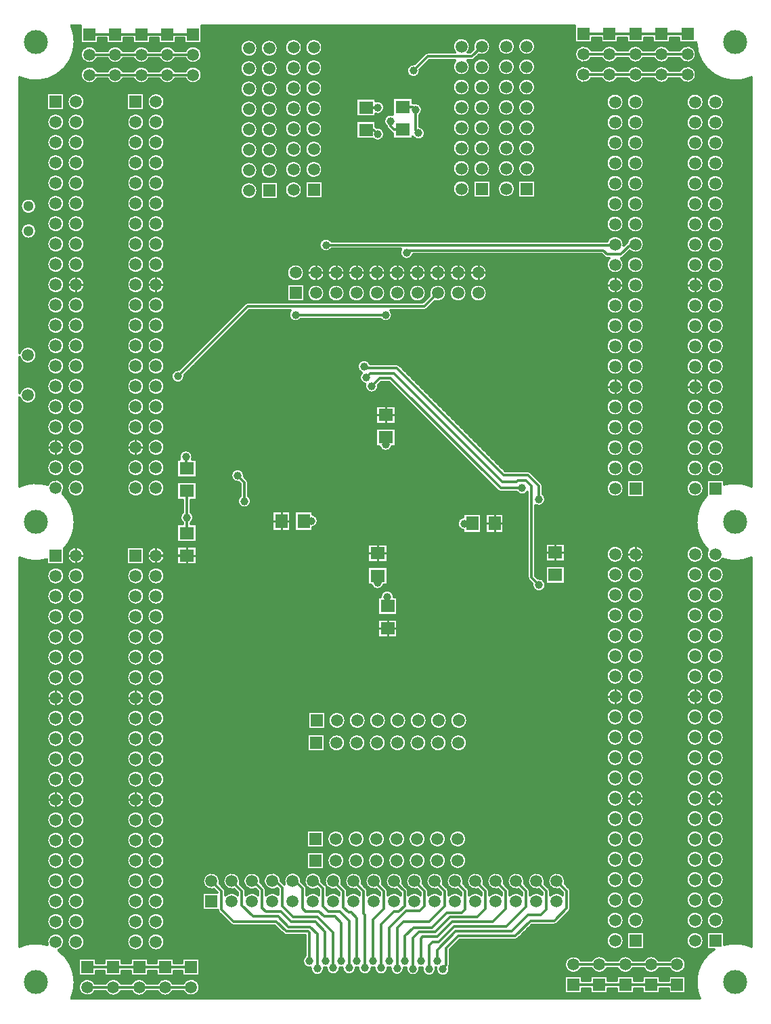
<source format=gbl>
%FSLAX43Y43*%
%MOMM*%
G71*
G01*
G75*
G04 Layer_Physical_Order=2*
%ADD10C,0.300*%
%ADD11C,0.075*%
%ADD12R,1.800X1.600*%
%ADD13R,0.300X1.650*%
%ADD14R,0.300X1.650*%
%ADD15R,1.600X1.800*%
%ADD16R,2.700X2.500*%
%ADD17O,1.500X0.400*%
%ADD18R,1.500X0.400*%
%ADD19R,0.300X1.500*%
%ADD20R,3.000X4.000*%
%ADD21C,0.254*%
%ADD22C,1.300*%
%ADD23C,1.500*%
%ADD24R,1.500X1.500*%
%ADD25C,3.000*%
%ADD26C,1.000*%
D10*
X85101Y119883D02*
G03*
X92023Y115537I4899J117D01*
G01*
X88600Y112460D02*
G03*
X88600Y112460I-1100J0D01*
G01*
Y109920D02*
G03*
X88600Y109920I-1100J0D01*
G01*
Y107380D02*
G03*
X88600Y107380I-1100J0D01*
G01*
X85116Y118443D02*
G03*
X83036Y118943I-1100J0D01*
G01*
Y117943D02*
G03*
X85116Y118443I980J500D01*
G01*
X85116Y115903D02*
G03*
X83036Y116403I-1100J0D01*
G01*
Y115403D02*
G03*
X85116Y115903I980J500D01*
G01*
X86060Y112460D02*
G03*
X86060Y112460I-1100J0D01*
G01*
Y109920D02*
G03*
X86060Y109920I-1100J0D01*
G01*
Y107380D02*
G03*
X86060Y107380I-1100J0D01*
G01*
X88600Y104840D02*
G03*
X88600Y104840I-1100J0D01*
G01*
Y102300D02*
G03*
X88600Y102300I-1100J0D01*
G01*
Y99760D02*
G03*
X88600Y99760I-1100J0D01*
G01*
Y97220D02*
G03*
X88600Y97220I-1100J0D01*
G01*
Y94680D02*
G03*
X88600Y94680I-1100J0D01*
G01*
Y92140D02*
G03*
X88600Y92140I-1100J0D01*
G01*
X86060Y104840D02*
G03*
X86060Y104840I-1100J0D01*
G01*
Y102300D02*
G03*
X86060Y102300I-1100J0D01*
G01*
Y99760D02*
G03*
X86060Y99760I-1100J0D01*
G01*
Y97220D02*
G03*
X86060Y97220I-1100J0D01*
G01*
Y94680D02*
G03*
X86060Y94680I-1100J0D01*
G01*
Y92140D02*
G03*
X86060Y92140I-1100J0D01*
G01*
X81748Y118943D02*
G03*
X79788Y118943I-980J-500D01*
G01*
Y117943D02*
G03*
X81748Y117943I980J500D01*
G01*
Y116403D02*
G03*
X79788Y116403I-980J-500D01*
G01*
Y115403D02*
G03*
X81748Y115403I980J500D01*
G01*
X78600Y112460D02*
G03*
X78600Y112460I-1100J0D01*
G01*
X78500Y118943D02*
G03*
X76540Y118943I-980J-500D01*
G01*
X76540Y117943D02*
G03*
X78500Y117943I980J500D01*
G01*
Y116403D02*
G03*
X76540Y116403I-980J-500D01*
G01*
Y115403D02*
G03*
X78500Y115403I980J500D01*
G01*
X78600Y109920D02*
G03*
X78600Y109920I-1100J0D01*
G01*
X76060Y112460D02*
G03*
X76060Y112460I-1100J0D01*
G01*
Y109920D02*
G03*
X76060Y109920I-1100J0D01*
G01*
X78600Y107380D02*
G03*
X78600Y107380I-1100J0D01*
G01*
Y104840D02*
G03*
X78600Y104840I-1100J0D01*
G01*
Y102300D02*
G03*
X78600Y102300I-1100J0D01*
G01*
Y99760D02*
G03*
X78600Y99760I-1100J0D01*
G01*
Y97220D02*
G03*
X78600Y97220I-1100J0D01*
G01*
Y94680D02*
G03*
X76423Y94905I-1100J0D01*
G01*
X76780Y93848D02*
G03*
X78600Y94680I720J832D01*
G01*
Y92140D02*
G03*
X78600Y92140I-1100J0D01*
G01*
X76060Y107380D02*
G03*
X76060Y107380I-1100J0D01*
G01*
Y104840D02*
G03*
X76060Y104840I-1100J0D01*
G01*
Y102300D02*
G03*
X76060Y102300I-1100J0D01*
G01*
Y99760D02*
G03*
X76060Y99760I-1100J0D01*
G01*
X76050Y94532D02*
G03*
X76060Y94680I-1090J148D01*
G01*
Y97220D02*
G03*
X76060Y97220I-1100J0D01*
G01*
Y94680D02*
G03*
X73943Y95100I-1100J0D01*
G01*
X75725Y92931D02*
G03*
X76004Y93071I-75J494D01*
G01*
X76060Y92140D02*
G03*
X75725Y92931I-1100J0D01*
G01*
G03*
X76004Y93071I-75J494D01*
G01*
X74189Y92925D02*
G03*
X76060Y92140I771J-785D01*
G01*
X88600Y89600D02*
G03*
X88600Y89600I-1100J0D01*
G01*
Y87060D02*
G03*
X88600Y87060I-1100J0D01*
G01*
Y84520D02*
G03*
X88600Y84520I-1100J0D01*
G01*
Y81980D02*
G03*
X88600Y81980I-1100J0D01*
G01*
Y79440D02*
G03*
X88600Y79440I-1100J0D01*
G01*
Y76900D02*
G03*
X88600Y76900I-1100J0D01*
G01*
Y74360D02*
G03*
X88600Y74360I-1100J0D01*
G01*
Y71820D02*
G03*
X88600Y71820I-1100J0D01*
G01*
Y69280D02*
G03*
X88600Y69280I-1100J0D01*
G01*
Y66740D02*
G03*
X88600Y66740I-1100J0D01*
G01*
X86060Y89600D02*
G03*
X86060Y89600I-1100J0D01*
G01*
Y87060D02*
G03*
X86060Y87060I-1100J0D01*
G01*
X78600Y89600D02*
G03*
X78600Y89600I-1100J0D01*
G01*
Y87060D02*
G03*
X78600Y87060I-1100J0D01*
G01*
X86060Y84520D02*
G03*
X86060Y84520I-1100J0D01*
G01*
Y81980D02*
G03*
X86060Y81980I-1100J0D01*
G01*
Y79440D02*
G03*
X86060Y79440I-1100J0D01*
G01*
X78600Y84520D02*
G03*
X78600Y84520I-1100J0D01*
G01*
Y81980D02*
G03*
X78600Y81980I-1100J0D01*
G01*
Y79440D02*
G03*
X78600Y79440I-1100J0D01*
G01*
X76060Y89600D02*
G03*
X76060Y89600I-1100J0D01*
G01*
Y87060D02*
G03*
X76060Y87060I-1100J0D01*
G01*
Y84520D02*
G03*
X76060Y84520I-1100J0D01*
G01*
Y81980D02*
G03*
X76060Y81980I-1100J0D01*
G01*
Y79440D02*
G03*
X76060Y79440I-1100J0D01*
G01*
X86060Y76900D02*
G03*
X86060Y76900I-1100J0D01*
G01*
Y74360D02*
G03*
X86060Y74360I-1100J0D01*
G01*
Y71820D02*
G03*
X86060Y71820I-1100J0D01*
G01*
X78600Y76900D02*
G03*
X78600Y76900I-1100J0D01*
G01*
Y74360D02*
G03*
X78600Y74360I-1100J0D01*
G01*
Y71820D02*
G03*
X78600Y71820I-1100J0D01*
G01*
X86060Y69280D02*
G03*
X86060Y69280I-1100J0D01*
G01*
Y66740D02*
G03*
X86060Y66740I-1100J0D01*
G01*
X78600Y69280D02*
G03*
X78600Y69280I-1100J0D01*
G01*
Y66740D02*
G03*
X78600Y66740I-1100J0D01*
G01*
X76060Y76900D02*
G03*
X76060Y76900I-1100J0D01*
G01*
Y74360D02*
G03*
X76060Y74360I-1100J0D01*
G01*
Y71820D02*
G03*
X76060Y71820I-1100J0D01*
G01*
Y69280D02*
G03*
X76060Y69280I-1100J0D01*
G01*
Y66740D02*
G03*
X76060Y66740I-1100J0D01*
G01*
X75252Y118943D02*
G03*
X73292Y118943I-980J-500D01*
G01*
Y117943D02*
G03*
X75252Y117943I980J500D01*
G01*
X72004Y118943D02*
G03*
X72004Y117943I-980J-500D01*
G01*
X75252Y116403D02*
G03*
X73292Y116403I-980J-500D01*
G01*
Y115403D02*
G03*
X75252Y115403I980J500D01*
G01*
X72004Y116403D02*
G03*
X72004Y115403I-980J-500D01*
G01*
X65000Y119405D02*
G03*
X65000Y119405I-1100J0D01*
G01*
X62460D02*
G03*
X62460Y119405I-1100J0D01*
G01*
X65000Y116865D02*
G03*
X65000Y116865I-1100J0D01*
G01*
Y114325D02*
G03*
X65000Y114325I-1100J0D01*
G01*
X62460Y116865D02*
G03*
X62460Y116865I-1100J0D01*
G01*
Y114325D02*
G03*
X62460Y114325I-1100J0D01*
G01*
X65000Y111785D02*
G03*
X65000Y111785I-1100J0D01*
G01*
Y109245D02*
G03*
X65000Y109245I-1100J0D01*
G01*
Y106705D02*
G03*
X65000Y106705I-1100J0D01*
G01*
X62460Y111785D02*
G03*
X62460Y111785I-1100J0D01*
G01*
Y109245D02*
G03*
X62460Y109245I-1100J0D01*
G01*
Y106705D02*
G03*
X62460Y106705I-1100J0D01*
G01*
X57936Y118359D02*
G03*
X59375Y119405I339J1046D01*
G01*
G03*
X57229Y119066I-1100J0D01*
G01*
X59375Y116865D02*
G03*
X59375Y116865I-1100J0D01*
G01*
X57020Y117650D02*
G03*
X57374Y117796I0J500D01*
G01*
X57020Y117650D02*
G03*
X57374Y117796I0J500D01*
G01*
X59375Y114325D02*
G03*
X59375Y114325I-1100J0D01*
G01*
X56535Y118650D02*
G03*
X56835Y119405I-800J755D01*
G01*
G03*
X54935Y118650I-1100J0D01*
G01*
X56835Y116865D02*
G03*
X56506Y117650I-1100J0D01*
G01*
X54964D02*
G03*
X56835Y116865I771J-785D01*
G01*
X56835Y114325D02*
G03*
X56835Y114325I-1100J0D01*
G01*
X51500Y118650D02*
G03*
X51146Y118504I0J-500D01*
G01*
X51500Y118650D02*
G03*
X51146Y118504I0J-500D01*
G01*
X49858Y117215D02*
G03*
X50575Y116375I-132J-840D01*
G01*
G03*
X50565Y116507I-850J0D01*
G01*
X49783Y112322D02*
G03*
X49664Y112336I-118J-486D01*
G01*
X49783Y112322D02*
G03*
X49664Y112336I-118J-486D01*
G01*
X59375Y111785D02*
G03*
X59375Y111785I-1100J0D01*
G01*
Y109245D02*
G03*
X59375Y109245I-1100J0D01*
G01*
X56835Y111785D02*
G03*
X56835Y111785I-1100J0D01*
G01*
Y109245D02*
G03*
X56835Y109245I-1100J0D01*
G01*
X59375Y106705D02*
G03*
X59375Y106705I-1100J0D01*
G01*
X56835D02*
G03*
X56835Y106705I-1100J0D01*
G01*
X50850Y111500D02*
G03*
X49783Y112322I-850J0D01*
G01*
X50500Y110813D02*
G03*
X50850Y111500I-500J687D01*
G01*
X47146Y110904D02*
G03*
X46378Y109410I-270J-806D01*
G01*
X51225Y108575D02*
G03*
X50500Y109416I-850J0D01*
G01*
X49646Y108137D02*
G03*
X51225Y108575I729J438D01*
G01*
X46936Y108682D02*
G03*
X47146Y108557I354J354D01*
G01*
X46936Y108682D02*
G03*
X47146Y108557I354J354D01*
G01*
X46378Y109410D02*
G03*
X46523Y109095I499J38D01*
G01*
X46378Y109410D02*
G03*
X46523Y109095I499J38D01*
G01*
X46125Y108450D02*
G03*
X45143Y109290I-850J0D01*
G01*
X65000Y104165D02*
G03*
X65000Y104165I-1100J0D01*
G01*
X73621Y93071D02*
G03*
X73975Y92925I354J354D01*
G01*
X73621Y93071D02*
G03*
X73975Y92925I354J354D01*
G01*
X62460Y104165D02*
G03*
X62460Y104165I-1100J0D01*
G01*
X59375D02*
G03*
X59375Y104165I-1100J0D01*
G01*
X62460Y101625D02*
G03*
X62460Y101625I-1100J0D01*
G01*
X58960Y91140D02*
G03*
X58960Y91140I-1100J0D01*
G01*
X64429Y66204D02*
G03*
X64075Y66350I-354J-354D01*
G01*
X64429Y66204D02*
G03*
X64075Y66350I-354J-354D01*
G01*
X58960Y88600D02*
G03*
X58960Y88600I-1100J0D01*
G01*
X56835Y104165D02*
G03*
X56835Y104165I-1100J0D01*
G01*
Y101625D02*
G03*
X56835Y101625I-1100J0D01*
G01*
X56420Y91140D02*
G03*
X56420Y91140I-1100J0D01*
G01*
X53880D02*
G03*
X53880Y91140I-1100J0D01*
G01*
X51340D02*
G03*
X51340Y91140I-1100J0D01*
G01*
X48179Y94100D02*
G03*
X49720Y93425I721J-450D01*
G01*
X48800Y91140D02*
G03*
X48800Y91140I-1100J0D01*
G01*
X56420Y88600D02*
G03*
X56420Y88600I-1100J0D01*
G01*
X53880D02*
G03*
X51734Y88261I-1100J0D01*
G01*
X52441Y87554D02*
G03*
X53880Y88600I339J1046D01*
G01*
X51340D02*
G03*
X51340Y88600I-1100J0D01*
G01*
X51105Y86425D02*
G03*
X51459Y86571I0J500D01*
G01*
X51105Y86425D02*
G03*
X51459Y86571I0J500D01*
G01*
X48800Y88600D02*
G03*
X48800Y88600I-1100J0D01*
G01*
X48029Y79579D02*
G03*
X47675Y79725I-354J-354D01*
G01*
X48029Y79579D02*
G03*
X47675Y79725I-354J-354D01*
G01*
X47100Y85875D02*
G03*
X46898Y86425I-850J0D01*
G01*
X45563Y85375D02*
G03*
X47100Y85875I687J500D01*
G01*
X45375Y76975D02*
G03*
X45365Y77107I-850J0D01*
G01*
X45459Y69437D02*
G03*
X47091Y69437I816J238D01*
G01*
X92023Y64463D02*
G03*
X88600Y64696I-2023J-4463D01*
G01*
X88423Y55361D02*
G03*
X92023Y55537I1577J4639D01*
G01*
X86552Y56518D02*
G03*
X88423Y55361I948J-558D01*
G01*
X88600Y53420D02*
G03*
X88600Y53420I-1100J0D01*
G01*
Y50880D02*
G03*
X88600Y50880I-1100J0D01*
G01*
Y48340D02*
G03*
X88600Y48340I-1100J0D01*
G01*
Y45800D02*
G03*
X88600Y45800I-1100J0D01*
G01*
X86400Y63324D02*
G03*
X86552Y56518I3600J-3324D01*
G01*
X88600Y43260D02*
G03*
X88600Y43260I-1100J0D01*
G01*
Y40720D02*
G03*
X88600Y40720I-1100J0D01*
G01*
Y38180D02*
G03*
X88600Y38180I-1100J0D01*
G01*
Y35640D02*
G03*
X88600Y35640I-1100J0D01*
G01*
Y33100D02*
G03*
X88600Y33100I-1100J0D01*
G01*
X86060Y64200D02*
G03*
X86060Y64200I-1100J0D01*
G01*
Y55960D02*
G03*
X86060Y55960I-1100J0D01*
G01*
Y53420D02*
G03*
X86060Y53420I-1100J0D01*
G01*
Y50880D02*
G03*
X86060Y50880I-1100J0D01*
G01*
Y48340D02*
G03*
X86060Y48340I-1100J0D01*
G01*
X78600Y55960D02*
G03*
X78600Y55960I-1100J0D01*
G01*
Y53420D02*
G03*
X78600Y53420I-1100J0D01*
G01*
Y50880D02*
G03*
X78600Y50880I-1100J0D01*
G01*
Y48340D02*
G03*
X78600Y48340I-1100J0D01*
G01*
X86060Y45800D02*
G03*
X86060Y45800I-1100J0D01*
G01*
Y43260D02*
G03*
X86060Y43260I-1100J0D01*
G01*
Y40720D02*
G03*
X86060Y40720I-1100J0D01*
G01*
Y38180D02*
G03*
X86060Y38180I-1100J0D01*
G01*
Y35640D02*
G03*
X86060Y35640I-1100J0D01*
G01*
Y33100D02*
G03*
X86060Y33100I-1100J0D01*
G01*
X78600Y45800D02*
G03*
X78600Y45800I-1100J0D01*
G01*
Y43260D02*
G03*
X78600Y43260I-1100J0D01*
G01*
Y40720D02*
G03*
X78600Y40720I-1100J0D01*
G01*
Y38180D02*
G03*
X78600Y38180I-1100J0D01*
G01*
Y35640D02*
G03*
X78600Y35640I-1100J0D01*
G01*
Y33100D02*
G03*
X78600Y33100I-1100J0D01*
G01*
X88600Y30560D02*
G03*
X88600Y30560I-1100J0D01*
G01*
Y28020D02*
G03*
X88600Y28020I-1100J0D01*
G01*
Y25480D02*
G03*
X88600Y25480I-1100J0D01*
G01*
Y22940D02*
G03*
X88600Y22940I-1100J0D01*
G01*
Y20400D02*
G03*
X88600Y20400I-1100J0D01*
G01*
Y17860D02*
G03*
X88600Y17860I-1100J0D01*
G01*
Y15320D02*
G03*
X88600Y15320I-1100J0D01*
G01*
Y12780D02*
G03*
X88600Y12780I-1100J0D01*
G01*
X92023Y6963D02*
G03*
X88600Y7196I-2023J-4463D01*
G01*
Y10240D02*
G03*
X88600Y10240I-1100J0D01*
G01*
X87317Y6600D02*
G03*
X85537Y477I2683J-4100D01*
G01*
X86060Y30560D02*
G03*
X86060Y30560I-1100J0D01*
G01*
Y28020D02*
G03*
X86060Y28020I-1100J0D01*
G01*
Y25480D02*
G03*
X86060Y25480I-1100J0D01*
G01*
Y22940D02*
G03*
X86060Y22940I-1100J0D01*
G01*
X78600Y30560D02*
G03*
X78600Y30560I-1100J0D01*
G01*
Y28020D02*
G03*
X78600Y28020I-1100J0D01*
G01*
Y25480D02*
G03*
X78600Y25480I-1100J0D01*
G01*
Y22940D02*
G03*
X78600Y22940I-1100J0D01*
G01*
X86060Y20400D02*
G03*
X86060Y20400I-1100J0D01*
G01*
Y17860D02*
G03*
X86060Y17860I-1100J0D01*
G01*
Y15320D02*
G03*
X86060Y15320I-1100J0D01*
G01*
X78600Y20400D02*
G03*
X78600Y20400I-1100J0D01*
G01*
Y17860D02*
G03*
X78600Y17860I-1100J0D01*
G01*
Y15320D02*
G03*
X78600Y15320I-1100J0D01*
G01*
X86060Y12780D02*
G03*
X86060Y12780I-1100J0D01*
G01*
Y10240D02*
G03*
X86060Y10240I-1100J0D01*
G01*
Y7700D02*
G03*
X86060Y7700I-1100J0D01*
G01*
X83839Y4710D02*
G03*
X81759Y5210I-1100J0D01*
G01*
Y4210D02*
G03*
X83839Y4710I980J500D01*
G01*
X80470Y5210D02*
G03*
X78511Y5210I-980J-500D01*
G01*
Y4210D02*
G03*
X80470Y4210I980J500D01*
G01*
X78600Y12780D02*
G03*
X78600Y12780I-1100J0D01*
G01*
Y10240D02*
G03*
X78600Y10240I-1100J0D01*
G01*
X77222Y5210D02*
G03*
X75263Y5210I-980J-500D01*
G01*
Y4210D02*
G03*
X77222Y4210I980J500D01*
G01*
X76060Y64200D02*
G03*
X76060Y64200I-1100J0D01*
G01*
Y55960D02*
G03*
X76060Y55960I-1100J0D01*
G01*
Y53420D02*
G03*
X76060Y53420I-1100J0D01*
G01*
Y50880D02*
G03*
X76060Y50880I-1100J0D01*
G01*
Y48340D02*
G03*
X76060Y48340I-1100J0D01*
G01*
Y45800D02*
G03*
X76060Y45800I-1100J0D01*
G01*
X65925Y64500D02*
G03*
X65779Y64854I-500J0D01*
G01*
X66275Y62825D02*
G03*
X65925Y63512I-850J0D01*
G01*
Y64500D02*
G03*
X65779Y64854I-500J0D01*
G01*
X65025Y62075D02*
G03*
X66275Y62825I400J750D01*
G01*
X62663Y63725D02*
G03*
X64025Y63708I687J500D01*
G01*
X60296Y63871D02*
G03*
X60650Y63725I354J354D01*
G01*
X60296Y63871D02*
G03*
X60650Y63725I354J354D01*
G01*
X66300Y52125D02*
G03*
X66293Y52238I-850J0D01*
G01*
X64610Y52257D02*
G03*
X66300Y52125I840J-132D01*
G01*
X64025Y53050D02*
G03*
X64171Y52696I500J0D01*
G01*
X64025Y53050D02*
G03*
X64171Y52696I500J0D01*
G01*
X66293Y52238D02*
G03*
X66243Y52430I-843J-113D01*
G01*
G03*
X65317Y52965I-793J-305D01*
G01*
X76060Y43260D02*
G03*
X76060Y43260I-1100J0D01*
G01*
Y40720D02*
G03*
X76060Y40720I-1100J0D01*
G01*
X76075Y38175D02*
G03*
X76075Y38175I-1100J0D01*
G01*
X76060Y35640D02*
G03*
X76060Y35640I-1100J0D01*
G01*
Y33100D02*
G03*
X76060Y33100I-1100J0D01*
G01*
Y30560D02*
G03*
X76060Y30560I-1100J0D01*
G01*
Y28020D02*
G03*
X76060Y28020I-1100J0D01*
G01*
Y25480D02*
G03*
X76060Y25480I-1100J0D01*
G01*
Y22940D02*
G03*
X76060Y22940I-1100J0D01*
G01*
Y20400D02*
G03*
X76060Y20400I-1100J0D01*
G01*
X55937Y60639D02*
G03*
X55937Y58961I138J-839D01*
G01*
X47325Y50662D02*
G03*
X45625Y50662I-850J0D01*
G01*
X56505Y35210D02*
G03*
X56505Y35210I-1100J0D01*
G01*
X53965D02*
G03*
X53965Y35210I-1100J0D01*
G01*
X56479Y32402D02*
G03*
X56479Y32402I-1100J0D01*
G01*
X53939Y32402D02*
G03*
X53939Y32402I-1100J0D01*
G01*
X56379Y20402D02*
G03*
X56379Y20402I-1100J0D01*
G01*
X53839Y20402D02*
G03*
X53839Y20402I-1100J0D01*
G01*
X51425Y35210D02*
G03*
X51425Y35210I-1100J0D01*
G01*
X51399Y32402D02*
G03*
X51399Y32402I-1100J0D01*
G01*
X48885Y35210D02*
G03*
X48885Y35210I-1100J0D01*
G01*
X48859Y32402D02*
G03*
X48859Y32402I-1100J0D01*
G01*
X51299Y20402D02*
G03*
X51299Y20402I-1100J0D01*
G01*
X48759D02*
G03*
X48759Y20402I-1100J0D01*
G01*
X76060Y17860D02*
G03*
X76060Y17860I-1100J0D01*
G01*
Y15320D02*
G03*
X76060Y15320I-1100J0D01*
G01*
X68755Y15140D02*
G03*
X67994Y14094I-1100J0D01*
G01*
X68701Y14801D02*
G03*
X68755Y15140I-1046J339D01*
G01*
X76060Y12780D02*
G03*
X76060Y12780I-1100J0D01*
G01*
X69425Y13870D02*
G03*
X69279Y14224I-500J0D01*
G01*
X69425Y13870D02*
G03*
X69279Y14224I-500J0D01*
G01*
X68425Y13386D02*
G03*
X66850Y13350I-770J-786D01*
G01*
X69279Y11371D02*
G03*
X69425Y11725I-354J354D01*
G01*
X69279Y11371D02*
G03*
X69425Y11725I-354J354D01*
G01*
X66161Y14801D02*
G03*
X66215Y15140I-1046J339D01*
G01*
X63621Y14801D02*
G03*
X63675Y15140I-1046J339D01*
G01*
X66215D02*
G03*
X65454Y14094I-1100J0D01*
G01*
X66850Y13905D02*
G03*
X66704Y14259I-500J0D01*
G01*
X66850Y13905D02*
G03*
X66704Y14259I-500J0D01*
G01*
X64325Y13890D02*
G03*
X64179Y14244I-500J0D01*
G01*
X64325Y13890D02*
G03*
X64179Y14244I-500J0D01*
G01*
X63675Y15140D02*
G03*
X62914Y14094I-1100J0D01*
G01*
X61081Y14801D02*
G03*
X61135Y15140I-1046J339D01*
G01*
X58541Y14801D02*
G03*
X58595Y15140I-1046J339D01*
G01*
X61135D02*
G03*
X60374Y14094I-1100J0D01*
G01*
X65850Y13418D02*
G03*
X64325Y13365I-735J-818D01*
G01*
X61800Y13875D02*
G03*
X61654Y14229I-500J0D01*
G01*
X61800Y13875D02*
G03*
X61654Y14229I-500J0D01*
G01*
X59250Y13885D02*
G03*
X59104Y14239I-500J0D01*
G01*
X59250Y13885D02*
G03*
X59104Y14239I-500J0D01*
G01*
X63325Y13405D02*
G03*
X61800Y13381I-750J-805D01*
G01*
X60800Y13390D02*
G03*
X59250Y13371I-765J-790D01*
G01*
X76060Y10240D02*
G03*
X76060Y10240I-1100J0D01*
G01*
Y7700D02*
G03*
X76060Y7700I-1100J0D01*
G01*
X73974Y5210D02*
G03*
X72015Y5210I-980J-500D01*
G01*
Y4210D02*
G03*
X73974Y4210I980J500D01*
G01*
X67375Y9675D02*
G03*
X67729Y9821I0J500D01*
G01*
X67375Y9675D02*
G03*
X67729Y9821I0J500D01*
G01*
X62500Y7800D02*
G03*
X62854Y7946I0J500D01*
G01*
X62500Y7800D02*
G03*
X62854Y7946I0J500D01*
G01*
X70726Y5210D02*
G03*
X70726Y4210I-980J-500D01*
G01*
X56379Y17702D02*
G03*
X56379Y17702I-1100J0D01*
G01*
X53839D02*
G03*
X53839Y17702I-1100J0D01*
G01*
X56001Y14801D02*
G03*
X56055Y15140I-1046J339D01*
G01*
X53461Y14801D02*
G03*
X53515Y15140I-1046J339D01*
G01*
X51299Y17702D02*
G03*
X51299Y17702I-1100J0D01*
G01*
X48759Y17702D02*
G03*
X48759Y17702I-1100J0D01*
G01*
X50921Y14801D02*
G03*
X50975Y15140I-1046J339D01*
G01*
X58595D02*
G03*
X57834Y14094I-1100J0D01*
G01*
X56725Y13870D02*
G03*
X56579Y14224I-500J0D01*
G01*
X56725Y13870D02*
G03*
X56579Y14224I-500J0D01*
G01*
X58250Y13400D02*
G03*
X56725Y13386I-755J-800D01*
G01*
X54150Y13905D02*
G03*
X54004Y14259I-500J0D01*
G01*
X56055Y15140D02*
G03*
X55294Y14094I-1100J0D01*
G01*
X54150Y13905D02*
G03*
X54004Y14259I-500J0D01*
G01*
X53515Y15140D02*
G03*
X52754Y14094I-1100J0D01*
G01*
X55725Y13386D02*
G03*
X54150Y13350I-770J-786D01*
G01*
X53150Y13418D02*
G03*
X51625Y13365I-735J-818D01*
G01*
X54225Y4387D02*
G03*
X54300Y4650I-425J263D01*
G01*
X54225Y4387D02*
G03*
X54300Y4650I-425J263D01*
G01*
X54275Y4100D02*
G03*
X54225Y4387I-850J0D01*
G01*
X52550Y4125D02*
G03*
X52528Y4318I-850J0D01*
G01*
X52600Y4306D02*
G03*
X54275Y4100I825J-206D01*
G01*
X50868Y4297D02*
G03*
X52550Y4125I832J-172D01*
G01*
X51625Y13890D02*
G03*
X51479Y14244I-500J0D01*
G01*
X51625Y13890D02*
G03*
X51479Y14244I-500J0D01*
G01*
X50975Y15140D02*
G03*
X50214Y14094I-1100J0D01*
G01*
X50625Y13405D02*
G03*
X49125Y13405I-750J-805D01*
G01*
Y13850D02*
G03*
X48979Y14204I-500J0D01*
G01*
X49125Y13850D02*
G03*
X48979Y14204I-500J0D01*
G01*
X48381Y14801D02*
G03*
X48435Y15140I-1046J339D01*
G01*
G03*
X47674Y14094I-1100J0D01*
G01*
X45841Y14801D02*
G03*
X45895Y15140I-1046J339D01*
G01*
X46550Y13885D02*
G03*
X46404Y14239I-500J0D01*
G01*
X46550Y13885D02*
G03*
X46404Y14239I-500J0D01*
G01*
X48125Y13365D02*
G03*
X46550Y13371I-790J-765D01*
G01*
X50517Y4290D02*
G03*
X50868Y4297I158J835D01*
G01*
X50525Y4175D02*
G03*
X50517Y4290I-850J0D01*
G01*
X48548Y4289D02*
G03*
X48832Y4285I152J836D01*
G01*
G03*
X50525Y4175I843J-110D01*
G01*
X46852Y4289D02*
G03*
X48550Y4225I848J-64D01*
G01*
X46550Y4288D02*
G03*
X46852Y4289I150J837D01*
G01*
X38375Y119280D02*
G03*
X38375Y119280I-1100J0D01*
G01*
X38375Y116740D02*
G03*
X38375Y116740I-1100J0D01*
G01*
Y114200D02*
G03*
X38375Y114200I-1100J0D01*
G01*
X35835Y119280D02*
G03*
X35835Y119280I-1100J0D01*
G01*
Y116740D02*
G03*
X35835Y116740I-1100J0D01*
G01*
X35835Y114200D02*
G03*
X35835Y114200I-1100J0D01*
G01*
X46125Y111775D02*
G03*
X45043Y112593I-850J0D01*
G01*
Y110957D02*
G03*
X46125Y111775I232J818D01*
G01*
X38375Y111660D02*
G03*
X38375Y111660I-1100J0D01*
G01*
X44686Y107838D02*
G03*
X46125Y108450I589J612D01*
G01*
X38375Y109120D02*
G03*
X38375Y109120I-1100J0D01*
G01*
X38375Y106580D02*
G03*
X38375Y106580I-1100J0D01*
G01*
X35835Y111660D02*
G03*
X35835Y111660I-1100J0D01*
G01*
X35835Y109120D02*
G03*
X35835Y109120I-1100J0D01*
G01*
Y106580D02*
G03*
X35835Y106580I-1100J0D01*
G01*
X32800Y119180D02*
G03*
X32800Y119180I-1100J0D01*
G01*
X30260D02*
G03*
X30260Y119180I-1100J0D01*
G01*
X32800Y116640D02*
G03*
X32800Y116640I-1100J0D01*
G01*
X30260D02*
G03*
X30260Y116640I-1100J0D01*
G01*
X23295Y118393D02*
G03*
X21215Y118893I-1100J0D01*
G01*
X21215Y117893D02*
G03*
X23295Y118393I980J500D01*
G01*
X19927Y118893D02*
G03*
X17967Y118893I-980J-500D01*
G01*
X23295Y115853D02*
G03*
X21215Y116353I-1100J0D01*
G01*
X21215Y115353D02*
G03*
X23295Y115853I980J500D01*
G01*
X17967Y117893D02*
G03*
X19927Y117893I980J500D01*
G01*
X19927Y116353D02*
G03*
X17967Y116353I-980J-500D01*
G01*
Y115353D02*
G03*
X19927Y115353I980J500D01*
G01*
X32800Y114100D02*
G03*
X32800Y114100I-1100J0D01*
G01*
Y111560D02*
G03*
X32800Y111560I-1100J0D01*
G01*
X30260Y114100D02*
G03*
X30260Y114100I-1100J0D01*
G01*
Y111560D02*
G03*
X30260Y111560I-1100J0D01*
G01*
X32800Y109020D02*
G03*
X32800Y109020I-1100J0D01*
G01*
Y106480D02*
G03*
X32800Y106480I-1100J0D01*
G01*
X30260Y109020D02*
G03*
X30260Y109020I-1100J0D01*
G01*
Y106480D02*
G03*
X30260Y106480I-1100J0D01*
G01*
X18640Y112500D02*
G03*
X18640Y112500I-1100J0D01*
G01*
X18640Y109960D02*
G03*
X18640Y109960I-1100J0D01*
G01*
X18640Y107420D02*
G03*
X18640Y107420I-1100J0D01*
G01*
Y104880D02*
G03*
X18640Y104880I-1100J0D01*
G01*
X38375Y104040D02*
G03*
X38375Y104040I-1100J0D01*
G01*
X39487Y95100D02*
G03*
X39487Y94100I-687J-500D01*
G01*
X35835Y104040D02*
G03*
X35835Y104040I-1100J0D01*
G01*
X32800Y103940D02*
G03*
X32800Y103940I-1100J0D01*
G01*
X35835Y101500D02*
G03*
X35835Y101500I-1100J0D01*
G01*
X46260Y91140D02*
G03*
X46260Y91140I-1100J0D01*
G01*
Y88600D02*
G03*
X46260Y88600I-1100J0D01*
G01*
X43720Y91140D02*
G03*
X43720Y91140I-1100J0D01*
G01*
X41180D02*
G03*
X41180Y91140I-1100J0D01*
G01*
X43720Y88600D02*
G03*
X43720Y88600I-1100J0D01*
G01*
X41180D02*
G03*
X41180Y88600I-1100J0D01*
G01*
X43709Y77212D02*
G03*
X45375Y76975I816J-237D01*
G01*
X44370Y79725D02*
G03*
X43241Y78643I-795J-300D01*
G01*
G03*
X43709Y77212I609J-593D01*
G01*
X38640Y91140D02*
G03*
X38640Y91140I-1100J0D01*
G01*
X36100D02*
G03*
X36100Y91140I-1100J0D01*
G01*
X38640Y88600D02*
G03*
X38640Y88600I-1100J0D01*
G01*
X34352Y86425D02*
G03*
X35687Y85375I648J-550D01*
G01*
X30260Y103940D02*
G03*
X30260Y103940I-1100J0D01*
G01*
Y101400D02*
G03*
X30260Y101400I-1100J0D01*
G01*
X29000Y87425D02*
G03*
X28646Y87279I0J-500D01*
G01*
X29000Y87425D02*
G03*
X28646Y87279I0J-500D01*
G01*
X18640Y102340D02*
G03*
X18640Y102340I-1100J0D01*
G01*
Y99800D02*
G03*
X18640Y99800I-1100J0D01*
G01*
X18640Y97260D02*
G03*
X18640Y97260I-1100J0D01*
G01*
Y94720D02*
G03*
X18640Y94720I-1100J0D01*
G01*
X18640Y92180D02*
G03*
X18640Y92180I-1100J0D01*
G01*
X18640Y89640D02*
G03*
X18640Y89640I-1100J0D01*
G01*
X18640Y87100D02*
G03*
X18640Y87100I-1100J0D01*
G01*
X20408Y79040D02*
G03*
X21125Y78200I-132J-840D01*
G01*
G03*
X21115Y78332I-850J0D01*
G01*
X18640Y84560D02*
G03*
X18640Y84560I-1100J0D01*
G01*
Y82020D02*
G03*
X18640Y82020I-1100J0D01*
G01*
X18640Y79480D02*
G03*
X18640Y79480I-1100J0D01*
G01*
Y76940D02*
G03*
X18640Y76940I-1100J0D01*
G01*
X22075Y67838D02*
G03*
X22125Y68125I-800J287D01*
G01*
G03*
X20475Y67838I-850J0D01*
G01*
X18640Y74400D02*
G03*
X18640Y74400I-1100J0D01*
G01*
Y71860D02*
G03*
X18640Y71860I-1100J0D01*
G01*
X18640Y69320D02*
G03*
X18640Y69320I-1100J0D01*
G01*
X16679Y118893D02*
G03*
X14719Y118893I-980J-500D01*
G01*
X14719Y117893D02*
G03*
X16679Y117893I980J500D01*
G01*
Y116353D02*
G03*
X14719Y116353I-980J-500D01*
G01*
Y115353D02*
G03*
X16679Y115353I980J500D01*
G01*
X16100Y109960D02*
G03*
X16100Y109960I-1100J0D01*
G01*
X13431Y118893D02*
G03*
X11471Y118893I-980J-500D01*
G01*
X11471Y117893D02*
G03*
X13431Y117893I980J500D01*
G01*
X10183Y118893D02*
G03*
X10183Y117893I-980J-500D01*
G01*
X13431Y116353D02*
G03*
X11471Y116353I-980J-500D01*
G01*
X11471Y115353D02*
G03*
X13431Y115353I980J500D01*
G01*
X10183Y116353D02*
G03*
X10183Y115353I-980J-500D01*
G01*
X16100Y107420D02*
G03*
X16100Y107420I-1100J0D01*
G01*
Y104880D02*
G03*
X16100Y104880I-1100J0D01*
G01*
Y102340D02*
G03*
X16100Y102340I-1100J0D01*
G01*
Y99800D02*
G03*
X16100Y99800I-1100J0D01*
G01*
Y97260D02*
G03*
X16100Y97260I-1100J0D01*
G01*
Y94720D02*
G03*
X16100Y94720I-1100J0D01*
G01*
X7400Y120000D02*
G03*
X6963Y122023I-4900J0D01*
G01*
X477Y115537D02*
G03*
X7400Y120000I2023J4463D01*
G01*
X8640Y112500D02*
G03*
X8640Y112500I-1100J0D01*
G01*
Y109960D02*
G03*
X8640Y109960I-1100J0D01*
G01*
Y107420D02*
G03*
X8640Y107420I-1100J0D01*
G01*
Y104880D02*
G03*
X8640Y104880I-1100J0D01*
G01*
X6100Y109960D02*
G03*
X6100Y109960I-1100J0D01*
G01*
Y107420D02*
G03*
X6100Y107420I-1100J0D01*
G01*
Y104880D02*
G03*
X6100Y104880I-1100J0D01*
G01*
X8640Y102340D02*
G03*
X8640Y102340I-1100J0D01*
G01*
Y99800D02*
G03*
X8640Y99800I-1100J0D01*
G01*
X6100Y102340D02*
G03*
X6100Y102340I-1100J0D01*
G01*
Y99800D02*
G03*
X6100Y99800I-1100J0D01*
G01*
X8640Y97260D02*
G03*
X8640Y97260I-1100J0D01*
G01*
Y94720D02*
G03*
X8640Y94720I-1100J0D01*
G01*
X6100Y97260D02*
G03*
X6100Y97260I-1100J0D01*
G01*
Y94720D02*
G03*
X6100Y94720I-1100J0D01*
G01*
X2600Y99450D02*
G03*
X2600Y99450I-1000J0D01*
G01*
Y96350D02*
G03*
X2600Y96350I-1000J0D01*
G01*
X16100Y92180D02*
G03*
X16100Y92180I-1100J0D01*
G01*
Y89640D02*
G03*
X16100Y89640I-1100J0D01*
G01*
X16100Y87100D02*
G03*
X16100Y87100I-1100J0D01*
G01*
X16100Y84560D02*
G03*
X16100Y84560I-1100J0D01*
G01*
Y82020D02*
G03*
X16100Y82020I-1100J0D01*
G01*
Y79480D02*
G03*
X16100Y79480I-1100J0D01*
G01*
Y76940D02*
G03*
X16100Y76940I-1100J0D01*
G01*
Y74400D02*
G03*
X16100Y74400I-1100J0D01*
G01*
Y71860D02*
G03*
X16100Y71860I-1100J0D01*
G01*
Y69320D02*
G03*
X16100Y69320I-1100J0D01*
G01*
X8640Y92180D02*
G03*
X8640Y92180I-1100J0D01*
G01*
Y89640D02*
G03*
X8640Y89640I-1100J0D01*
G01*
Y87100D02*
G03*
X8640Y87100I-1100J0D01*
G01*
X6100Y92180D02*
G03*
X6100Y92180I-1100J0D01*
G01*
Y89640D02*
G03*
X6100Y89640I-1100J0D01*
G01*
Y87100D02*
G03*
X6100Y87100I-1100J0D01*
G01*
X8640Y84560D02*
G03*
X8640Y84560I-1100J0D01*
G01*
Y82020D02*
G03*
X8640Y82020I-1100J0D01*
G01*
X6100Y84560D02*
G03*
X6100Y84560I-1100J0D01*
G01*
Y82020D02*
G03*
X6100Y82020I-1100J0D01*
G01*
X2638Y80845D02*
G03*
X477Y81137I-1100J0D01*
G01*
Y80553D02*
G03*
X2638Y80845I1061J292D01*
G01*
X8640Y79480D02*
G03*
X8640Y79480I-1100J0D01*
G01*
Y76940D02*
G03*
X8640Y76940I-1100J0D01*
G01*
Y74400D02*
G03*
X8640Y74400I-1100J0D01*
G01*
X6100Y79480D02*
G03*
X6100Y79480I-1100J0D01*
G01*
Y76940D02*
G03*
X6100Y76940I-1100J0D01*
G01*
Y74400D02*
G03*
X6100Y74400I-1100J0D01*
G01*
X8640Y71860D02*
G03*
X8640Y71860I-1100J0D01*
G01*
Y69320D02*
G03*
X8640Y69320I-1100J0D01*
G01*
X6100Y71860D02*
G03*
X6100Y71860I-1100J0D01*
G01*
X6100Y69320D02*
G03*
X6100Y69320I-1100J0D01*
G01*
X2638Y75845D02*
G03*
X477Y76137I-1100J0D01*
G01*
Y75553D02*
G03*
X2638Y75845I1061J292D01*
G01*
X44442Y52137D02*
G03*
X46058Y52137I808J263D01*
G01*
X37825Y60125D02*
G03*
X37162Y60954I-850J0D01*
G01*
Y59296D02*
G03*
X37825Y60125I-187J829D01*
G01*
X29100Y64950D02*
G03*
X28954Y65304I-500J0D01*
G01*
X29450Y62600D02*
G03*
X29100Y63287I-850J0D01*
G01*
X28600Y65800D02*
G03*
X27882Y64960I-850J0D01*
G01*
X28590Y65668D02*
G03*
X28600Y65800I-840J132D01*
G01*
X29100Y64950D02*
G03*
X28954Y65304I-500J0D01*
G01*
X28100Y63287D02*
G03*
X29450Y62600I500J-687D01*
G01*
X22257Y60550D02*
G03*
X21907Y61237I-850J0D01*
G01*
Y59863D02*
G03*
X22257Y60550I-500J687D01*
G01*
X46345Y35210D02*
G03*
X46345Y35210I-1100J0D01*
G01*
X43805D02*
G03*
X43805Y35210I-1100J0D01*
G01*
X41265D02*
G03*
X41265Y35210I-1100J0D01*
G01*
X46319Y32402D02*
G03*
X46319Y32402I-1100J0D01*
G01*
X43779D02*
G03*
X43779Y32402I-1100J0D01*
G01*
X41239Y32402D02*
G03*
X41239Y32402I-1100J0D01*
G01*
X20907Y61237D02*
G03*
X20907Y59863I500J-687D01*
G01*
X18640Y66780D02*
G03*
X18640Y66780I-1100J0D01*
G01*
X18640Y64240D02*
G03*
X18640Y64240I-1100J0D01*
G01*
Y55800D02*
G03*
X18640Y55800I-1100J0D01*
G01*
Y53260D02*
G03*
X18640Y53260I-1100J0D01*
G01*
Y50720D02*
G03*
X18640Y50720I-1100J0D01*
G01*
Y48180D02*
G03*
X18640Y48180I-1100J0D01*
G01*
Y45640D02*
G03*
X18640Y45640I-1100J0D01*
G01*
Y43100D02*
G03*
X18640Y43100I-1100J0D01*
G01*
Y40560D02*
G03*
X18640Y40560I-1100J0D01*
G01*
Y38020D02*
G03*
X18640Y38020I-1100J0D01*
G01*
Y35480D02*
G03*
X18640Y35480I-1100J0D01*
G01*
Y32940D02*
G03*
X18640Y32940I-1100J0D01*
G01*
Y30400D02*
G03*
X18640Y30400I-1100J0D01*
G01*
X46219Y20402D02*
G03*
X46219Y20402I-1100J0D01*
G01*
Y17702D02*
G03*
X46219Y17702I-1100J0D01*
G01*
X43679Y20402D02*
G03*
X43679Y20402I-1100J0D01*
G01*
X41139D02*
G03*
X41139Y20402I-1100J0D01*
G01*
X43679Y17702D02*
G03*
X43679Y17702I-1100J0D01*
G01*
X41139D02*
G03*
X41139Y17702I-1100J0D01*
G01*
X43301Y14801D02*
G03*
X43355Y15140I-1046J339D01*
G01*
X40815D02*
G03*
X38756Y14601I-1100J0D01*
G01*
X40761Y14801D02*
G03*
X40815Y15140I-1046J339D01*
G01*
X38275D02*
G03*
X36282Y14497I-1100J0D01*
G01*
X38925Y14225D02*
G03*
X38887Y14416I-500J0D01*
G01*
X38925Y14225D02*
G03*
X38887Y14416I-500J0D01*
G01*
X35735Y15140D02*
G03*
X33606Y14751I-1100J0D01*
G01*
X30638Y14945D02*
G03*
X30655Y15140I-1083J195D01*
G01*
X28061Y14801D02*
G03*
X28115Y15140I-1046J339D01*
G01*
X45895D02*
G03*
X45134Y14094I-1100J0D01*
G01*
X44025Y13870D02*
G03*
X43879Y14224I-500J0D01*
G01*
X44025Y13870D02*
G03*
X43879Y14224I-500J0D01*
G01*
X45550Y13400D02*
G03*
X44025Y13386I-755J-800D01*
G01*
X44850Y4293D02*
G03*
X46550Y4275I850J-18D01*
G01*
X44525Y4288D02*
G03*
X44850Y4293I150J837D01*
G01*
X41475Y13880D02*
G03*
X41329Y14234I-500J0D01*
G01*
X43355Y15140D02*
G03*
X42594Y14094I-1100J0D01*
G01*
X38887Y14416D02*
G03*
X40054Y14094I828J724D01*
G01*
X41475Y13880D02*
G03*
X41329Y14234I-500J0D01*
G01*
X36314Y14456D02*
G03*
X37744Y14199I861J684D01*
G01*
X43025Y13386D02*
G03*
X41475Y13376I-770J-786D01*
G01*
X40475Y13395D02*
G03*
X38925Y13365I-760J-795D01*
G01*
X37925Y13405D02*
G03*
X36400Y13381I-750J-805D01*
G01*
X42825Y4288D02*
G03*
X44525Y4275I850J-13D01*
G01*
X42550Y4284D02*
G03*
X42825Y4288I125J841D01*
G01*
X40850D02*
G03*
X42550Y4275I850J-13D01*
G01*
X40550Y4288D02*
G03*
X40850Y4288I150J837D01*
G01*
X38570Y4289D02*
G03*
X38850Y4284I155J836D01*
G01*
G03*
X40550Y4275I850J-9D01*
G01*
X36880Y4289D02*
G03*
X38575Y4200I845J-89D01*
G01*
X36400Y14175D02*
G03*
X36314Y14456I-500J0D01*
G01*
X36400Y14175D02*
G03*
X36314Y14456I-500J0D01*
G01*
X31300Y14075D02*
G03*
X31154Y14429I-500J0D01*
G01*
X32825Y13423D02*
G03*
X31300Y13360I-730J-823D01*
G01*
X33195Y15162D02*
G03*
X32713Y14230I-1100J-22D01*
G01*
X31300Y14075D02*
G03*
X31154Y14429I-500J0D01*
G01*
X30655Y15140D02*
G03*
X30023Y14145I-1100J0D01*
G01*
X28775Y13880D02*
G03*
X28629Y14234I-500J0D01*
G01*
X28775Y13880D02*
G03*
X28629Y14234I-500J0D01*
G01*
X30300Y13409D02*
G03*
X28775Y13376I-745J-809D01*
G01*
X36225Y5812D02*
G03*
X36880Y4289I500J-687D01*
G01*
X33471Y8496D02*
G03*
X33825Y8350I354J354D01*
G01*
X33471Y8496D02*
G03*
X33825Y8350I354J354D01*
G01*
X28115Y15140D02*
G03*
X27354Y14094I-1100J0D01*
G01*
X25521Y14801D02*
G03*
X25575Y15140I-1046J339D01*
G01*
X26250Y13865D02*
G03*
X26104Y14219I-500J0D01*
G01*
X27775Y13395D02*
G03*
X26250Y13390I-760J-795D01*
G01*
Y13865D02*
G03*
X26104Y14219I-500J0D01*
G01*
X25575Y15140D02*
G03*
X24814Y14094I-1100J0D01*
G01*
X18640Y27860D02*
G03*
X18640Y27860I-1100J0D01*
G01*
Y25320D02*
G03*
X18640Y25320I-1100J0D01*
G01*
Y22780D02*
G03*
X18640Y22780I-1100J0D01*
G01*
Y20240D02*
G03*
X18640Y20240I-1100J0D01*
G01*
Y17700D02*
G03*
X18640Y17700I-1100J0D01*
G01*
Y15160D02*
G03*
X18640Y15160I-1100J0D01*
G01*
X26871Y9721D02*
G03*
X27225Y9575I354J354D01*
G01*
X26871Y9721D02*
G03*
X27225Y9575I354J354D01*
G01*
X25253Y11500D02*
G03*
X25396Y11196I497J50D01*
G01*
X25253Y11500D02*
G03*
X25396Y11196I497J50D01*
G01*
X23046Y1865D02*
G03*
X20966Y2365I-1100J0D01*
G01*
Y1365D02*
G03*
X23046Y1865I980J500D01*
G01*
X18640Y12620D02*
G03*
X18640Y12620I-1100J0D01*
G01*
Y10080D02*
G03*
X18640Y10080I-1100J0D01*
G01*
Y7540D02*
G03*
X18640Y7540I-1100J0D01*
G01*
X19678Y2365D02*
G03*
X17718Y2365I-980J-500D01*
G01*
Y1365D02*
G03*
X19678Y1365I980J500D01*
G01*
X16100Y66780D02*
G03*
X16100Y66780I-1100J0D01*
G01*
X16100Y64240D02*
G03*
X16100Y64240I-1100J0D01*
G01*
X16100Y53260D02*
G03*
X16100Y53260I-1100J0D01*
G01*
Y50720D02*
G03*
X16100Y50720I-1100J0D01*
G01*
Y48180D02*
G03*
X16100Y48180I-1100J0D01*
G01*
Y45640D02*
G03*
X16100Y45640I-1100J0D01*
G01*
Y43100D02*
G03*
X16100Y43100I-1100J0D01*
G01*
Y40560D02*
G03*
X16100Y40560I-1100J0D01*
G01*
Y38020D02*
G03*
X16100Y38020I-1100J0D01*
G01*
Y35480D02*
G03*
X16100Y35480I-1100J0D01*
G01*
Y32940D02*
G03*
X16100Y32940I-1100J0D01*
G01*
X8640Y66780D02*
G03*
X8640Y66780I-1100J0D01*
G01*
Y64240D02*
G03*
X8640Y64240I-1100J0D01*
G01*
X6100Y56676D02*
G03*
X7400Y60000I-3600J3324D01*
G01*
X8640Y55800D02*
G03*
X8640Y55800I-1100J0D01*
G01*
Y53260D02*
G03*
X8640Y53260I-1100J0D01*
G01*
X6100Y66780D02*
G03*
X6100Y66780I-1100J0D01*
G01*
Y64240D02*
G03*
X3987Y64669I-1100J0D01*
G01*
X5866Y63561D02*
G03*
X6100Y64240I-866J679D01*
G01*
X7400Y60000D02*
G03*
X5866Y63561I-4900J0D01*
G01*
X6100Y53260D02*
G03*
X6100Y53260I-1100J0D01*
G01*
X8640Y50720D02*
G03*
X8640Y50720I-1100J0D01*
G01*
X8640Y48180D02*
G03*
X8640Y48180I-1100J0D01*
G01*
X6100Y50720D02*
G03*
X6100Y50720I-1100J0D01*
G01*
Y48180D02*
G03*
X6100Y48180I-1100J0D01*
G01*
X3987Y64669D02*
G03*
X477Y64463I-1487J-4669D01*
G01*
Y55537D02*
G03*
X3900Y55304I2023J4463D01*
G01*
X8640Y45640D02*
G03*
X8640Y45640I-1100J0D01*
G01*
Y43100D02*
G03*
X8640Y43100I-1100J0D01*
G01*
X8640Y40560D02*
G03*
X8640Y40560I-1100J0D01*
G01*
X8640Y38020D02*
G03*
X8640Y38020I-1100J0D01*
G01*
X6100Y45640D02*
G03*
X6100Y45640I-1100J0D01*
G01*
Y43100D02*
G03*
X6100Y43100I-1100J0D01*
G01*
Y40560D02*
G03*
X6100Y40560I-1100J0D01*
G01*
Y38020D02*
G03*
X6100Y38020I-1100J0D01*
G01*
X8640Y35480D02*
G03*
X8640Y35480I-1100J0D01*
G01*
Y32940D02*
G03*
X8640Y32940I-1100J0D01*
G01*
X6100Y35480D02*
G03*
X6100Y35480I-1100J0D01*
G01*
Y32940D02*
G03*
X6100Y32940I-1100J0D01*
G01*
X16100Y30400D02*
G03*
X16100Y30400I-1100J0D01*
G01*
Y27860D02*
G03*
X16100Y27860I-1100J0D01*
G01*
Y25320D02*
G03*
X16100Y25320I-1100J0D01*
G01*
Y22780D02*
G03*
X16100Y22780I-1100J0D01*
G01*
Y20240D02*
G03*
X16100Y20240I-1100J0D01*
G01*
Y17700D02*
G03*
X16100Y17700I-1100J0D01*
G01*
Y15160D02*
G03*
X16100Y15160I-1100J0D01*
G01*
Y12620D02*
G03*
X16100Y12620I-1100J0D01*
G01*
Y10080D02*
G03*
X16100Y10080I-1100J0D01*
G01*
Y7540D02*
G03*
X16100Y7540I-1100J0D01*
G01*
X16430Y2365D02*
G03*
X14470Y2365I-980J-500D01*
G01*
Y1365D02*
G03*
X16430Y1365I980J500D01*
G01*
X13182Y2365D02*
G03*
X11222Y2365I-980J-500D01*
G01*
Y1365D02*
G03*
X13182Y1365I980J500D01*
G01*
X8640Y30400D02*
G03*
X8640Y30400I-1100J0D01*
G01*
X8640Y27860D02*
G03*
X8640Y27860I-1100J0D01*
G01*
Y25320D02*
G03*
X8640Y25320I-1100J0D01*
G01*
X6100Y30400D02*
G03*
X6100Y30400I-1100J0D01*
G01*
Y27860D02*
G03*
X6100Y27860I-1100J0D01*
G01*
Y25320D02*
G03*
X6100Y25320I-1100J0D01*
G01*
X8640Y22780D02*
G03*
X8640Y22780I-1100J0D01*
G01*
Y20240D02*
G03*
X8640Y20240I-1100J0D01*
G01*
X6100Y22780D02*
G03*
X6100Y22780I-1100J0D01*
G01*
Y20240D02*
G03*
X6100Y20240I-1100J0D01*
G01*
X8640Y17700D02*
G03*
X8640Y17700I-1100J0D01*
G01*
X8640Y15160D02*
G03*
X8640Y15160I-1100J0D01*
G01*
Y12620D02*
G03*
X8640Y12620I-1100J0D01*
G01*
Y10080D02*
G03*
X8640Y10080I-1100J0D01*
G01*
X9934Y2365D02*
G03*
X9934Y1365I-980J-500D01*
G01*
X8640Y7540D02*
G03*
X8640Y7540I-1100J0D01*
G01*
X7400Y2500D02*
G03*
X5339Y6494I-4900J0D01*
G01*
X6963Y477D02*
G03*
X7400Y2500I-4463J2023D01*
G01*
X6100Y17700D02*
G03*
X6100Y17700I-1100J0D01*
G01*
Y15160D02*
G03*
X6100Y15160I-1100J0D01*
G01*
Y12620D02*
G03*
X6100Y12620I-1100J0D01*
G01*
X5339Y6494D02*
G03*
X6100Y7540I-339J1046D01*
G01*
Y10080D02*
G03*
X6100Y10080I-1100J0D01*
G01*
Y7540D02*
G03*
X3962Y7177I-1100J0D01*
G01*
G03*
X477Y6963I-1462J-4677D01*
G01*
X55937Y60639D02*
G03*
X55937Y58961I138J-839D01*
G01*
X45459Y69437D02*
G03*
X47091Y69437I816J238D01*
G01*
X47325Y50662D02*
G03*
X45625Y50662I-850J0D01*
G01*
X37825Y60125D02*
G03*
X37162Y60954I-850J0D01*
G01*
Y59296D02*
G03*
X37825Y60125I-187J829D01*
G01*
X44442Y52137D02*
G03*
X46058Y52137I808J263D01*
G01*
X91688Y115400D02*
X92023D01*
X91385Y115300D02*
X92023D01*
X90984Y115200D02*
X92023D01*
X88314Y113200D02*
X92023D01*
X87859Y113500D02*
X92023D01*
X88072Y113400D02*
X92023D01*
X88211Y113300D02*
X92023D01*
X88508Y112900D02*
X92023D01*
X88574Y112700D02*
X92023D01*
X88591Y112600D02*
X92023D01*
X88599Y112500D02*
X92023D01*
X88395Y113100D02*
X92023D01*
X88458Y113000D02*
X92023D01*
X88546Y112800D02*
X92023D01*
X88000Y113440D02*
Y115527D01*
X87800Y113518D02*
Y115622D01*
X88100Y113382D02*
Y115483D01*
X87900Y113485D02*
Y115573D01*
X87700Y113542D02*
Y115673D01*
X87600Y113555D02*
Y115728D01*
X87500Y113560D02*
Y115786D01*
X88600Y112484D02*
Y115304D01*
X88500Y112919D02*
Y115335D01*
X88598Y112400D02*
X92023D01*
X88588Y112300D02*
X92023D01*
X88300Y113215D02*
Y115404D01*
X88200Y113309D02*
Y115443D01*
X88400Y113093D02*
Y115369D01*
X88569Y112200D02*
X92023D01*
X88539Y112100D02*
X92023D01*
X88499Y112000D02*
X92023D01*
X88447Y111900D02*
X92023D01*
X88380Y111800D02*
X92023D01*
X88295Y111700D02*
X92023D01*
X88186Y111600D02*
X92023D01*
X88037Y111500D02*
X92023D01*
X88160Y110800D02*
X92023D01*
X88276Y110700D02*
X92023D01*
X88365Y110600D02*
X92023D01*
X87793Y111400D02*
X92023D01*
X87710Y111000D02*
X92023D01*
X88000Y110900D02*
X92023D01*
X88400Y110553D02*
Y111827D01*
X88300Y110675D02*
Y111705D01*
X88600Y109944D02*
Y112436D01*
X88500Y110379D02*
Y112001D01*
X88100Y110842D02*
Y111538D01*
X88000Y110900D02*
Y111480D01*
X88200Y110769D02*
Y111611D01*
X87900Y110945D02*
Y111435D01*
X87800Y110978D02*
Y111402D01*
X88435Y110500D02*
X92023D01*
X88490Y110400D02*
X92023D01*
X87700Y111002D02*
Y111378D01*
X87600Y111015D02*
Y111365D01*
X87500Y111020D02*
Y111360D01*
X85116Y115900D02*
X87317D01*
X87400Y113555D02*
Y115847D01*
X87300Y113542D02*
Y115911D01*
X85097Y115700D02*
X87651D01*
X85111Y115800D02*
X87477D01*
X85073Y115600D02*
X87844D01*
X84994Y115400D02*
X88312D01*
X85040Y115500D02*
X88062D01*
X84862Y115200D02*
X89016D01*
X84936Y115300D02*
X88615D01*
X84768Y115100D02*
X92023D01*
X84644Y115000D02*
X92023D01*
X84467Y114900D02*
X92023D01*
X87000Y113440D02*
Y116126D01*
X85075Y116200D02*
X86907D01*
X86900Y113382D02*
Y116205D01*
X86800Y113308D02*
Y116289D01*
X84998Y116400D02*
X86676D01*
X84940Y116500D02*
X86571D01*
X85042Y116300D02*
X86788D01*
X87200Y113518D02*
Y115979D01*
X87100Y113485D02*
Y116051D01*
X85532Y113400D02*
X86928D01*
X85671Y113300D02*
X86789D01*
X85112Y116000D02*
X87170D01*
X85098Y116100D02*
X87034D01*
X85319Y113500D02*
X87141D01*
X87300Y111002D02*
Y111378D01*
X87000Y110900D02*
Y111480D01*
X86900Y110842D02*
Y111538D01*
X86800Y110768D02*
Y111612D01*
X85497Y111500D02*
X86963D01*
X85646Y111600D02*
X86814D01*
X87400Y111015D02*
Y111365D01*
X87200Y110978D02*
Y111402D01*
X87100Y110945D02*
Y111435D01*
X85170Y111000D02*
X87290D01*
X85253Y111400D02*
X87207D01*
X85460Y110900D02*
X87000D01*
X86700Y113215D02*
Y116378D01*
X86600Y113092D02*
Y116472D01*
X85918Y113000D02*
X86542D01*
X85907Y111900D02*
X86553D01*
X85774Y113200D02*
X86686D01*
X85855Y113100D02*
X86605D01*
X85840Y111800D02*
X86620D01*
X86700Y110675D02*
Y111705D01*
X85825Y110600D02*
X86635D01*
X86600Y110552D02*
Y111828D01*
X85895Y110500D02*
X86565D01*
X85620Y110800D02*
X86840D01*
X85755Y111700D02*
X86705D01*
X85736Y110700D02*
X86724D01*
X88585Y110100D02*
X92023D01*
X88597Y110000D02*
X92023D01*
X88600Y109900D02*
X92023D01*
X88593Y109800D02*
X92023D01*
X88532Y110300D02*
X92023D01*
X88564Y110200D02*
X92023D01*
X88578Y109700D02*
X92023D01*
X88552Y109600D02*
X92023D01*
X88517Y109500D02*
X92023D01*
X88469Y109400D02*
X92023D01*
X88408Y109300D02*
X92023D01*
X88331Y109200D02*
X92023D01*
X88233Y109100D02*
X92023D01*
X88103Y109000D02*
X92023D01*
X88300Y108135D02*
Y109165D01*
X88200Y108229D02*
Y109071D01*
X88500Y107839D02*
Y109461D01*
X88400Y108013D02*
Y109287D01*
X87911Y108900D02*
X92023D01*
X88000Y108360D02*
Y108940D01*
X88100Y108302D02*
Y108998D01*
X88409Y108000D02*
X92023D01*
X88469Y107900D02*
X92023D01*
X88517Y107800D02*
X92023D01*
X88552Y107700D02*
X92023D01*
X88103Y108300D02*
X92023D01*
X88233Y108200D02*
X92023D01*
X88332Y108100D02*
X92023D01*
X88578Y107600D02*
X92023D01*
X88593Y107500D02*
X92023D01*
X88600Y107400D02*
X92023D01*
X88597Y107300D02*
X92023D01*
X88585Y107200D02*
X92023D01*
X88564Y107100D02*
X92023D01*
X88532Y107000D02*
X92023D01*
X88490Y106900D02*
X92023D01*
X88435Y106800D02*
X92023D01*
X88364Y106700D02*
X92023D01*
X88275Y106600D02*
X92023D01*
X88160Y106500D02*
X92023D01*
X87999Y106400D02*
X92023D01*
X88037Y105800D02*
X92023D01*
X88600Y107404D02*
Y109896D01*
X88300Y105595D02*
Y106625D01*
X88500Y105299D02*
Y106921D01*
X88400Y105473D02*
Y106747D01*
X88100Y105762D02*
Y106458D01*
X88000Y105820D02*
Y106400D01*
X88200Y105689D02*
Y106531D01*
X88447Y105400D02*
X92023D01*
X88499Y105300D02*
X92023D01*
X88539Y105200D02*
X92023D01*
X88569Y105100D02*
X92023D01*
X88186Y105700D02*
X92023D01*
X88295Y105600D02*
X92023D01*
X88380Y105500D02*
X92023D01*
X87800Y108438D02*
Y108862D01*
X87700Y108462D02*
Y108838D01*
X87900Y108405D02*
Y108895D01*
X87100Y108405D02*
Y108895D01*
X85371Y108900D02*
X87089D01*
X85563Y109000D02*
X86897D01*
X87000Y108360D02*
Y108940D01*
X87600Y108475D02*
Y108825D01*
X87500Y108480D02*
Y108820D01*
X87912Y108400D02*
X92023D01*
X87400Y108475D02*
Y108825D01*
X87300Y108462D02*
Y108838D01*
X87200Y108438D02*
Y108862D01*
X85372Y108400D02*
X87088D01*
X86800Y108228D02*
Y109072D01*
X85929Y109400D02*
X86531D01*
X86700Y108135D02*
Y109165D01*
X86600Y108012D02*
Y109288D01*
X85791Y109200D02*
X86669D01*
X85868Y109300D02*
X86592D01*
X85693Y109100D02*
X86767D01*
X86900Y108302D02*
Y108998D01*
X85869Y108000D02*
X86591D01*
X85929Y107900D02*
X86531D01*
X85895Y106800D02*
X86565D01*
X85563Y108300D02*
X86897D01*
X85693Y108200D02*
X86767D01*
X85792Y108100D02*
X86668D01*
X87708Y106300D02*
X92023D01*
X87900Y105865D02*
Y106355D01*
X87800Y105898D02*
Y106322D01*
X87700Y105922D02*
Y106298D01*
X85168Y106300D02*
X87292D01*
X87300Y105922D02*
Y106298D01*
X87600Y105935D02*
Y106285D01*
X87500Y105940D02*
Y106280D01*
X87795Y105900D02*
X92023D01*
X87400Y105935D02*
Y106285D01*
X87200Y105898D02*
Y106322D01*
X87100Y105865D02*
Y106355D01*
X85255Y105900D02*
X87205D01*
X86900Y105762D02*
Y106458D01*
X86800Y105688D02*
Y106532D01*
X86700Y105595D02*
Y106625D01*
X86600Y105472D02*
Y106748D01*
X85735Y106600D02*
X86725D01*
X85824Y106700D02*
X86636D01*
X85620Y106500D02*
X86840D01*
X87000Y105820D02*
Y106400D01*
X85755Y105600D02*
X86705D01*
X85840Y105500D02*
X86620D01*
X85907Y105400D02*
X86553D01*
X85459Y106400D02*
X87001D01*
X85497Y105800D02*
X86963D01*
X85646Y105700D02*
X86814D01*
X85086Y118700D02*
X85276D01*
X85105Y118600D02*
X85304D01*
X85115Y118400D02*
X85369D01*
X85115Y118500D02*
X85335D01*
X85107Y118300D02*
X85404D01*
X84965Y119000D02*
X85203D01*
X85089Y118200D02*
X85443D01*
X85023Y118000D02*
X85527D01*
X85061Y118100D02*
X85483D01*
X84908Y117800D02*
X85622D01*
X84973Y117900D02*
X85573D01*
X84722Y117600D02*
X85728D01*
X84827Y117700D02*
X85673D01*
X84582Y117500D02*
X85786D01*
X84900Y119098D02*
Y119883D01*
X84800Y119215D02*
Y119883D01*
X85100Y118632D02*
Y119883D01*
X85000Y118936D02*
Y119883D01*
X84600Y119376D02*
Y119883D01*
X84500Y119431D02*
Y119883D01*
X84700Y119305D02*
Y119883D01*
X84815Y119200D02*
X85166D01*
X84899Y119100D02*
X85183D01*
X85017Y118900D02*
X85225D01*
X85057Y118800D02*
X85249D01*
X84559Y119400D02*
X85137D01*
X84400Y119474D02*
Y119883D01*
X84706Y119300D02*
X85150D01*
X85600Y113355D02*
Y117844D01*
X85500Y113418D02*
Y118062D01*
X85800Y113171D02*
Y117477D01*
X85700Y113274D02*
Y117651D01*
X84364Y117400D02*
X85847D01*
X85300Y113506D02*
Y118615D01*
X85400Y113468D02*
Y118313D01*
X84868Y116600D02*
X86472D01*
X85900Y113032D02*
Y117317D01*
X86500Y112918D02*
Y116571D01*
X86000Y112819D02*
Y117170D01*
X84653Y116800D02*
X86289D01*
X84482Y116900D02*
X86205D01*
X84775Y116700D02*
X86378D01*
X85000Y116396D02*
Y117951D01*
X84900Y116558D02*
Y117788D01*
X85200Y113534D02*
Y119016D01*
X85100Y116092D02*
Y118254D01*
X84700Y116765D02*
Y117581D01*
X84600Y116836D02*
Y117511D01*
X84800Y116675D02*
Y117671D01*
X85100Y113551D02*
Y115714D01*
X85000Y113559D02*
Y115411D01*
X84900Y113558D02*
Y115248D01*
X84800Y113548D02*
Y115131D01*
X84500Y116891D02*
Y117455D01*
X84400Y116934D02*
Y117412D01*
X84700Y113529D02*
Y115041D01*
X84300Y119506D02*
Y119883D01*
X84200Y119528D02*
Y119883D01*
X84100Y119540D02*
Y119883D01*
X84000Y119543D02*
Y119883D01*
X82916D02*
X85101D01*
X83900Y119537D02*
Y119883D01*
X83800Y119522D02*
Y119883D01*
X84322Y119500D02*
X85126D01*
X83700Y119497D02*
Y119883D01*
X83600Y119461D02*
Y119883D01*
X83500Y119414D02*
Y119883D01*
X83400Y119354D02*
Y119883D01*
X83300Y119278D02*
Y119883D01*
X82916D02*
Y120483D01*
X82900Y118943D02*
Y120483D01*
X82800Y118943D02*
Y120483D01*
X82700Y118943D02*
Y120483D01*
X82600Y118943D02*
Y120483D01*
X82500Y118943D02*
Y120483D01*
X82400Y118943D02*
Y120483D01*
X83200Y119180D02*
Y119883D01*
X83100Y119052D02*
Y119883D01*
X83000Y118943D02*
Y119883D01*
X82300Y118943D02*
Y120483D01*
X82200Y118943D02*
Y120483D01*
X82100Y118943D02*
Y120483D01*
X82000Y118943D02*
Y120483D01*
X84300Y116966D02*
Y117380D01*
X83800Y116982D02*
Y117365D01*
X83700Y116957D02*
Y117390D01*
X83600Y116921D02*
Y117425D01*
X83500Y116874D02*
Y117472D01*
X83400Y116814D02*
Y117532D01*
X84103Y117000D02*
X86126D01*
X84100Y117000D02*
Y117346D01*
X84200Y116988D02*
Y117359D01*
X84000Y117003D02*
Y117343D01*
X83900Y116997D02*
Y117349D01*
X83000Y116403D02*
Y117943D01*
X82900Y116403D02*
Y117943D01*
X82800Y116403D02*
Y117943D01*
X82700Y116403D02*
Y117943D01*
X82600Y116403D02*
Y117943D01*
X82500Y116403D02*
Y117943D01*
X82400Y116403D02*
Y117943D01*
X83300Y116738D02*
Y117608D01*
X83200Y116640D02*
Y117706D01*
X83100Y116512D02*
Y117835D01*
X82300Y116403D02*
Y117943D01*
X82200Y116403D02*
Y117943D01*
X82100Y116403D02*
Y117943D01*
X82000Y116403D02*
Y117943D01*
X86006Y112800D02*
X86454D01*
X86034Y112700D02*
X86426D01*
X86051Y112600D02*
X86409D01*
X86059Y112500D02*
X86401D01*
X85968Y112900D02*
X86492D01*
X86058Y112400D02*
X86402D01*
X86048Y112300D02*
X86412D01*
X85999Y112100D02*
X86461D01*
X86500Y110378D02*
Y112002D01*
X85992Y110300D02*
X86468D01*
X86012Y109600D02*
X86448D01*
X85959Y112000D02*
X86501D01*
X85950Y110400D02*
X86510D01*
X85977Y109500D02*
X86483D01*
X86029Y112200D02*
X86431D01*
X85800Y110631D02*
Y111749D01*
X86000Y110279D02*
Y112101D01*
X85900Y110492D02*
Y111888D01*
X85600Y110815D02*
Y111565D01*
X85500Y110878D02*
Y111502D01*
X85700Y110734D02*
Y111646D01*
X86024Y110200D02*
X86436D01*
X86045Y110100D02*
X86415D01*
X86057Y110000D02*
X86403D01*
X86060Y109900D02*
X86400D01*
X86053Y109800D02*
X86407D01*
X85400Y110928D02*
Y111452D01*
X86038Y109700D02*
X86422D01*
X86500Y107838D02*
Y109462D01*
X86012Y107700D02*
X86448D01*
X86038Y107600D02*
X86422D01*
X86053Y107500D02*
X86407D01*
X85977Y107800D02*
X86483D01*
X86060Y107400D02*
X86400D01*
X86057Y107300D02*
X86403D01*
X86045Y107200D02*
X86415D01*
X86024Y107100D02*
X86436D01*
X85992Y107000D02*
X86468D01*
X86500Y105298D02*
Y106922D01*
X85950Y106900D02*
X86510D01*
X85959Y105300D02*
X86501D01*
X85999Y105200D02*
X86461D01*
X85800Y108091D02*
Y109209D01*
X85700Y108194D02*
Y109106D01*
X86000Y107739D02*
Y109561D01*
X85900Y107952D02*
Y109348D01*
X85500Y108338D02*
Y108962D01*
X85400Y108388D02*
Y108912D01*
X85600Y108275D02*
Y109025D01*
X85800Y105551D02*
Y106669D01*
X85700Y105654D02*
Y106566D01*
X86000Y105199D02*
Y107021D01*
X85900Y105412D02*
Y106808D01*
X85500Y105798D02*
Y106422D01*
X85400Y105848D02*
Y106372D01*
X85600Y105735D02*
Y106485D01*
X85100Y111011D02*
Y111369D01*
X84800Y111008D02*
Y111372D01*
X85300Y110966D02*
Y111414D01*
X85200Y110994D02*
Y111386D01*
X84600Y113499D02*
Y114971D01*
X84700Y110989D02*
Y111391D01*
X85300Y108426D02*
Y108874D01*
X85000Y111019D02*
Y111361D01*
X85200Y108454D02*
Y108846D01*
X85100Y108471D02*
Y108829D01*
X84900Y111018D02*
Y111362D01*
X84600Y110959D02*
Y111421D01*
X84500Y113459D02*
Y114915D01*
X84400Y113407D02*
Y114872D01*
X84300Y113340D02*
Y114840D01*
X84200Y113255D02*
Y114819D01*
X84100Y113146D02*
Y114806D01*
X84000Y112997D02*
Y114803D01*
X83900Y112753D02*
Y114809D01*
X84500Y110919D02*
Y111461D01*
X84400Y110867D02*
Y111513D01*
X84300Y110800D02*
Y111580D01*
X84200Y110715D02*
Y111665D01*
X84100Y110606D02*
Y111774D01*
X84000Y110457D02*
Y111923D01*
X83900Y110213D02*
Y112167D01*
X85000Y108479D02*
Y108821D01*
X84900Y108478D02*
Y108822D01*
X85300Y105886D02*
Y106334D01*
X84800Y108468D02*
Y108832D01*
X84700Y108449D02*
Y108851D01*
X84600Y108419D02*
Y108881D01*
X85100Y105931D02*
Y106289D01*
X85000Y105939D02*
Y106281D01*
X85200Y105914D02*
Y106306D01*
X84900Y105938D02*
Y106282D01*
X84800Y105928D02*
Y106292D01*
X84700Y105909D02*
Y106311D01*
X84600Y105879D02*
Y106341D01*
X84500Y108379D02*
Y108921D01*
X84400Y108327D02*
Y108973D01*
X84300Y108260D02*
Y109040D01*
X84200Y108175D02*
Y109125D01*
X84100Y108066D02*
Y109234D01*
X84000Y107917D02*
Y109383D01*
X83900Y107673D02*
Y109627D01*
X84500Y105839D02*
Y106381D01*
X84400Y105787D02*
Y106433D01*
X84300Y105720D02*
Y106500D01*
X84200Y105635D02*
Y106585D01*
X84100Y105526D02*
Y106694D01*
X84000Y105377D02*
Y106843D01*
X88588Y105000D02*
X92023D01*
X88598Y104900D02*
X92023D01*
X88599Y104800D02*
X92023D01*
X88591Y104700D02*
X92023D01*
X88573Y104600D02*
X92023D01*
X88546Y104500D02*
X92023D01*
X88508Y104400D02*
X92023D01*
X88458Y104300D02*
X92023D01*
X88394Y104200D02*
X92023D01*
X88422Y102900D02*
X92023D01*
X88480Y102800D02*
X92023D01*
X88314Y104100D02*
X92023D01*
X88255Y103100D02*
X92023D01*
X88349Y103000D02*
X92023D01*
X88600Y104864D02*
Y107356D01*
X88500Y102759D02*
Y104381D01*
X88525Y102700D02*
X92023D01*
X88600Y102324D02*
Y104816D01*
X88400Y102933D02*
Y104207D01*
X88300Y103055D02*
Y104085D01*
X88558Y102600D02*
X92023D01*
X88582Y102500D02*
X92023D01*
X88595Y102400D02*
X92023D01*
X88600Y102300D02*
X92023D01*
X88595Y102200D02*
X92023D01*
X88582Y102100D02*
X92023D01*
X88558Y102000D02*
X92023D01*
X88525Y101900D02*
X92023D01*
X88480Y101800D02*
X92023D01*
X88422Y101700D02*
X92023D01*
X88348Y101600D02*
X92023D01*
X88458Y100300D02*
X92023D01*
X88255Y101500D02*
X92023D01*
X88314Y100500D02*
X92023D01*
X88395Y100400D02*
X92023D01*
X88574Y100000D02*
X92023D01*
X88591Y99900D02*
X92023D01*
X88599Y99800D02*
X92023D01*
X88598Y99700D02*
X92023D01*
X88508Y100200D02*
X92023D01*
X88546Y100100D02*
X92023D01*
X88588Y99600D02*
X92023D01*
X88600Y99784D02*
Y102276D01*
X88500Y100219D02*
Y101841D01*
X88569Y99500D02*
X92023D01*
X88600Y97244D02*
Y99736D01*
X88400Y100393D02*
Y101667D01*
X88300Y100515D02*
Y101545D01*
X88539Y99400D02*
X92023D01*
X88499Y99300D02*
X92023D01*
X88447Y99200D02*
X92023D01*
X88380Y99100D02*
X92023D01*
X88500Y97679D02*
Y99301D01*
X88295Y99000D02*
X92023D01*
X88300Y97975D02*
Y99005D01*
X88400Y97853D02*
Y99127D01*
X88210Y104000D02*
X92023D01*
X88071Y103900D02*
X92023D01*
X88200Y103149D02*
Y103991D01*
X88100Y103222D02*
Y103918D01*
X87858Y103800D02*
X92023D01*
X88000Y103280D02*
Y103860D01*
X87959Y103300D02*
X92023D01*
X87900Y103325D02*
Y103815D01*
X88133Y103200D02*
X92023D01*
X88132Y101400D02*
X92023D01*
X87800Y103358D02*
Y103782D01*
X87700Y103382D02*
Y103758D01*
X87522Y103400D02*
X92023D01*
X87600Y103395D02*
Y103745D01*
X87500Y103400D02*
Y103740D01*
X87100Y103325D02*
Y103815D01*
X87000Y103280D02*
Y103860D01*
X85318Y103800D02*
X87142D01*
X85531Y103900D02*
X86929D01*
X86900Y103222D02*
Y103918D01*
X87400Y103395D02*
Y103745D01*
X87300Y103382D02*
Y103758D01*
X87200Y103358D02*
Y103782D01*
X85593Y103200D02*
X86867D01*
X84982Y103400D02*
X87478D01*
X85419Y103300D02*
X87041D01*
X85592Y101400D02*
X86868D01*
X87958Y101300D02*
X92023D01*
X88100Y100682D02*
Y101378D01*
X88200Y100609D02*
Y101451D01*
X88000Y100740D02*
Y101320D01*
X87900Y100785D02*
Y101275D01*
X87859Y100800D02*
X92023D01*
X88072Y100700D02*
X92023D01*
X88210Y100600D02*
X92023D01*
X88186Y98900D02*
X92023D01*
X88200Y98069D02*
Y98911D01*
X88037Y98800D02*
X92023D01*
X88100Y98142D02*
Y98838D01*
X87800Y100818D02*
Y101242D01*
X87700Y100842D02*
Y101218D01*
X87300Y100842D02*
Y101218D01*
X87200Y100818D02*
Y101242D01*
X85418Y101300D02*
X87042D01*
X87000Y100740D02*
Y101320D01*
X86900Y100682D02*
Y101378D01*
X87600Y100855D02*
Y101205D01*
X87500Y100860D02*
Y101200D01*
X87400Y100855D02*
Y101205D01*
X87100Y100785D02*
Y101275D01*
X85319Y100800D02*
X87141D01*
X85532Y100700D02*
X86928D01*
X85497Y98800D02*
X86963D01*
X88365Y97900D02*
X92023D01*
X88435Y97800D02*
X92023D01*
X88490Y97700D02*
X92023D01*
X88532Y97600D02*
X92023D01*
X88000Y98200D02*
X92023D01*
X88160Y98100D02*
X92023D01*
X88276Y98000D02*
X92023D01*
X88585Y97400D02*
X92023D01*
X88597Y97300D02*
X92023D01*
X88600Y97200D02*
X92023D01*
X88593Y97100D02*
X92023D01*
X88564Y97500D02*
X92023D01*
X88578Y97000D02*
X92023D01*
X88552Y96900D02*
X92023D01*
X88517Y96800D02*
X92023D01*
X88469Y96700D02*
X92023D01*
X88408Y96600D02*
X92023D01*
X88331Y96500D02*
X92023D01*
X88233Y96400D02*
X92023D01*
X88000Y98200D02*
Y98780D01*
X88300Y95435D02*
Y96465D01*
X88103Y96300D02*
X92023D01*
X88200Y95529D02*
Y96371D01*
X88233Y95500D02*
X92023D01*
X88332Y95400D02*
X92023D01*
X88100Y95602D02*
Y96298D01*
X88000Y95660D02*
Y96240D01*
X88103Y95600D02*
X92023D01*
X88517Y95100D02*
X92023D01*
X88578Y94900D02*
X92023D01*
X88593Y94800D02*
X92023D01*
X88600Y94700D02*
X92023D01*
X88409Y95300D02*
X92023D01*
X88469Y95200D02*
X92023D01*
X88552Y95000D02*
X92023D01*
X88597Y94600D02*
X92023D01*
X88585Y94500D02*
X92023D01*
X88564Y94400D02*
X92023D01*
X88532Y94300D02*
X92023D01*
X88490Y94200D02*
X92023D01*
X88435Y94100D02*
X92023D01*
X88364Y94000D02*
X92023D01*
X88600Y94704D02*
Y97196D01*
X88500Y95139D02*
Y96761D01*
X88600Y92164D02*
Y94656D01*
X88500Y92599D02*
Y94221D01*
X88275Y93900D02*
X92023D01*
X88400Y95313D02*
Y96587D01*
Y92773D02*
Y94047D01*
X88300Y92895D02*
Y93925D01*
X88200Y92989D02*
Y93831D01*
X88295Y92900D02*
X92023D01*
X88380Y92800D02*
X92023D01*
X88160Y93800D02*
X92023D01*
X88100Y93062D02*
Y93758D01*
X88186Y93000D02*
X92023D01*
X87793Y98700D02*
X92023D01*
X87800Y98278D02*
Y98702D01*
X87900Y98245D02*
Y98735D01*
X87700Y98302D02*
Y98678D01*
X87710Y98300D02*
X92023D01*
X87600Y98315D02*
Y98665D01*
X87500Y98320D02*
Y98660D01*
X87911Y96200D02*
X92023D01*
X87912Y95700D02*
X92023D01*
X87900Y95705D02*
Y96195D01*
X87800Y95738D02*
Y96162D01*
X87600Y95775D02*
Y96125D01*
X87700Y95762D02*
Y96138D01*
X87400Y98315D02*
Y98665D01*
X87300Y98302D02*
Y98678D01*
X87200Y98278D02*
Y98702D01*
X87100Y98245D02*
Y98735D01*
X85253Y98700D02*
X87207D01*
X87000Y98200D02*
Y98780D01*
X86900Y98142D02*
Y98838D01*
X87500Y95780D02*
Y96120D01*
X85563Y96300D02*
X86897D01*
X87400Y95775D02*
Y96125D01*
X87300Y95762D02*
Y96138D01*
X85170Y98300D02*
X87290D01*
X85460Y98200D02*
X87000D01*
X85371Y96200D02*
X87089D01*
X87999Y93700D02*
X92023D01*
X87800Y93198D02*
Y93622D01*
X88000Y93120D02*
Y93700D01*
X87900Y93165D02*
Y93655D01*
X87708Y93600D02*
X92023D01*
X87700Y93222D02*
Y93598D01*
X87795Y93200D02*
X92023D01*
X87600Y93235D02*
Y93585D01*
X88037Y93100D02*
X92023D01*
X87500Y93240D02*
Y93580D01*
X87400Y93235D02*
Y93585D01*
X85168Y93600D02*
X87292D01*
X87200Y95738D02*
Y96162D01*
X87100Y95705D02*
Y96195D01*
Y93165D02*
Y93655D01*
X87000Y95660D02*
Y96240D01*
X85372Y95700D02*
X87088D01*
X86900Y95602D02*
Y96298D01*
X85563Y95600D02*
X86897D01*
X87300Y93222D02*
Y93598D01*
X87200Y93198D02*
Y93622D01*
X87000Y93120D02*
Y93700D01*
X85255Y93200D02*
X87205D01*
X85459Y93700D02*
X87001D01*
X85497Y93100D02*
X86963D01*
X86700Y103055D02*
Y104085D01*
X86006Y104500D02*
X86454D01*
X86600Y102932D02*
Y104208D01*
X86500Y102758D02*
Y104382D01*
X85918Y104300D02*
X86542D01*
X85968Y104400D02*
X86492D01*
X85854Y104200D02*
X86606D01*
X86800Y103148D02*
Y103992D01*
X85940Y102800D02*
X86520D01*
X86018Y102600D02*
X86442D01*
X86018Y102000D02*
X86442D01*
X85774Y104100D02*
X86686D01*
X85882Y102900D02*
X86578D01*
X85985Y102700D02*
X86475D01*
X86029Y105100D02*
X86431D01*
X86048Y105000D02*
X86412D01*
X86058Y104900D02*
X86402D01*
X86059Y104800D02*
X86401D01*
X86051Y104700D02*
X86409D01*
X86033Y104600D02*
X86427D01*
X86000Y102659D02*
Y104481D01*
X86042Y102500D02*
X86418D01*
X86055Y102400D02*
X86405D01*
X86060Y102300D02*
X86400D01*
X86055Y102200D02*
X86405D01*
X85900Y102872D02*
Y104268D01*
X85800Y103011D02*
Y104129D01*
X86042Y102100D02*
X86418D01*
X86800Y100608D02*
Y101452D01*
X86700Y100515D02*
Y101545D01*
X86600Y100392D02*
Y101668D01*
X86500Y100218D02*
Y101842D01*
X85985Y101900D02*
X86475D01*
X85940Y101800D02*
X86520D01*
X85882Y101700D02*
X86578D01*
X85918Y100300D02*
X86542D01*
X85968Y100200D02*
X86492D01*
X86700Y97975D02*
Y99005D01*
X86600Y97852D02*
Y99128D01*
X85855Y100400D02*
X86605D01*
X85907Y99200D02*
X86553D01*
X85840Y99100D02*
X86620D01*
X86006Y100100D02*
X86454D01*
X86000Y100119D02*
Y101941D01*
X86034Y100000D02*
X86426D01*
X86051Y99900D02*
X86409D01*
X86059Y99800D02*
X86401D01*
X85900Y100332D02*
Y101728D01*
X86058Y99700D02*
X86402D01*
X86048Y99600D02*
X86412D01*
X86029Y99500D02*
X86431D01*
X85999Y99400D02*
X86461D01*
X86500Y97678D02*
Y99302D01*
X85959Y99300D02*
X86501D01*
X85900Y97792D02*
Y99188D01*
X86000Y97579D02*
Y99401D01*
X85670Y104000D02*
X86790D01*
X85600Y103195D02*
Y103945D01*
X85700Y103114D02*
Y104026D01*
X85500Y103258D02*
Y103882D01*
X85300Y103346D02*
Y103794D01*
X85400Y103308D02*
Y103832D01*
X85715Y103100D02*
X86745D01*
X85809Y103000D02*
X86651D01*
X85715Y101500D02*
X86745D01*
X85808Y101600D02*
X86652D01*
X85200Y103374D02*
Y103766D01*
X85100Y103391D02*
Y103749D01*
X84400Y103247D02*
Y103893D01*
X84300Y103180D02*
Y103960D01*
X84200Y103095D02*
Y104045D01*
X84100Y102986D02*
Y104154D01*
X84000Y102837D02*
Y104303D01*
X83900Y105133D02*
Y107087D01*
Y102593D02*
Y104547D01*
X85000Y103399D02*
Y103741D01*
X84900Y103398D02*
Y103742D01*
X85100Y100851D02*
Y101209D01*
X84800Y103388D02*
Y103752D01*
X84700Y103369D02*
Y103771D01*
X84600Y103339D02*
Y103801D01*
X84500Y103299D02*
Y103841D01*
X85600Y100655D02*
Y101405D01*
X85500Y100718D02*
Y101342D01*
X85800Y100471D02*
Y101589D01*
X85700Y100574D02*
Y101486D01*
X85400Y100768D02*
Y101292D01*
X85300Y100806D02*
Y101254D01*
X85200Y100834D02*
Y101226D01*
X85670Y100600D02*
X86790D01*
X85774Y100500D02*
X86686D01*
X85755Y99000D02*
X86705D01*
X85800Y97931D02*
Y99049D01*
X85646Y98900D02*
X86814D01*
X85000Y100859D02*
Y101201D01*
X84500Y100759D02*
Y101301D01*
X84400Y100707D02*
Y101353D01*
X84300Y100640D02*
Y101420D01*
X84200Y100555D02*
Y101505D01*
X84100Y100446D02*
Y101614D01*
X84000Y100297D02*
Y101763D01*
X83900Y100053D02*
Y102007D01*
X84900Y100858D02*
Y101202D01*
X84800Y100848D02*
Y101212D01*
X84700Y100829D02*
Y101231D01*
X84600Y100799D02*
Y101261D01*
X84100Y97906D02*
Y99074D01*
X84000Y97757D02*
Y99223D01*
X83900Y97513D02*
Y99467D01*
X86800Y98068D02*
Y98912D01*
X85825Y97900D02*
X86635D01*
X85895Y97800D02*
X86565D01*
X85929Y96700D02*
X86531D01*
X85620Y98100D02*
X86840D01*
X85736Y98000D02*
X86724D01*
X85868Y96600D02*
X86592D01*
X86800Y95528D02*
Y96372D01*
X85791Y96500D02*
X86669D01*
X86700Y95435D02*
Y96465D01*
X86600Y95312D02*
Y96588D01*
X85693Y96400D02*
X86767D01*
X85693Y95500D02*
X86767D01*
X85792Y95400D02*
X86668D01*
X85992Y97600D02*
X86468D01*
X86024Y97500D02*
X86436D01*
X86045Y97400D02*
X86415D01*
X86057Y97300D02*
X86403D01*
X85700Y98034D02*
Y98946D01*
X85600Y98115D02*
Y98865D01*
X85950Y97700D02*
X86510D01*
X86060Y97200D02*
X86400D01*
X86053Y97100D02*
X86407D01*
X86012Y96900D02*
X86448D01*
X86038Y97000D02*
X86422D01*
X85977Y96800D02*
X86483D01*
X85700Y95494D02*
Y96406D01*
X85800Y95391D02*
Y96509D01*
X85929Y95200D02*
X86531D01*
X86500Y95138D02*
Y96762D01*
X86012Y95000D02*
X86448D01*
X85992Y94300D02*
X86468D01*
X85869Y95300D02*
X86591D01*
X85977Y95100D02*
X86483D01*
X85895Y94100D02*
X86565D01*
X86900Y93062D02*
Y93758D01*
X86800Y92988D02*
Y93832D01*
X86700Y92895D02*
Y93925D01*
X86600Y92772D02*
Y94048D01*
X85735Y93900D02*
X86725D01*
X85824Y94000D02*
X86636D01*
X85755Y92900D02*
X86705D01*
X86038Y94900D02*
X86422D01*
X86000Y95039D02*
Y96861D01*
X86053Y94800D02*
X86407D01*
X86060Y94700D02*
X86400D01*
X86057Y94600D02*
X86403D01*
X85900Y95252D02*
Y96648D01*
X86045Y94500D02*
X86415D01*
X85950Y94200D02*
X86510D01*
X86024Y94400D02*
X86436D01*
X86500Y92598D02*
Y94222D01*
X86000Y92499D02*
Y94321D01*
X85800Y92851D02*
Y93969D01*
X85700Y92954D02*
Y93866D01*
X85900Y92712D02*
Y94108D01*
X85400Y98228D02*
Y98752D01*
X85200Y98294D02*
Y98686D01*
X85500Y98178D02*
Y98802D01*
X85300Y98266D02*
Y98714D01*
X85100Y98311D02*
Y98669D01*
X85000Y98319D02*
Y98661D01*
X85400Y95688D02*
Y96212D01*
X85300Y95726D02*
Y96174D01*
X85600Y95575D02*
Y96325D01*
X85500Y95638D02*
Y96262D01*
X85100Y95771D02*
Y96129D01*
X85000Y95779D02*
Y96121D01*
X85200Y95754D02*
Y96146D01*
X84900Y98318D02*
Y98662D01*
X84800Y98308D02*
Y98672D01*
X84600Y98259D02*
Y98721D01*
X84500Y98219D02*
Y98761D01*
X84400Y98167D02*
Y98813D01*
X84300Y98100D02*
Y98880D01*
X84200Y98015D02*
Y98965D01*
X84900Y95778D02*
Y96122D01*
X84700Y98289D02*
Y98691D01*
X84800Y95768D02*
Y96132D01*
X84700Y95749D02*
Y96151D01*
X84600Y95719D02*
Y96181D01*
X84500Y95679D02*
Y96221D01*
X84400Y95627D02*
Y96273D01*
X85620Y93800D02*
X86840D01*
X85400Y93148D02*
Y93672D01*
X85600Y93035D02*
Y93785D01*
X85500Y93098D02*
Y93722D01*
X85200Y93214D02*
Y93606D01*
X85300Y93186D02*
Y93634D01*
X85100Y93231D02*
Y93589D01*
X85000Y93239D02*
Y93581D01*
X85646Y93000D02*
X86814D01*
X84900Y93238D02*
Y93582D01*
X84800Y93228D02*
Y93592D01*
X84700Y93209D02*
Y93611D01*
X84300Y95560D02*
Y96340D01*
X84200Y95475D02*
Y96425D01*
X84100Y95366D02*
Y96534D01*
X84000Y95217D02*
Y96683D01*
Y92677D02*
Y94143D01*
X83900Y94973D02*
Y96927D01*
Y92433D02*
Y94387D01*
X84600Y93179D02*
Y93641D01*
X84500Y93139D02*
Y93681D01*
X84400Y93087D02*
Y93733D01*
X84300Y93020D02*
Y93800D01*
X84200Y92935D02*
Y93885D01*
X84100Y92826D02*
Y93994D01*
X81868Y120483D02*
X82916D01*
X81868Y120400D02*
X82916D01*
X81868Y120300D02*
X82916D01*
X81868Y119883D02*
Y120483D01*
Y120200D02*
X82916D01*
X81868Y120100D02*
X82916D01*
X81868Y120000D02*
X82916D01*
X81868Y119900D02*
X82916D01*
X81500Y119265D02*
Y119883D01*
X81567Y119200D02*
X83218D01*
X81600Y119163D02*
Y119883D01*
X81074Y119500D02*
X83710D01*
X81311Y119400D02*
X83473D01*
X81458Y119300D02*
X83326D01*
X81200Y119455D02*
Y119883D01*
X81100Y119492D02*
Y119883D01*
X81400Y119344D02*
Y119883D01*
X81300Y119406D02*
Y119883D01*
X81000Y119519D02*
Y119883D01*
X80900Y119535D02*
Y119883D01*
X80800Y119543D02*
Y119883D01*
X80700Y119541D02*
Y119883D01*
X80600Y119530D02*
Y119883D01*
X80500Y119510D02*
Y119883D01*
X80400Y119480D02*
Y119883D01*
X80300Y119438D02*
Y119883D01*
X80200Y119385D02*
Y119883D01*
X80100Y119317D02*
Y119883D01*
X81900Y118943D02*
Y120483D01*
X81800Y118943D02*
Y119883D01*
X81748Y118943D02*
X83036D01*
X81900Y116403D02*
Y117943D01*
X81651Y119100D02*
X83134D01*
X81717Y119000D02*
X83067D01*
X81748Y117943D02*
X83036D01*
X81660Y117800D02*
X83124D01*
X81725Y117900D02*
X83060D01*
X81579Y117700D02*
X83205D01*
X81800Y116403D02*
Y117943D01*
X81334Y117500D02*
X83451D01*
X81474Y117600D02*
X83310D01*
X81116Y117400D02*
X83668D01*
X81700Y119028D02*
Y119883D01*
X81500Y116725D02*
Y117622D01*
X81700Y116488D02*
Y117858D01*
X81600Y116623D02*
Y117723D01*
X80000Y119230D02*
Y119883D01*
X79900Y119118D02*
Y119883D01*
X80000Y116690D02*
Y117656D01*
X81200Y116915D02*
Y117431D01*
X81100Y116952D02*
Y117394D01*
X81400Y116804D02*
Y117543D01*
X81300Y116866D02*
Y117480D01*
X80300Y116898D02*
Y117448D01*
X80200Y116845D02*
Y117501D01*
X80100Y116777D02*
Y117570D01*
X79668Y119883D02*
X81868D01*
X78620Y120483D02*
X79668D01*
X79800Y118965D02*
Y119883D01*
X79700Y118943D02*
Y119883D01*
X64960Y119700D02*
X85109D01*
X64927Y119800D02*
X85104D01*
X64983Y119600D02*
X85116D01*
X78319Y119200D02*
X79970D01*
X78403Y119100D02*
X79886D01*
X78469Y119000D02*
X79819D01*
X77826Y119500D02*
X80462D01*
X78063Y119400D02*
X80225D01*
X78210Y119300D02*
X80078D01*
X79668Y119883D02*
Y120483D01*
X79600Y118943D02*
Y120483D01*
X79500Y118943D02*
Y120483D01*
X79400Y118943D02*
Y120483D01*
X79300Y118943D02*
Y120483D01*
X78620Y119883D02*
Y120483D01*
X79200Y118943D02*
Y120483D01*
X78620Y120400D02*
X79668D01*
X78620Y120300D02*
X79668D01*
X78620Y120200D02*
X79668D01*
X78620Y120100D02*
X79668D01*
X78620Y120000D02*
X79668D01*
X78620Y119900D02*
X79668D01*
X76420Y119883D02*
X78620D01*
X79700Y116403D02*
Y117943D01*
X79600Y116403D02*
Y117943D01*
X79500Y116403D02*
Y117943D01*
X78500Y118943D02*
X79788D01*
X78500Y117943D02*
X79788D01*
X79400Y116403D02*
Y117943D01*
X78412Y117800D02*
X79876D01*
X78477Y117900D02*
X79812D01*
X79900Y116578D02*
Y117768D01*
X79800Y116425D02*
Y117921D01*
X78226Y117600D02*
X80062D01*
X78331Y117700D02*
X79957D01*
X78086Y117500D02*
X80203D01*
X79100Y118943D02*
Y120483D01*
X79000Y118943D02*
Y120483D01*
X79300Y116403D02*
Y117943D01*
X78900Y118943D02*
Y120483D01*
X78800Y118943D02*
Y120483D01*
X78700Y118943D02*
Y120483D01*
X78600Y118943D02*
Y119883D01*
X79200Y116403D02*
Y117943D01*
X79100Y116403D02*
Y117943D01*
X79000Y116403D02*
Y117943D01*
X78900Y116403D02*
Y117943D01*
X78800Y116403D02*
Y117943D01*
X78700Y116403D02*
Y117943D01*
X78600Y116403D02*
Y117943D01*
X81405Y116800D02*
X83379D01*
X81527Y116700D02*
X83258D01*
X81619Y116600D02*
X83165D01*
X81692Y116500D02*
X83092D01*
X80855Y117000D02*
X83929D01*
X81234Y116900D02*
X83550D01*
X81748Y116403D02*
X83036D01*
X81746Y115400D02*
X83038D01*
X81748Y115403D02*
X83036D01*
X81688Y115300D02*
X83096D01*
X81519Y115100D02*
X83265D01*
X81614Y115200D02*
X83170D01*
X81396Y115000D02*
X83389D01*
X80900Y116995D02*
Y117351D01*
X80800Y117003D02*
Y117344D01*
X81000Y116979D02*
Y117368D01*
X80700Y117001D02*
Y117345D01*
X80600Y116990D02*
Y117356D01*
X80500Y116970D02*
Y117376D01*
X80400Y116940D02*
Y117407D01*
X78444Y116500D02*
X79844D01*
X78500Y116403D02*
X79788D01*
X78498Y115400D02*
X79790D01*
X78500Y115403D02*
X79788D01*
X78371Y116600D02*
X79917D01*
X78440Y115300D02*
X79848D01*
X78366Y115200D02*
X79922D01*
X78508Y112900D02*
X83952D01*
X78546Y112800D02*
X83914D01*
X78591Y112600D02*
X83869D01*
X78599Y112500D02*
X83861D01*
X78395Y113100D02*
X84065D01*
X78458Y113000D02*
X84002D01*
X78574Y112700D02*
X83886D01*
X78499Y112000D02*
X83961D01*
X78598Y112400D02*
X83862D01*
X78447Y111900D02*
X84013D01*
X78517Y109500D02*
X83943D01*
X78435Y110500D02*
X84025D01*
X78490Y110400D02*
X83970D01*
X78469Y109400D02*
X83991D01*
X81219Y114900D02*
X83565D01*
X78588Y112300D02*
X83872D01*
X78600Y112483D02*
Y115403D01*
X78569Y112200D02*
X83891D01*
X78539Y112100D02*
X83921D01*
X78532Y110300D02*
X83928D01*
X78585Y110100D02*
X83875D01*
X78597Y110000D02*
X83863D01*
X78600Y109900D02*
X83860D01*
X78593Y109800D02*
X83867D01*
X78564Y110200D02*
X83896D01*
X78578Y109700D02*
X83882D01*
X78552Y109600D02*
X83908D01*
X64934Y114700D02*
X92023D01*
X64975Y117100D02*
X86050D01*
X64965Y114600D02*
X92023D01*
X64986Y114500D02*
X92023D01*
X64892Y114800D02*
X92023D01*
X64997Y114400D02*
X92023D01*
X65000Y114300D02*
X92023D01*
X64993Y114200D02*
X92023D01*
X64977Y114100D02*
X92023D01*
X64951Y114000D02*
X92023D01*
X64914Y113900D02*
X92023D01*
X64866Y113800D02*
X92023D01*
X64805Y113700D02*
X92023D01*
X64727Y113600D02*
X92023D01*
X77868Y117400D02*
X80420D01*
X77986Y116900D02*
X80302D01*
X78157Y116800D02*
X80131D01*
X78279Y116700D02*
X80010D01*
X64948Y117200D02*
X85979D01*
X64910Y117300D02*
X85911D01*
X77607Y117000D02*
X80681D01*
X78148Y115000D02*
X80141D01*
X78271Y115100D02*
X80017D01*
X78211Y113300D02*
X84249D01*
X78314Y113200D02*
X84146D01*
X77859Y113500D02*
X84601D01*
X77971Y114900D02*
X80317D01*
X78072Y113400D02*
X84388D01*
X77793Y111400D02*
X84667D01*
X78037Y111500D02*
X84423D01*
X77710Y111000D02*
X84750D01*
X78000Y110900D02*
X84460D01*
X64887Y111300D02*
X92023D01*
X64831Y111200D02*
X92023D01*
X64760Y111100D02*
X92023D01*
X77911Y108900D02*
X84549D01*
X78103Y109000D02*
X84357D01*
X64906Y108800D02*
X92023D01*
X77912Y108400D02*
X84548D01*
X64855Y108700D02*
X92023D01*
X64791Y108600D02*
X92023D01*
X64709Y108500D02*
X92023D01*
X78295Y111700D02*
X84165D01*
X78380Y111800D02*
X84080D01*
X78276Y110700D02*
X84184D01*
X78365Y110600D02*
X84095D01*
X78186Y111600D02*
X84274D01*
X78160Y110800D02*
X84300D01*
X78331Y109200D02*
X84129D01*
X78408Y109300D02*
X84052D01*
X78332Y108100D02*
X84128D01*
X78409Y108000D02*
X84051D01*
X78103Y108300D02*
X84357D01*
X78233Y109100D02*
X84227D01*
X78233Y108200D02*
X84227D01*
X78300Y119219D02*
Y119883D01*
X78200Y119308D02*
Y119883D01*
X78500Y118944D02*
Y119883D01*
X78400Y119104D02*
Y119883D01*
X78000Y119433D02*
Y119883D01*
X77900Y119476D02*
Y119883D01*
X78100Y119378D02*
Y119883D01*
X77800Y119507D02*
Y119883D01*
X77700Y119528D02*
Y119883D01*
X77900Y116936D02*
Y117411D01*
X77600Y119540D02*
Y119883D01*
Y117000D02*
Y117346D01*
X77500Y119543D02*
Y119883D01*
X77400Y119537D02*
Y119883D01*
X77300Y119521D02*
Y119883D01*
X77200Y119495D02*
Y119883D01*
X77100Y119460D02*
Y119883D01*
X76420D02*
Y120483D01*
X77000Y119412D02*
Y119883D01*
X76900Y119352D02*
Y119883D01*
X76800Y119274D02*
Y119883D01*
X77500Y117003D02*
Y117343D01*
X77400Y116997D02*
Y117350D01*
X76700Y119176D02*
Y119883D01*
X76600Y119046D02*
Y119883D01*
X76500Y118943D02*
Y119883D01*
X78300Y116679D02*
Y117667D01*
X78200Y116768D02*
Y117578D01*
X78500Y116404D02*
Y117943D01*
X78400Y116564D02*
Y117783D01*
X78100Y116838D02*
Y117508D01*
X78000Y116893D02*
Y117453D01*
X78300Y113215D02*
Y115127D01*
X78200Y113309D02*
Y115038D01*
X78500Y112919D02*
Y115403D01*
X78400Y113093D02*
Y115243D01*
X78000Y113440D02*
Y114913D01*
X78100Y113382D02*
Y114968D01*
X77800Y116967D02*
Y117379D01*
X77300Y116981D02*
Y117365D01*
X77000Y116872D02*
Y117474D01*
X76900Y116812D02*
Y117535D01*
X76800Y116734D02*
Y117612D01*
X76700Y116636D02*
Y117710D01*
X76600Y116506D02*
Y117841D01*
X77700Y116988D02*
Y117358D01*
X77200Y116955D02*
Y117391D01*
X77100Y116920D02*
Y117427D01*
X76900Y113382D02*
Y114995D01*
X76800Y113308D02*
Y115072D01*
X76700Y113215D02*
Y115170D01*
X76600Y113092D02*
Y115301D01*
X75071Y119200D02*
X76722D01*
X75372Y120483D02*
X76420D01*
X75155Y119100D02*
X76638D01*
X75221Y119000D02*
X76571D01*
X74578Y119500D02*
X77214D01*
X74815Y119400D02*
X76977D01*
X74962Y119300D02*
X76830D01*
X75252Y118943D02*
X76540D01*
X75252Y117943D02*
X76540D01*
X75164Y117800D02*
X76628D01*
X75229Y117900D02*
X76564D01*
X74978Y117600D02*
X76814D01*
X75083Y117700D02*
X76709D01*
X74838Y117500D02*
X76955D01*
X76400Y118943D02*
Y120483D01*
X76300Y118943D02*
Y120483D01*
X76200Y118943D02*
Y120483D01*
X76100Y118943D02*
Y120483D01*
X76000Y118943D02*
Y120483D01*
X75900Y118943D02*
Y120483D01*
X75800Y118943D02*
Y120483D01*
X75372Y120400D02*
X76420D01*
X75372Y120300D02*
X76420D01*
X75372Y120200D02*
X76420D01*
X75700Y118943D02*
Y120483D01*
X75372Y120100D02*
X76420D01*
X75372Y120000D02*
X76420D01*
X75372Y119900D02*
X76420D01*
X74909Y116800D02*
X76883D01*
X75031Y116700D02*
X76762D01*
X75123Y116600D02*
X76669D01*
X75196Y116500D02*
X76596D01*
X74359Y117000D02*
X77433D01*
X74620Y117400D02*
X77172D01*
X74738Y116900D02*
X77054D01*
X75252Y116403D02*
X76540D01*
X75252Y115403D02*
X76540D01*
X75250Y115400D02*
X76542D01*
X75192Y115300D02*
X76600D01*
X75023Y115100D02*
X76769D01*
X75118Y115200D02*
X76674D01*
X74900Y115000D02*
X76893D01*
X76500Y116403D02*
Y117943D01*
X76400Y116403D02*
Y117943D01*
X76300Y116403D02*
Y117943D01*
X76200Y116403D02*
Y117943D01*
X76100Y116403D02*
Y117943D01*
X76000Y116403D02*
Y117943D01*
X75900Y116403D02*
Y117943D01*
Y113032D02*
Y115403D01*
X75800Y116403D02*
Y117943D01*
X76500Y112918D02*
Y115403D01*
X76000Y112819D02*
Y115403D01*
X75700Y116403D02*
Y117943D01*
Y113274D02*
Y115403D01*
X75800Y113171D02*
Y115403D01*
X77800Y113518D02*
Y114839D01*
X77700Y113542D02*
Y114818D01*
X78200Y110769D02*
Y111611D01*
X77900Y113485D02*
Y114871D01*
X77600Y113555D02*
Y114806D01*
X77500Y113560D02*
Y114803D01*
X77400Y113555D02*
Y114810D01*
X77900Y110945D02*
Y111435D01*
X77800Y110978D02*
Y111402D01*
X78100Y110842D02*
Y111538D01*
X78000Y110900D02*
Y111480D01*
X77700Y111002D02*
Y111378D01*
X77600Y111015D02*
Y111365D01*
X77500Y111020D02*
Y111360D01*
X77300Y113542D02*
Y114825D01*
X77200Y113518D02*
Y114851D01*
X77100Y113485D02*
Y114887D01*
X77000Y113440D02*
Y114934D01*
X76006Y112800D02*
X76454D01*
X76034Y112700D02*
X76426D01*
X76051Y112600D02*
X76409D01*
X77400Y111015D02*
Y111365D01*
X77300Y111002D02*
Y111378D01*
X77200Y110978D02*
Y111402D01*
X77100Y110945D02*
Y111435D01*
X77000Y110900D02*
Y111480D01*
X76059Y112500D02*
X76401D01*
X76900Y110842D02*
Y111538D01*
X78500Y110379D02*
Y112001D01*
X78400Y110553D02*
Y111827D01*
X78600Y109943D02*
Y112437D01*
X78400Y108013D02*
Y109287D01*
X78300Y110675D02*
Y111705D01*
Y108135D02*
Y109165D01*
X78000Y108360D02*
Y108940D01*
X77900Y108405D02*
Y108895D01*
X78200Y108229D02*
Y109071D01*
X78100Y108302D02*
Y108998D01*
X77800Y108438D02*
Y108862D01*
X77700Y108462D02*
Y108838D01*
X77600Y108475D02*
Y108825D01*
X76800Y110768D02*
Y111612D01*
X76700Y110675D02*
Y111705D01*
X76800Y108228D02*
Y109072D01*
X76700Y108135D02*
Y109165D01*
X76600Y110552D02*
Y111828D01*
X76500Y110378D02*
Y112002D01*
X76600Y108012D02*
Y109288D01*
X77500Y108480D02*
Y108820D01*
X77400Y108475D02*
Y108825D01*
X77300Y108462D02*
Y108838D01*
X77200Y108438D02*
Y108862D01*
X77100Y108405D02*
Y108895D01*
X77000Y108360D02*
Y108940D01*
X76900Y108302D02*
Y108998D01*
X75671Y113300D02*
X76789D01*
X75774Y113200D02*
X76686D01*
X75755Y111700D02*
X76705D01*
X75840Y111800D02*
X76620D01*
X75319Y113500D02*
X77141D01*
X74723Y114900D02*
X77069D01*
X75532Y113400D02*
X76928D01*
X75497Y111500D02*
X76963D01*
X75646Y111600D02*
X76814D01*
X75620Y110800D02*
X76840D01*
X75736Y110700D02*
X76724D01*
X75170Y111000D02*
X77290D01*
X75253Y111400D02*
X77207D01*
X75460Y110900D02*
X77000D01*
X75918Y113000D02*
X76542D01*
X76058Y112400D02*
X76402D01*
X76048Y112300D02*
X76412D01*
X76029Y112200D02*
X76431D01*
X75855Y113100D02*
X76605D01*
X75968Y112900D02*
X76492D01*
X75999Y112100D02*
X76461D01*
X75959Y112000D02*
X76501D01*
X75907Y111900D02*
X76553D01*
X75900Y110492D02*
Y111888D01*
X75800Y110631D02*
Y111749D01*
X75700Y110734D02*
Y111646D01*
X75825Y110600D02*
X76635D01*
X75895Y110500D02*
X76565D01*
X75950Y110400D02*
X76510D01*
X75992Y110300D02*
X76468D01*
X75977Y109500D02*
X76483D01*
X75791Y109200D02*
X76669D01*
X75868Y109300D02*
X76592D01*
X75693Y109100D02*
X76767D01*
X75563Y109000D02*
X76897D01*
X75693Y108200D02*
X76767D01*
X75792Y108100D02*
X76668D01*
X75869Y108000D02*
X76591D01*
X75371Y108900D02*
X77089D01*
X75372Y108400D02*
X77088D01*
X75563Y108300D02*
X76897D01*
X76024Y110200D02*
X76436D01*
X76045Y110100D02*
X76415D01*
X76057Y110000D02*
X76403D01*
X76060Y109900D02*
X76400D01*
X76053Y109800D02*
X76407D01*
X76000Y110279D02*
Y112101D01*
X76038Y109700D02*
X76422D01*
X76012Y109600D02*
X76448D01*
X75929Y109400D02*
X76531D01*
X75800Y108090D02*
Y109210D01*
X75700Y108194D02*
Y109106D01*
X75900Y107952D02*
Y109348D01*
X78517Y107800D02*
X83943D01*
X78552Y107700D02*
X83908D01*
X78593Y107500D02*
X83867D01*
X78600Y107400D02*
X83860D01*
X78469Y107900D02*
X83991D01*
X78578Y107600D02*
X83882D01*
X78490Y106900D02*
X83970D01*
X78435Y106800D02*
X84025D01*
X78364Y106700D02*
X84096D01*
X78447Y105400D02*
X84013D01*
X78499Y105300D02*
X83961D01*
X78275Y106600D02*
X84185D01*
X78295Y105600D02*
X84165D01*
X78380Y105500D02*
X84080D01*
X78597Y107300D02*
X83863D01*
X78600Y107403D02*
Y109897D01*
X78585Y107200D02*
X83875D01*
X78600Y104863D02*
Y107357D01*
X78564Y107100D02*
X83896D01*
X78500Y107839D02*
Y109461D01*
X78532Y107000D02*
X83928D01*
X78539Y105200D02*
X83921D01*
X78500Y105299D02*
Y106921D01*
X78588Y105000D02*
X83872D01*
X78598Y104900D02*
X83862D01*
X78400Y105473D02*
Y106747D01*
X78300Y105595D02*
Y106625D01*
X78569Y105100D02*
X83891D01*
X78599Y104800D02*
X83861D01*
X78591Y104700D02*
X83869D01*
X78573Y104600D02*
X83887D01*
X78546Y104500D02*
X83914D01*
X78508Y104400D02*
X83952D01*
X78458Y104300D02*
X84002D01*
X78394Y104200D02*
X84066D01*
X78422Y102900D02*
X84038D01*
X78480Y102800D02*
X83980D01*
X78480Y101800D02*
X83980D01*
X78525Y102700D02*
X83935D01*
X78349Y103000D02*
X84111D01*
X78422Y101700D02*
X84038D01*
X78348Y101600D02*
X84112D01*
X78582Y102500D02*
X83878D01*
X78595Y102400D02*
X83865D01*
X78600Y102300D02*
X83860D01*
X78600Y102323D02*
Y104817D01*
X78500Y102759D02*
Y104381D01*
X78400Y102933D02*
Y104207D01*
X78558Y102600D02*
X83902D01*
X78595Y102200D02*
X83865D01*
X78582Y102100D02*
X83878D01*
X78558Y102000D02*
X83902D01*
X78600Y99783D02*
Y102277D01*
X78525Y101900D02*
X83935D01*
X78400Y100393D02*
Y101667D01*
X78500Y100219D02*
Y101841D01*
X77999Y106400D02*
X84461D01*
X78160Y106500D02*
X84300D01*
X77708Y106300D02*
X84752D01*
X77795Y105900D02*
X84665D01*
X64877Y106200D02*
X92023D01*
X64819Y106100D02*
X92023D01*
X64744Y106000D02*
X92023D01*
X78037Y105800D02*
X84423D01*
X78186Y105700D02*
X84274D01*
X77858Y103800D02*
X84602D01*
X78071Y103900D02*
X84389D01*
X64897Y103700D02*
X92023D01*
X64844Y103600D02*
X92023D01*
X64776Y103500D02*
X92023D01*
X78100Y105762D02*
Y106458D01*
X77900Y105865D02*
Y106355D01*
X78200Y105689D02*
Y106531D01*
X78000Y105820D02*
Y106400D01*
X77800Y105898D02*
Y106322D01*
X77700Y105922D02*
Y106298D01*
X78210Y104000D02*
X84250D01*
X78314Y104100D02*
X84146D01*
X77800Y103358D02*
Y103782D01*
X77700Y103382D02*
Y103758D01*
X77600Y105935D02*
Y106285D01*
X77500Y105940D02*
Y106280D01*
X78133Y103200D02*
X84327D01*
X78255Y103100D02*
X84205D01*
X78255Y101500D02*
X84205D01*
X78300Y103055D02*
Y104085D01*
X77522Y103400D02*
X84938D01*
X77959Y103300D02*
X84501D01*
X77958Y101300D02*
X84502D01*
X78132Y101400D02*
X84328D01*
X65000Y101200D02*
X92023D01*
X78300Y100515D02*
Y101545D01*
X65000Y101100D02*
X92023D01*
X65000Y101000D02*
X92023D01*
X65000Y100900D02*
X92023D01*
X78000Y103280D02*
Y103860D01*
X77900Y103325D02*
Y103815D01*
X78200Y103149D02*
Y103991D01*
X78100Y103222D02*
Y103918D01*
X77600Y103395D02*
Y103745D01*
X77500Y103400D02*
Y103740D01*
X74982Y103400D02*
X77478D01*
X78100Y100682D02*
Y101378D01*
X77900Y100785D02*
Y101275D01*
X78200Y100609D02*
Y101451D01*
X78000Y100740D02*
Y101320D01*
X77800Y100818D02*
Y101242D01*
X77600Y100855D02*
Y101205D01*
X77700Y100842D02*
Y101218D01*
X78508Y100200D02*
X83952D01*
X78546Y100100D02*
X83914D01*
X78499Y99300D02*
X83961D01*
X78574Y100000D02*
X83886D01*
X78314Y100500D02*
X84146D01*
X78395Y100400D02*
X84065D01*
X78458Y100300D02*
X84002D01*
X78380Y99100D02*
X84080D01*
X78447Y99200D02*
X84013D01*
X78435Y97800D02*
X84025D01*
X78490Y97700D02*
X83970D01*
X78295Y99000D02*
X84165D01*
X78276Y98000D02*
X84184D01*
X78365Y97900D02*
X84095D01*
X78591Y99900D02*
X83869D01*
X78599Y99800D02*
X83861D01*
X78598Y99700D02*
X83862D01*
X78600Y97243D02*
Y99737D01*
X78588Y99600D02*
X83872D01*
X78569Y99500D02*
X83891D01*
X78539Y99400D02*
X83921D01*
X78532Y97600D02*
X83928D01*
X78500Y97679D02*
Y99301D01*
X78585Y97400D02*
X83875D01*
X78597Y97300D02*
X83863D01*
X78400Y97853D02*
Y99127D01*
X78300Y97975D02*
Y99005D01*
X78564Y97500D02*
X83896D01*
X78600Y97200D02*
X83860D01*
X78593Y97100D02*
X83867D01*
X78578Y97000D02*
X83882D01*
X78552Y96900D02*
X83908D01*
X78517Y96800D02*
X83943D01*
X78469Y96700D02*
X83991D01*
X78408Y96600D02*
X84052D01*
X78469Y95200D02*
X83991D01*
X78517Y95100D02*
X83943D01*
X78435Y94100D02*
X84025D01*
X78490Y94200D02*
X83970D01*
X78332Y95400D02*
X84128D01*
X78409Y95300D02*
X84051D01*
X78364Y94000D02*
X84096D01*
X78593Y94800D02*
X83867D01*
X78500Y95139D02*
Y96761D01*
X78600Y94700D02*
X83860D01*
X78600Y94703D02*
Y97197D01*
X78552Y95000D02*
X83908D01*
X78400Y95313D02*
Y96587D01*
X78578Y94900D02*
X83882D01*
X78597Y94600D02*
X83863D01*
X78585Y94500D02*
X83875D01*
X78564Y94400D02*
X83896D01*
X78600Y92163D02*
Y94657D01*
X78532Y94300D02*
X83928D01*
X78400Y92773D02*
Y94047D01*
X78500Y92599D02*
Y94221D01*
X78072Y100700D02*
X84388D01*
X78210Y100600D02*
X84250D01*
X78037Y98800D02*
X84423D01*
X78186Y98900D02*
X84274D01*
X77793Y98700D02*
X84667D01*
X77859Y100800D02*
X84601D01*
X77710Y98300D02*
X84750D01*
X78160Y98100D02*
X84300D01*
X78331Y96500D02*
X84129D01*
X78103Y96300D02*
X84357D01*
X78233Y96400D02*
X84227D01*
X77911Y96200D02*
X84549D01*
X78000Y98200D02*
X84460D01*
X77912Y95700D02*
X84548D01*
X78000Y98200D02*
Y98780D01*
X77900Y98245D02*
Y98735D01*
X78200Y98069D02*
Y98911D01*
X78100Y98142D02*
Y98838D01*
X77800Y98278D02*
Y98702D01*
X77700Y98302D02*
Y98678D01*
X77900Y95705D02*
Y96195D01*
X77800Y95738D02*
Y96162D01*
X78000Y95660D02*
Y96240D01*
X77700Y95762D02*
Y96138D01*
X77600Y98315D02*
Y98665D01*
Y95775D02*
Y96125D01*
X78103Y95600D02*
X84357D01*
X78233Y95500D02*
X84227D01*
X78160Y93800D02*
X84300D01*
X78275Y93900D02*
X84185D01*
X77999Y93700D02*
X84461D01*
X77708Y93600D02*
X84752D01*
X77795Y93200D02*
X84665D01*
X78037Y93100D02*
X84423D01*
X78186Y93000D02*
X84274D01*
X78295Y92900D02*
X84165D01*
X76432Y93500D02*
X92023D01*
X76332Y93400D02*
X92023D01*
X76232Y93300D02*
X92023D01*
X78300Y95435D02*
Y96465D01*
X78200Y95529D02*
Y96371D01*
X78300Y92895D02*
Y93925D01*
X78200Y92989D02*
Y93831D01*
X78100Y95602D02*
Y96298D01*
Y93062D02*
Y93758D01*
X78000Y93120D02*
Y93700D01*
X77800Y93198D02*
Y93622D01*
X77900Y93165D02*
Y93655D01*
X77700Y93222D02*
Y93598D01*
X77600Y93235D02*
Y93585D01*
X77000Y105820D02*
Y106400D01*
X76900Y105762D02*
Y106458D01*
X76800Y105688D02*
Y106532D01*
X76700Y105595D02*
Y106625D01*
X76600Y105472D02*
Y106748D01*
X76500Y107838D02*
Y109462D01*
Y105298D02*
Y106922D01*
X77400Y105935D02*
Y106285D01*
X77300Y105922D02*
Y106298D01*
X77400Y103395D02*
Y103745D01*
X77300Y103382D02*
Y103758D01*
X77200Y105898D02*
Y106322D01*
X77100Y105865D02*
Y106355D01*
X77200Y103358D02*
Y103782D01*
X76012Y107700D02*
X76448D01*
X76038Y107600D02*
X76422D01*
X76053Y107500D02*
X76407D01*
X76060Y107400D02*
X76400D01*
X76057Y107300D02*
X76403D01*
X76045Y107200D02*
X76415D01*
X76024Y107100D02*
X76436D01*
X76029Y105100D02*
X76431D01*
X76048Y105000D02*
X76412D01*
X76058Y104900D02*
X76402D01*
X76059Y104800D02*
X76401D01*
X76051Y104700D02*
X76409D01*
X76033Y104600D02*
X76427D01*
X76006Y104500D02*
X76454D01*
X77100Y103325D02*
Y103815D01*
X77000Y103280D02*
Y103860D01*
X76900Y103222D02*
Y103918D01*
X76800Y103148D02*
Y103992D01*
Y100608D02*
Y101452D01*
X76700Y103055D02*
Y104085D01*
Y100515D02*
Y101545D01*
X77500Y100860D02*
Y101200D01*
X77400Y100855D02*
Y101205D01*
X77300Y100842D02*
Y101218D01*
X77200Y100818D02*
Y101242D01*
X77100Y100785D02*
Y101275D01*
X77000Y100740D02*
Y101320D01*
X76900Y100682D02*
Y101378D01*
X76600Y102932D02*
Y104208D01*
X76500Y102758D02*
Y104382D01*
X76400Y94882D02*
Y115403D01*
X76300Y94782D02*
Y115403D01*
X76018Y102600D02*
X76442D01*
X76200Y94682D02*
Y115403D01*
X76100Y94582D02*
Y115403D01*
X76042Y102500D02*
X76418D01*
X76055Y102400D02*
X76405D01*
X76600Y100392D02*
Y101668D01*
X76500Y100218D02*
Y101842D01*
X76060Y102300D02*
X76400D01*
X76055Y102200D02*
X76405D01*
X76042Y102100D02*
X76418D01*
X75824Y106700D02*
X76636D01*
X75895Y106800D02*
X76565D01*
X75620Y106500D02*
X76840D01*
X75735Y106600D02*
X76725D01*
X75168Y106300D02*
X77292D01*
X75459Y106400D02*
X77001D01*
X75255Y105900D02*
X77205D01*
X75755Y105600D02*
X76705D01*
X75840Y105500D02*
X76620D01*
X75907Y105400D02*
X76553D01*
X75918Y104300D02*
X76542D01*
X75497Y105800D02*
X76963D01*
X75646Y105700D02*
X76814D01*
X75774Y104100D02*
X76686D01*
X75929Y107900D02*
X76531D01*
X75977Y107800D02*
X76483D01*
X75992Y107000D02*
X76468D01*
X76000Y107739D02*
Y109561D01*
X75950Y106900D02*
X76510D01*
X76000Y105199D02*
Y107021D01*
X75959Y105300D02*
X76501D01*
X75900Y105412D02*
Y106808D01*
X75999Y105200D02*
X76461D01*
X75968Y104400D02*
X76492D01*
X75800Y105550D02*
Y106670D01*
X75700Y105654D02*
Y106566D01*
X75854Y104200D02*
X76606D01*
X75593Y103200D02*
X76867D01*
X75670Y104000D02*
X76790D01*
X75715Y103100D02*
X76745D01*
X75809Y103000D02*
X76651D01*
X75318Y103800D02*
X77142D01*
X75531Y103900D02*
X76929D01*
X75419Y103300D02*
X77041D01*
X75882Y102900D02*
X76578D01*
X75882Y101700D02*
X76578D01*
X75715Y101500D02*
X76745D01*
X75808Y101600D02*
X76652D01*
X75418Y101300D02*
X77042D01*
X75592Y101400D02*
X76868D01*
X75319Y100800D02*
X77141D01*
X75940Y102800D02*
X76520D01*
X75900Y102872D02*
Y104268D01*
X75985Y102700D02*
X76475D01*
X76000Y102659D02*
Y104481D01*
X75800Y103010D02*
Y104130D01*
X75985Y101900D02*
X76475D01*
X76018Y102000D02*
X76442D01*
X75940Y101800D02*
X76520D01*
X76000Y100119D02*
Y101941D01*
X75900Y100332D02*
Y101728D01*
X75800Y100470D02*
Y101590D01*
X77100Y98245D02*
Y98735D01*
X77000Y98200D02*
Y98780D01*
X76900Y98142D02*
Y98838D01*
X76800Y98068D02*
Y98912D01*
X76700Y97975D02*
Y99005D01*
X76006Y100100D02*
X76454D01*
X76600Y97852D02*
Y99128D01*
X77500Y98320D02*
Y98660D01*
X77400Y98315D02*
Y98665D01*
X77500Y95780D02*
Y96120D01*
X77400Y95775D02*
Y96125D01*
X77300Y98302D02*
Y98678D01*
X77200Y98278D02*
Y98702D01*
X77300Y95762D02*
Y96138D01*
X76034Y100000D02*
X76426D01*
X76051Y99900D02*
X76409D01*
X76500Y97678D02*
Y99302D01*
X76059Y99800D02*
X76401D01*
X76058Y99700D02*
X76402D01*
X76048Y99600D02*
X76412D01*
X76029Y99500D02*
X76431D01*
X76024Y97500D02*
X76436D01*
X76045Y97400D02*
X76415D01*
X76057Y97300D02*
X76403D01*
X76060Y97200D02*
X76400D01*
X76053Y97100D02*
X76407D01*
X76038Y97000D02*
X76422D01*
X76012Y96900D02*
X76448D01*
X77200Y95738D02*
Y96162D01*
X77100Y95705D02*
Y96195D01*
Y93165D02*
Y93655D01*
X77000Y95660D02*
Y96240D01*
X76632Y93700D02*
X77001D01*
X76900Y95602D02*
Y96298D01*
Y93062D02*
Y93758D01*
X77500Y93240D02*
Y93580D01*
X77400Y93235D02*
Y93585D01*
X77300Y93222D02*
Y93598D01*
X77200Y93198D02*
Y93622D01*
X76532Y93600D02*
X77292D01*
X76132Y93200D02*
X77205D01*
X77000Y93120D02*
Y93700D01*
X76800Y95528D02*
Y96372D01*
X76700Y95435D02*
Y96465D01*
X76600Y95312D02*
Y96588D01*
X76500Y95138D02*
Y96762D01*
X76012Y95000D02*
X76448D01*
X76038Y94900D02*
X76418D01*
X76050Y94532D02*
X76423Y94905D01*
X76732Y93800D02*
X76840D01*
X76800Y92988D02*
Y93832D01*
X76700Y92895D02*
Y93768D01*
X76600Y92772D02*
Y93668D01*
X76053Y94800D02*
X76318D01*
X76060Y94700D02*
X76218D01*
X76500Y92598D02*
Y93568D01*
X75774Y100500D02*
X76686D01*
X75855Y100400D02*
X76605D01*
X75755Y99000D02*
X76705D01*
X75840Y99100D02*
X76620D01*
X75532Y100700D02*
X76928D01*
X75670Y100600D02*
X76790D01*
X75646Y98900D02*
X76814D01*
X75497Y98800D02*
X76963D01*
X75620Y98100D02*
X76840D01*
X75736Y98000D02*
X76724D01*
X75825Y97900D02*
X76635D01*
X75170Y98300D02*
X77290D01*
X75253Y98700D02*
X77207D01*
X75460Y98200D02*
X77000D01*
X75918Y100300D02*
X76542D01*
X75968Y100200D02*
X76492D01*
X75999Y99400D02*
X76461D01*
X76000Y97579D02*
Y99401D01*
X75907Y99200D02*
X76553D01*
X75959Y99300D02*
X76501D01*
X75900Y97792D02*
Y99188D01*
X75950Y97700D02*
X76510D01*
X75992Y97600D02*
X76468D01*
X75977Y96800D02*
X76483D01*
X75929Y96700D02*
X76531D01*
X75895Y97800D02*
X76565D01*
X75800Y97930D02*
Y99049D01*
X75868Y96600D02*
X76592D01*
X75693Y96400D02*
X76767D01*
X75791Y96500D02*
X76669D01*
X75563Y96300D02*
X76897D01*
X75693Y95500D02*
X76767D01*
X75371Y96200D02*
X77089D01*
X75372Y95700D02*
X77088D01*
X75563Y95600D02*
X76897D01*
X75869Y95300D02*
X76591D01*
X75929Y95200D02*
X76531D01*
X76032Y93100D02*
X76963D01*
X76004Y93071D02*
X76780Y93848D01*
X75913Y93000D02*
X76814D01*
X75792Y95400D02*
X76668D01*
X75755Y92900D02*
X76705D01*
X76000Y95039D02*
Y96861D01*
X75900Y95252D02*
Y96648D01*
X75977Y95100D02*
X76483D01*
X75800Y95391D02*
Y96509D01*
X75900Y92712D02*
Y92992D01*
X76000Y92499D02*
Y93068D01*
X88569Y92400D02*
X92023D01*
X88588Y92300D02*
X92023D01*
X88598Y92200D02*
X92023D01*
X88599Y92100D02*
X92023D01*
X88447Y92700D02*
X92023D01*
X88499Y92600D02*
X92023D01*
X88539Y92500D02*
X92023D01*
X88591Y92000D02*
X92023D01*
X88573Y91900D02*
X92023D01*
X88546Y91800D02*
X92023D01*
X88508Y91700D02*
X92023D01*
X88458Y91600D02*
X92023D01*
X88395Y91500D02*
X92023D01*
X88314Y91400D02*
X92023D01*
X88422Y90200D02*
X92023D01*
X88400Y90233D02*
Y91507D01*
X88600Y89624D02*
Y92116D01*
X88500Y90059D02*
Y91681D01*
X88255Y90400D02*
X92023D01*
X88349Y90300D02*
X92023D01*
X88300Y90355D02*
Y91385D01*
X88582Y89800D02*
X92023D01*
X88595Y89700D02*
X92023D01*
X88600Y89600D02*
X92023D01*
X88595Y89500D02*
X92023D01*
X88480Y90100D02*
X92023D01*
X88525Y90000D02*
X92023D01*
X88558Y89900D02*
X92023D01*
X88582Y89400D02*
X92023D01*
X88558Y89300D02*
X92023D01*
X88525Y89200D02*
X92023D01*
X88480Y89100D02*
X92023D01*
X88422Y89000D02*
X92023D01*
X88348Y88900D02*
X92023D01*
X88255Y88800D02*
X92023D01*
X88508Y87500D02*
X92023D01*
X88574Y87300D02*
X92023D01*
X88591Y87200D02*
X92023D01*
X88599Y87100D02*
X92023D01*
X88395Y87700D02*
X92023D01*
X88458Y87600D02*
X92023D01*
X88546Y87400D02*
X92023D01*
X88598Y87000D02*
X92023D01*
X88600Y87084D02*
Y89576D01*
X88588Y86900D02*
X92023D01*
X88600Y84544D02*
Y87036D01*
X88400Y87693D02*
Y88967D01*
X88300Y87815D02*
Y88845D01*
X88500Y87519D02*
Y89141D01*
X88569Y86800D02*
X92023D01*
X88539Y86700D02*
X92023D01*
X88499Y86600D02*
X92023D01*
X88500Y84979D02*
Y86601D01*
X88447Y86500D02*
X92023D01*
X88380Y86400D02*
X92023D01*
X88400Y85153D02*
Y86427D01*
X88210Y91300D02*
X92023D01*
X88071Y91200D02*
X92023D01*
X88200Y90449D02*
Y91291D01*
X88100Y90522D02*
Y91218D01*
X87858Y91100D02*
X92023D01*
X87900Y90625D02*
Y91115D01*
X88000Y90580D02*
Y91160D01*
X87959Y90600D02*
X92023D01*
X88133Y90500D02*
X92023D01*
X88132Y88700D02*
X92023D01*
X87958Y88600D02*
X92023D01*
X87521Y90700D02*
X92023D01*
X87800Y90658D02*
Y91082D01*
X87600Y90695D02*
Y91045D01*
X87500Y90700D02*
Y91040D01*
X87700Y90682D02*
Y91058D01*
X87200Y90658D02*
Y91082D01*
X85318Y91100D02*
X87142D01*
X87100Y90625D02*
Y91115D01*
X87000Y90580D02*
Y91160D01*
X87400Y90695D02*
Y91045D01*
X87300Y90682D02*
Y91058D01*
X87800Y88118D02*
Y88542D01*
X87700Y88142D02*
Y88518D01*
X84981Y90700D02*
X87479D01*
X85419Y90600D02*
X87041D01*
X85418Y88600D02*
X87042D01*
X88200Y87909D02*
Y88751D01*
X88100Y87982D02*
Y88678D01*
X88210Y87900D02*
X92023D01*
X88314Y87800D02*
X92023D01*
X87859Y88100D02*
X92023D01*
X88072Y88000D02*
X92023D01*
X88295Y86300D02*
X92023D01*
X88186Y86200D02*
X92023D01*
X88300Y85275D02*
Y86305D01*
X88200Y85369D02*
Y86211D01*
X88037Y86100D02*
X92023D01*
X87793Y86000D02*
X92023D01*
X88100Y85442D02*
Y86138D01*
X87600Y88155D02*
Y88505D01*
X87500Y88160D02*
Y88500D01*
X88000Y88040D02*
Y88620D01*
X87900Y88085D02*
Y88575D01*
X87400Y88155D02*
Y88505D01*
X87300Y88142D02*
Y88518D01*
X87100Y88085D02*
Y88575D01*
X87900Y85545D02*
Y86035D01*
X87200Y88118D02*
Y88542D01*
X88000Y85500D02*
Y86080D01*
X87800Y85578D02*
Y86002D01*
X85253Y86000D02*
X87207D01*
X85319Y88100D02*
X87141D01*
X87200Y85578D02*
Y86002D01*
X88490Y85000D02*
X92023D01*
X88532Y84900D02*
X92023D01*
X88564Y84800D02*
X92023D01*
X88585Y84700D02*
X92023D01*
X88276Y85300D02*
X92023D01*
X88365Y85200D02*
X92023D01*
X88435Y85100D02*
X92023D01*
X88597Y84600D02*
X92023D01*
X88600Y84500D02*
X92023D01*
X88593Y84400D02*
X92023D01*
X88578Y84300D02*
X92023D01*
X88552Y84200D02*
X92023D01*
X88517Y84100D02*
X92023D01*
X88469Y84000D02*
X92023D01*
X88409Y83900D02*
X92023D01*
X88400Y82613D02*
Y83887D01*
X88600Y82004D02*
Y84496D01*
X88500Y82439D02*
Y84061D01*
X88331Y83800D02*
X92023D01*
X88300Y82735D02*
Y83765D01*
X88332Y82700D02*
X92023D01*
X88517Y82400D02*
X92023D01*
X88578Y82200D02*
X92023D01*
X88593Y82100D02*
X92023D01*
X88600Y82000D02*
X92023D01*
X88409Y82600D02*
X92023D01*
X88469Y82500D02*
X92023D01*
X88552Y82300D02*
X92023D01*
X88597Y81900D02*
X92023D01*
X88585Y81800D02*
X92023D01*
X88564Y81700D02*
X92023D01*
X88532Y81600D02*
X92023D01*
X88490Y81500D02*
X92023D01*
X88435Y81400D02*
X92023D01*
X88365Y81300D02*
X92023D01*
X88447Y80000D02*
X92023D01*
X88499Y79900D02*
X92023D01*
X88539Y79800D02*
X92023D01*
X88569Y79700D02*
X92023D01*
X88275Y81200D02*
X92023D01*
X88295Y80200D02*
X92023D01*
X88380Y80100D02*
X92023D01*
X88588Y79600D02*
X92023D01*
X88600Y79464D02*
Y81956D01*
X88598Y79500D02*
X92023D01*
X88599Y79400D02*
X92023D01*
X88400Y80073D02*
Y81347D01*
X88300Y80195D02*
Y81225D01*
X88500Y79899D02*
Y81521D01*
X88591Y79300D02*
X92023D01*
X88573Y79200D02*
X92023D01*
X88546Y79100D02*
X92023D01*
X88508Y79000D02*
X92023D01*
X88458Y78900D02*
X92023D01*
X88395Y78800D02*
X92023D01*
X88314Y78700D02*
X92023D01*
X88000Y85500D02*
X92023D01*
X88160Y85400D02*
X92023D01*
X88233Y83700D02*
X92023D01*
X88103Y83600D02*
X92023D01*
X87710Y85600D02*
X92023D01*
X87700Y85602D02*
Y85978D01*
X87911Y83500D02*
X92023D01*
X88000Y82960D02*
Y83540D01*
X87912Y83000D02*
X92023D01*
X88100Y82902D02*
Y83598D01*
X87800Y83038D02*
Y83462D01*
X87700Y83062D02*
Y83438D01*
X87900Y83005D02*
Y83495D01*
X87600Y85615D02*
Y85965D01*
X87500Y85620D02*
Y85960D01*
X87400Y85615D02*
Y85965D01*
X87300Y85602D02*
Y85978D01*
X85170Y85600D02*
X87290D01*
X87100Y85545D02*
Y86035D01*
X85371Y83500D02*
X87089D01*
X87600Y83075D02*
Y83425D01*
X87500Y83080D02*
Y83420D01*
X87400Y83075D02*
Y83425D01*
X87300Y83062D02*
Y83438D01*
X87200Y83038D02*
Y83462D01*
X87100Y83005D02*
Y83495D01*
X85372Y83000D02*
X87088D01*
X88233Y82800D02*
X92023D01*
X88200Y82829D02*
Y83671D01*
X88160Y81100D02*
X92023D01*
X88200Y80289D02*
Y81131D01*
X88103Y82900D02*
X92023D01*
X87999Y81000D02*
X92023D01*
X88037Y80400D02*
X92023D01*
X88186Y80300D02*
X92023D01*
X88210Y78600D02*
X92023D01*
X88071Y78500D02*
X92023D01*
X87708Y80900D02*
X92023D01*
X87795Y80500D02*
X92023D01*
X87858Y78400D02*
X92023D01*
X87900Y80465D02*
Y80955D01*
X87800Y80498D02*
Y80922D01*
X88100Y80362D02*
Y81058D01*
X88000Y80420D02*
Y81000D01*
X87700Y80522D02*
Y80898D01*
X87200Y80498D02*
Y80922D01*
X87100Y80465D02*
Y80955D01*
X87600Y80535D02*
Y80885D01*
X87500Y80540D02*
Y80880D01*
X87400Y80535D02*
Y80885D01*
X87300Y80522D02*
Y80898D01*
X85168Y80900D02*
X87292D01*
X85255Y80500D02*
X87205D01*
X85318Y78400D02*
X87142D01*
X85907Y92700D02*
X86553D01*
X85999Y92500D02*
X86461D01*
X86006Y91800D02*
X86454D01*
X86500Y90058D02*
Y91682D01*
X85840Y92800D02*
X86620D01*
X85959Y92600D02*
X86501D01*
X85968Y91700D02*
X86492D01*
X86900Y90522D02*
Y91218D01*
X86800Y90448D02*
Y91292D01*
X86700Y90355D02*
Y91385D01*
X86600Y90232D02*
Y91508D01*
X85918Y91600D02*
X86542D01*
X85940Y90100D02*
X86520D01*
X85985Y90000D02*
X86475D01*
X86029Y92400D02*
X86431D01*
X86048Y92300D02*
X86412D01*
X86058Y92200D02*
X86402D01*
X86059Y92100D02*
X86401D01*
X86051Y92000D02*
X86409D01*
X86033Y91900D02*
X86427D01*
X86000Y89959D02*
Y91781D01*
X86018Y89900D02*
X86442D01*
X86042Y89800D02*
X86418D01*
X86055Y89700D02*
X86405D01*
X86060Y89600D02*
X86400D01*
X86055Y89500D02*
X86405D01*
X86042Y89400D02*
X86418D01*
X86018Y89300D02*
X86442D01*
X87000Y88040D02*
Y88620D01*
X86900Y87982D02*
Y88678D01*
X86800Y87908D02*
Y88752D01*
X86700Y87815D02*
Y88845D01*
X85985Y89200D02*
X86475D01*
X85940Y89100D02*
X86520D01*
X86600Y87692D02*
Y88968D01*
X87000Y85500D02*
Y86080D01*
X86900Y85442D02*
Y86138D01*
X86800Y85368D02*
Y86212D01*
X86700Y85275D02*
Y86305D01*
X85918Y87600D02*
X86542D01*
X85907Y86500D02*
X86553D01*
X86600Y85152D02*
Y86428D01*
X86500Y87518D02*
Y89142D01*
X86000Y87419D02*
Y89241D01*
X86006Y87400D02*
X86454D01*
X86034Y87300D02*
X86426D01*
X85968Y87500D02*
X86492D01*
X86051Y87200D02*
X86409D01*
X86059Y87100D02*
X86401D01*
X86058Y87000D02*
X86402D01*
X86048Y86900D02*
X86412D01*
X86500Y84978D02*
Y86602D01*
X86029Y86800D02*
X86431D01*
X85999Y86700D02*
X86461D01*
X85959Y86600D02*
X86501D01*
X86000Y84879D02*
Y86701D01*
X85855Y91500D02*
X86605D01*
X85774Y91400D02*
X86686D01*
X85670Y91300D02*
X86790D01*
X85900Y90172D02*
Y91568D01*
X85531Y91200D02*
X86929D01*
X85593Y90500D02*
X86867D01*
X85715Y90400D02*
X86745D01*
X85809Y90300D02*
X86651D01*
X85882Y90200D02*
X86578D01*
X85808Y88900D02*
X86652D01*
X85882Y89000D02*
X86578D01*
X85715Y88800D02*
X86745D01*
X85592Y88700D02*
X86868D01*
X85600Y90495D02*
Y91245D01*
X85500Y90558D02*
Y91182D01*
X85800Y90311D02*
Y91429D01*
X85700Y90414D02*
Y91326D01*
X85300Y90646D02*
Y91094D01*
X85200Y90674D02*
Y91066D01*
X85400Y90608D02*
Y91132D01*
X85000Y90699D02*
Y91041D01*
X84900Y90698D02*
Y91042D01*
X85100Y90691D02*
Y91049D01*
X84800Y90688D02*
Y91052D01*
X84700Y90669D02*
Y91071D01*
X84600Y90639D02*
Y91101D01*
X85774Y87800D02*
X86686D01*
X85855Y87700D02*
X86605D01*
X85900Y87632D02*
Y89028D01*
X85800Y87771D02*
Y88889D01*
X85532Y88000D02*
X86928D01*
X85700Y87874D02*
Y88786D01*
X85670Y87900D02*
X86790D01*
X85755Y86300D02*
X86705D01*
X85840Y86400D02*
X86620D01*
X85900Y85092D02*
Y86488D01*
X85800Y85231D02*
Y86349D01*
X85497Y86100D02*
X86963D01*
X85646Y86200D02*
X86814D01*
X85700Y85334D02*
Y86246D01*
X85400Y88068D02*
Y88592D01*
X85300Y88106D02*
Y88554D01*
X85600Y87955D02*
Y88705D01*
X85500Y88018D02*
Y88642D01*
X85200Y88134D02*
Y88526D01*
X85100Y88151D02*
Y88509D01*
X85000Y88159D02*
Y88501D01*
X84900Y88158D02*
Y88502D01*
X85600Y85415D02*
Y86165D01*
X85500Y85478D02*
Y86102D01*
X84800Y88148D02*
Y88512D01*
X84700Y88129D02*
Y88531D01*
X84600Y88099D02*
Y88561D01*
X85950Y85000D02*
X86510D01*
X85992Y84900D02*
X86468D01*
X85929Y84000D02*
X86531D01*
X86012Y84200D02*
X86448D01*
X85825Y85200D02*
X86635D01*
X85895Y85100D02*
X86565D01*
X85868Y83900D02*
X86591D01*
X87000Y82960D02*
Y83540D01*
X86900Y82902D02*
Y83598D01*
X86800Y82828D02*
Y83672D01*
X86700Y82735D02*
Y83765D01*
X86600Y82612D02*
Y83888D01*
X85869Y82600D02*
X86591D01*
X85929Y82500D02*
X86531D01*
X86024Y84800D02*
X86436D01*
X86045Y84700D02*
X86415D01*
X86057Y84600D02*
X86403D01*
X86060Y84500D02*
X86400D01*
X86053Y84400D02*
X86407D01*
X86038Y84300D02*
X86422D01*
X86000Y82339D02*
Y84161D01*
X86500Y82438D02*
Y84062D01*
X86012Y82300D02*
X86448D01*
X86038Y82200D02*
X86422D01*
X86053Y82100D02*
X86407D01*
X85977Y84100D02*
X86483D01*
X85900Y82552D02*
Y83948D01*
X85977Y82400D02*
X86483D01*
X86700Y80195D02*
Y81225D01*
X85992Y81600D02*
X86468D01*
X86600Y80072D02*
Y81348D01*
X86500Y79898D02*
Y81522D01*
X85895Y81400D02*
X86565D01*
X85950Y81500D02*
X86510D01*
X85825Y81300D02*
X86635D01*
X87000Y80420D02*
Y81000D01*
X86900Y80362D02*
Y81058D01*
X86800Y80288D02*
Y81132D01*
X85999Y79800D02*
X86461D01*
X85907Y80000D02*
X86553D01*
X85959Y79900D02*
X86501D01*
X85918Y78900D02*
X86542D01*
X86060Y82000D02*
X86400D01*
X86057Y81900D02*
X86403D01*
X86045Y81800D02*
X86415D01*
X86024Y81700D02*
X86436D01*
X86000Y79799D02*
Y81621D01*
X85900Y80012D02*
Y81408D01*
X86029Y79700D02*
X86431D01*
X86048Y79600D02*
X86412D01*
X86058Y79500D02*
X86402D01*
X86059Y79400D02*
X86401D01*
X86051Y79300D02*
X86409D01*
X86006Y79100D02*
X86454D01*
X86033Y79200D02*
X86427D01*
X85968Y79000D02*
X86492D01*
X85620Y85400D02*
X86840D01*
X85736Y85300D02*
X86724D01*
X85693Y83700D02*
X86767D01*
X85791Y83800D02*
X86669D01*
X85460Y85500D02*
X87000D01*
X85300Y85566D02*
Y86014D01*
X85400Y85528D02*
Y86052D01*
X85563Y83600D02*
X86897D01*
X85600Y82875D02*
Y83625D01*
X85700Y82794D02*
Y83706D01*
X85500Y82938D02*
Y83562D01*
X85400Y82988D02*
Y83512D01*
X85300Y83026D02*
Y83474D01*
X85563Y82900D02*
X86897D01*
X85000Y85619D02*
Y85961D01*
X84900Y85618D02*
Y85962D01*
X85200Y85594D02*
Y85986D01*
X85100Y85611D02*
Y85969D01*
X84800Y85608D02*
Y85972D01*
X84700Y85589D02*
Y85991D01*
X84600Y85559D02*
Y86021D01*
X85200Y83054D02*
Y83446D01*
X85100Y83071D02*
Y83429D01*
X85000Y83079D02*
Y83421D01*
X84900Y83078D02*
Y83422D01*
X84800Y83068D02*
Y83432D01*
X84700Y83049D02*
Y83451D01*
X84600Y83019D02*
Y83481D01*
X85693Y82800D02*
X86767D01*
X85800Y82691D02*
Y83809D01*
X85735Y81200D02*
X86725D01*
X85792Y82700D02*
X86668D01*
X85459Y81000D02*
X87001D01*
X85620Y81100D02*
X86840D01*
X85497Y80400D02*
X86963D01*
X85755Y80200D02*
X86705D01*
X85840Y80100D02*
X86620D01*
X85855Y78800D02*
X86605D01*
X85774Y78700D02*
X86686D01*
X85646Y80300D02*
X86814D01*
X85670Y78600D02*
X86790D01*
X85531Y78500D02*
X86929D01*
X85600Y80335D02*
Y81085D01*
X85500Y80398D02*
Y81022D01*
X85800Y80151D02*
Y81269D01*
X85700Y80254D02*
Y81166D01*
X85300Y80486D02*
Y80934D01*
X85200Y80514D02*
Y80906D01*
X85400Y80448D02*
Y80972D01*
X85100Y80531D02*
Y80889D01*
X85000Y80539D02*
Y80881D01*
X84900Y80538D02*
Y80882D01*
X84800Y80528D02*
Y80892D01*
X84700Y80509D02*
Y80911D01*
X84600Y80479D02*
Y80941D01*
X88422Y77500D02*
X92023D01*
X88525Y77300D02*
X92023D01*
X88558Y77200D02*
X92023D01*
X88582Y77100D02*
X92023D01*
X88255Y77700D02*
X92023D01*
X88349Y77600D02*
X92023D01*
X88480Y77400D02*
X92023D01*
X88595Y77000D02*
X92023D01*
X88600Y76900D02*
X92023D01*
X88595Y76800D02*
X92023D01*
X88582Y76700D02*
X92023D01*
X88558Y76600D02*
X92023D01*
X88525Y76500D02*
X92023D01*
X88480Y76400D02*
X92023D01*
X88500Y77359D02*
Y78981D01*
X88400Y77533D02*
Y78807D01*
X88422Y76300D02*
X92023D01*
X88600Y76924D02*
Y79416D01*
X88300Y77655D02*
Y78685D01*
X88200Y77749D02*
Y78591D01*
X88400Y74993D02*
Y76267D01*
X88348Y76200D02*
X92023D01*
X88255Y76100D02*
X92023D01*
X88395Y75000D02*
X92023D01*
X88300Y75115D02*
Y76145D01*
X88210Y75200D02*
X92023D01*
X88200Y75209D02*
Y76051D01*
X88314Y75100D02*
X92023D01*
X88574Y74600D02*
X92023D01*
X88591Y74500D02*
X92023D01*
X88599Y74400D02*
X92023D01*
X88598Y74300D02*
X92023D01*
X88458Y74900D02*
X92023D01*
X88508Y74800D02*
X92023D01*
X88546Y74700D02*
X92023D01*
X88588Y74200D02*
X92023D01*
X88569Y74100D02*
X92023D01*
X88539Y74000D02*
X92023D01*
X88499Y73900D02*
X92023D01*
X88447Y73800D02*
X92023D01*
X88380Y73700D02*
X92023D01*
X88295Y73600D02*
X92023D01*
X88600Y74384D02*
Y76876D01*
X88500Y74819D02*
Y76441D01*
X88600Y71844D02*
Y74336D01*
X88500Y72279D02*
Y73901D01*
X88186Y73500D02*
X92023D01*
X88300Y72575D02*
Y73605D01*
X88400Y72453D02*
Y73727D01*
X88490Y72300D02*
X92023D01*
X88532Y72200D02*
X92023D01*
X88564Y72100D02*
X92023D01*
X88585Y72000D02*
X92023D01*
X88276Y72600D02*
X92023D01*
X88365Y72500D02*
X92023D01*
X88435Y72400D02*
X92023D01*
X88000Y77880D02*
Y78460D01*
X87900Y77925D02*
Y78415D01*
X88100Y77822D02*
Y78518D01*
X87800Y77958D02*
Y78382D01*
X87520Y78000D02*
X92023D01*
X87959Y77900D02*
X92023D01*
X88133Y77800D02*
X92023D01*
X88132Y76000D02*
X92023D01*
X87958Y75900D02*
X92023D01*
X87859Y75400D02*
X92023D01*
X87900Y75385D02*
Y75875D01*
X87800Y75418D02*
Y75842D01*
X87700Y77982D02*
Y78358D01*
X87600Y77995D02*
Y78345D01*
X87500Y78000D02*
Y78340D01*
X87400Y77995D02*
Y78345D01*
X87300Y77982D02*
Y78358D01*
X87200Y77958D02*
Y78382D01*
X87100Y77925D02*
Y78415D01*
X87700Y75442D02*
Y75818D01*
X87600Y75455D02*
Y75805D01*
X87500Y75460D02*
Y75800D01*
X87400Y75455D02*
Y75805D01*
X84980Y78000D02*
X87480D01*
X85419Y77900D02*
X87041D01*
X85418Y75900D02*
X87042D01*
X88072Y75300D02*
X92023D01*
X88100Y75282D02*
Y75978D01*
X88200Y72669D02*
Y73511D01*
X88100Y72742D02*
Y73438D01*
X88037Y73400D02*
X92023D01*
X88000Y75340D02*
Y75920D01*
X88000Y72800D02*
X92023D01*
X88000Y72800D02*
Y73380D01*
X88160Y72700D02*
X92023D01*
X87900Y72845D02*
Y73335D01*
X87793Y73300D02*
X92023D01*
X87710Y72900D02*
X92023D01*
X87300Y75442D02*
Y75818D01*
X87200Y75418D02*
Y75842D01*
X87800Y72878D02*
Y73302D01*
X87700Y72902D02*
Y73278D01*
X85319Y75400D02*
X87141D01*
X87100Y75385D02*
Y75875D01*
Y72845D02*
Y73335D01*
X87600Y72915D02*
Y73265D01*
X87500Y72920D02*
Y73260D01*
X87400Y72915D02*
Y73265D01*
X87300Y72902D02*
Y73278D01*
X85170Y72900D02*
X87290D01*
X85253Y73300D02*
X87207D01*
X87200Y72878D02*
Y73302D01*
X88597Y71900D02*
X92023D01*
X88600Y71800D02*
X92023D01*
X88593Y71700D02*
X92023D01*
X88578Y71600D02*
X92023D01*
X88552Y71500D02*
X92023D01*
X88517Y71400D02*
X92023D01*
X88469Y71300D02*
X92023D01*
X88409Y71200D02*
X92023D01*
X88409Y69900D02*
X92023D01*
X88469Y69800D02*
X92023D01*
X88517Y69700D02*
X92023D01*
X88331Y71100D02*
X92023D01*
X88233Y71000D02*
X92023D01*
X88332Y70000D02*
X92023D01*
X88578Y69500D02*
X92023D01*
X88500Y69739D02*
Y71361D01*
X88593Y69400D02*
X92023D01*
X88600Y69304D02*
Y71796D01*
X88400Y69913D02*
Y71187D01*
X88300Y70035D02*
Y71065D01*
X88552Y69600D02*
X92023D01*
X88600Y69300D02*
X92023D01*
X88597Y69200D02*
X92023D01*
X88585Y69100D02*
X92023D01*
X88564Y69000D02*
X92023D01*
X88532Y68900D02*
X92023D01*
X88490Y68800D02*
X92023D01*
X88435Y68700D02*
X92023D01*
X88365Y68600D02*
X92023D01*
X88447Y67300D02*
X92023D01*
X88499Y67200D02*
X92023D01*
X88539Y67100D02*
X92023D01*
X88275Y68500D02*
X92023D01*
X88295Y67500D02*
X92023D01*
X88380Y67400D02*
X92023D01*
X88569Y67000D02*
X92023D01*
X88588Y66900D02*
X92023D01*
X88598Y66800D02*
X92023D01*
X88599Y66700D02*
X92023D01*
X88591Y66600D02*
X92023D01*
X88573Y66500D02*
X92023D01*
X88546Y66400D02*
X92023D01*
X88600Y66764D02*
Y69256D01*
X88500Y67199D02*
Y68821D01*
X88508Y66300D02*
X92023D01*
X88600Y65300D02*
Y66716D01*
X88400Y67373D02*
Y68647D01*
X88300Y67495D02*
Y68525D01*
X88500Y65300D02*
Y66281D01*
X88458Y66200D02*
X92023D01*
X88395Y66100D02*
X92023D01*
X88600Y65300D02*
X92023D01*
X88600Y65200D02*
X92023D01*
X88314Y66000D02*
X92023D01*
X88400Y65300D02*
Y66107D01*
X88300Y65300D02*
Y65985D01*
X88103Y70900D02*
X92023D01*
X88000Y70260D02*
Y70840D01*
X88200Y70129D02*
Y70971D01*
X88100Y70202D02*
Y70898D01*
X87911Y70800D02*
X92023D01*
X87900Y70305D02*
Y70795D01*
X87800Y70338D02*
Y70762D01*
X88103Y70200D02*
X92023D01*
X88233Y70100D02*
X92023D01*
X88160Y68400D02*
X92023D01*
X87999Y68300D02*
X92023D01*
X87912Y70300D02*
X92023D01*
X87708Y68200D02*
X92023D01*
X87700Y70362D02*
Y70738D01*
X87600Y70375D02*
Y70725D01*
X87500Y70380D02*
Y70720D01*
X87400Y70375D02*
Y70725D01*
X87200Y70338D02*
Y70762D01*
X85371Y70800D02*
X87089D01*
X87100Y70305D02*
Y70795D01*
X87700Y67822D02*
Y68198D01*
X87600Y67835D02*
Y68185D01*
X87500Y67840D02*
Y68180D01*
X87400Y67835D02*
Y68185D01*
X87300Y70362D02*
Y70738D01*
X85168Y68200D02*
X87292D01*
X87300Y67822D02*
Y68198D01*
X88100Y67662D02*
Y68358D01*
X88000Y67720D02*
Y68300D01*
X88186Y67600D02*
X92023D01*
X88200Y67589D02*
Y68431D01*
X87795Y67800D02*
X92023D01*
X88037Y67700D02*
X92023D01*
X88210Y65900D02*
X92023D01*
X88071Y65800D02*
X92023D01*
X88200Y65300D02*
Y65891D01*
X88100Y65300D02*
Y65818D01*
X87858Y65700D02*
X92023D01*
X88000Y65300D02*
Y65760D01*
X86400Y65300D02*
X88600D01*
X87900Y67765D02*
Y68255D01*
X87800Y67798D02*
Y68222D01*
X87900Y65300D02*
Y65715D01*
X87800Y65300D02*
Y65682D01*
X87200Y67798D02*
Y68222D01*
X85255Y67800D02*
X87205D01*
X87200Y65300D02*
Y65682D01*
X87700Y65300D02*
Y65658D01*
X87600Y65300D02*
Y65645D01*
X87500Y65300D02*
Y65640D01*
X87400Y65300D02*
Y65645D01*
X85318Y65700D02*
X87142D01*
X87300Y65300D02*
Y65658D01*
X87000Y77880D02*
Y78460D01*
X86900Y77822D02*
Y78518D01*
X86800Y77748D02*
Y78592D01*
X86700Y77655D02*
Y78685D01*
X86600Y77532D02*
Y78808D01*
X85882Y77500D02*
X86578D01*
X85882Y76300D02*
X86578D01*
X87000Y75340D02*
Y75920D01*
X86900Y75282D02*
Y75978D01*
X86800Y75208D02*
Y76052D01*
X86700Y75115D02*
Y76145D01*
X85855Y75000D02*
X86605D01*
X86600Y74992D02*
Y76268D01*
X85918Y74900D02*
X86542D01*
X86500Y77358D02*
Y78982D01*
X86000Y77259D02*
Y79081D01*
X86018Y77200D02*
X86442D01*
X86042Y77100D02*
X86418D01*
X85940Y77400D02*
X86520D01*
X85900Y77472D02*
Y78868D01*
X85985Y77300D02*
X86475D01*
X86055Y77000D02*
X86405D01*
X86060Y76900D02*
X86400D01*
X86055Y76800D02*
X86405D01*
X86042Y76700D02*
X86418D01*
X86018Y76600D02*
X86442D01*
X85985Y76500D02*
X86475D01*
X85940Y76400D02*
X86520D01*
X86500Y74818D02*
Y76442D01*
X85968Y74800D02*
X86492D01*
X86006Y74700D02*
X86454D01*
X85999Y74000D02*
X86461D01*
X85907Y73800D02*
X86553D01*
X85959Y73900D02*
X86501D01*
X85840Y73700D02*
X86620D01*
X87000Y72800D02*
Y73380D01*
X86900Y72742D02*
Y73438D01*
X86800Y72668D02*
Y73512D01*
X86700Y72575D02*
Y73605D01*
X85825Y72500D02*
X86635D01*
X86600Y72452D02*
Y73728D01*
X85950Y72300D02*
X86510D01*
X86034Y74600D02*
X86426D01*
X86000Y74719D02*
Y76541D01*
X86051Y74500D02*
X86409D01*
X86059Y74400D02*
X86401D01*
X86058Y74300D02*
X86402D01*
X85900Y74932D02*
Y76328D01*
X86048Y74200D02*
X86412D01*
X86500Y72278D02*
Y73902D01*
X86029Y74100D02*
X86431D01*
X85992Y72200D02*
X86468D01*
X86000Y72179D02*
Y74001D01*
X86024Y72100D02*
X86436D01*
X85900Y72392D02*
Y73788D01*
X86045Y72000D02*
X86415D01*
X85593Y77800D02*
X86867D01*
X85600Y77795D02*
Y78545D01*
X85800Y77611D02*
Y78729D01*
X85700Y77714D02*
Y78626D01*
X85400Y77908D02*
Y78432D01*
X85300Y77946D02*
Y78394D01*
X85500Y77858D02*
Y78482D01*
X85715Y77700D02*
X86745D01*
X85809Y77600D02*
X86651D01*
X85715Y76100D02*
X86745D01*
X85808Y76200D02*
X86652D01*
X85592Y76000D02*
X86868D01*
X85300Y75406D02*
Y75854D01*
X85200Y77974D02*
Y78366D01*
X85100Y77991D02*
Y78349D01*
X85000Y77999D02*
Y78341D01*
X84900Y77998D02*
Y78342D01*
X84800Y77988D02*
Y78352D01*
X84700Y77969D02*
Y78371D01*
X84600Y77939D02*
Y78401D01*
X85200Y75434D02*
Y75826D01*
X85100Y75451D02*
Y75809D01*
X85000Y75459D02*
Y75801D01*
X84900Y75458D02*
Y75802D01*
X84800Y75448D02*
Y75812D01*
X85774Y75100D02*
X86686D01*
X85800Y75071D02*
Y76189D01*
X85755Y73600D02*
X86705D01*
X85800Y72531D02*
Y73649D01*
X85532Y75300D02*
X86928D01*
X85700Y75174D02*
Y76086D01*
X85670Y75200D02*
X86790D01*
X85646Y73500D02*
X86814D01*
X85700Y72634D02*
Y73546D01*
X85736Y72600D02*
X86724D01*
X85895Y72400D02*
X86565D01*
X85497Y73400D02*
X86963D01*
X85460Y72800D02*
X87000D01*
X85620Y72700D02*
X86840D01*
X85600Y75255D02*
Y76005D01*
X85500Y75318D02*
Y75942D01*
X85600Y72715D02*
Y73465D01*
X85500Y72778D02*
Y73402D01*
X85400Y75368D02*
Y75892D01*
X84700Y75429D02*
Y75831D01*
X85400Y72828D02*
Y73352D01*
X85200Y72894D02*
Y73286D01*
X85100Y72911D02*
Y73269D01*
X85300Y72866D02*
Y73314D01*
X85000Y72919D02*
Y73261D01*
X84900Y72918D02*
Y73262D01*
X84800Y72908D02*
Y73272D01*
X84700Y72889D02*
Y73291D01*
X86700Y70035D02*
Y71065D01*
X86012Y71500D02*
X86448D01*
X86600Y69912D02*
Y71188D01*
X86500Y69738D02*
Y71362D01*
X85929Y71300D02*
X86531D01*
X85977Y71400D02*
X86483D01*
X85869Y71200D02*
X86591D01*
X87000Y70260D02*
Y70840D01*
X86900Y70202D02*
Y70898D01*
X86800Y70128D02*
Y70972D01*
X86012Y69600D02*
X86448D01*
X85869Y69900D02*
X86591D01*
X85929Y69800D02*
X86531D01*
X85977Y69700D02*
X86483D01*
X86057Y71900D02*
X86403D01*
X86060Y71800D02*
X86400D01*
X86053Y71700D02*
X86407D01*
X86038Y71600D02*
X86422D01*
X86000Y69639D02*
Y71461D01*
X85900Y69852D02*
Y71248D01*
X86038Y69500D02*
X86422D01*
X86053Y69400D02*
X86407D01*
X86060Y69300D02*
X86400D01*
X86057Y69200D02*
X86403D01*
X86045Y69100D02*
X86415D01*
X85992Y68900D02*
X86468D01*
X86024Y69000D02*
X86436D01*
X85950Y68800D02*
X86510D01*
X87100Y67765D02*
Y68255D01*
X87000Y67720D02*
Y68300D01*
X86900Y67662D02*
Y68358D01*
X86800Y67588D02*
Y68432D01*
X86700Y67495D02*
Y68525D01*
X85895Y68700D02*
X86565D01*
X86600Y67372D02*
Y68648D01*
X87100Y65300D02*
Y65715D01*
X87000Y65300D02*
Y65760D01*
X86900Y65300D02*
Y65818D01*
X86800Y65300D02*
Y65892D01*
X85907Y67300D02*
X86553D01*
X85918Y66200D02*
X86542D01*
X86700Y65300D02*
Y65985D01*
X86500Y67198D02*
Y68822D01*
X86000Y67099D02*
Y68921D01*
X85999Y67100D02*
X86461D01*
X86029Y67000D02*
X86431D01*
X85959Y67200D02*
X86501D01*
X86048Y66900D02*
X86412D01*
X86058Y66800D02*
X86402D01*
X86059Y66700D02*
X86401D01*
X86051Y66600D02*
X86409D01*
X86600Y65300D02*
Y66108D01*
X86500Y65300D02*
Y66282D01*
X86006Y66400D02*
X86454D01*
X86033Y66500D02*
X86427D01*
X85968Y66300D02*
X86492D01*
X85693Y71000D02*
X86767D01*
X85791Y71100D02*
X86669D01*
X85800Y69991D02*
Y71109D01*
X85700Y70094D02*
Y71006D01*
X85372Y70300D02*
X87088D01*
X85563Y70900D02*
X86897D01*
X85600Y70175D02*
Y70925D01*
X85693Y70100D02*
X86767D01*
X85792Y70000D02*
X86668D01*
X85735Y68500D02*
X86725D01*
X85825Y68600D02*
X86635D01*
X85563Y70200D02*
X86897D01*
X85620Y68400D02*
X86840D01*
X85459Y68300D02*
X87001D01*
X85300Y70326D02*
Y70774D01*
X85200Y70354D02*
Y70746D01*
X85500Y70238D02*
Y70862D01*
X85400Y70288D02*
Y70812D01*
X85100Y70371D02*
Y70729D01*
X85000Y70379D02*
Y70721D01*
X84700Y70349D02*
Y70751D01*
X85200Y67814D02*
Y68206D01*
X84900Y70378D02*
Y70722D01*
X85100Y67831D02*
Y68189D01*
X85000Y67839D02*
Y68181D01*
X84900Y67838D02*
Y68182D01*
X84800Y70368D02*
Y70732D01*
Y67828D02*
Y68192D01*
X85755Y67500D02*
X86705D01*
X85700Y67554D02*
Y68466D01*
X85900Y67312D02*
Y68708D01*
X85800Y67451D02*
Y68569D01*
X85497Y67700D02*
X86963D01*
X85600Y67635D02*
Y68385D01*
X85646Y67600D02*
X86814D01*
X85840Y67400D02*
X86620D01*
X85855Y66100D02*
X86605D01*
X85670Y65900D02*
X86790D01*
X85774Y66000D02*
X86686D01*
X85531Y65800D02*
X86929D01*
X84978Y65300D02*
X86400D01*
X85419Y65200D02*
X86400D01*
X85500Y67698D02*
Y68322D01*
X85400Y67748D02*
Y68272D01*
X85500Y65158D02*
Y65782D01*
X85400Y65208D02*
Y65732D01*
X85300Y67786D02*
Y68234D01*
X84700Y67809D02*
Y68211D01*
X85300Y65246D02*
Y65694D01*
X85200Y65274D02*
Y65666D01*
X85100Y65291D02*
Y65649D01*
X85000Y65299D02*
Y65641D01*
X84900Y65298D02*
Y65642D01*
X84800Y65288D02*
Y65652D01*
X84700Y65269D02*
Y65671D01*
X78499Y92600D02*
X83961D01*
X78588Y92300D02*
X83872D01*
X78598Y92200D02*
X83862D01*
X78599Y92100D02*
X83861D01*
X78539Y92500D02*
X83921D01*
X78569Y92400D02*
X83891D01*
X78508Y91700D02*
X83952D01*
X84500Y90599D02*
Y91141D01*
X84400Y90547D02*
Y91193D01*
X84300Y90480D02*
Y91260D01*
X84200Y90395D02*
Y91345D01*
X84100Y90286D02*
Y91454D01*
X84000Y90137D02*
Y91603D01*
X78591Y92000D02*
X83869D01*
X78573Y91900D02*
X83887D01*
X83900Y89893D02*
Y91847D01*
X78600Y89623D02*
Y92117D01*
X78546Y91800D02*
X83914D01*
X78500Y90059D02*
Y91681D01*
X78525Y90000D02*
X83935D01*
X78582Y89800D02*
X83878D01*
X78595Y89700D02*
X83865D01*
X78600Y89600D02*
X83860D01*
X78595Y89500D02*
X83865D01*
X78558Y89900D02*
X83902D01*
X78582Y89400D02*
X83878D01*
X78558Y89300D02*
X83902D01*
X84500Y88059D02*
Y88601D01*
X84400Y88007D02*
Y88653D01*
X84300Y87940D02*
Y88720D01*
X84200Y87855D02*
Y88805D01*
X84100Y87746D02*
Y88914D01*
X84000Y87597D02*
Y89063D01*
X84300Y85400D02*
Y86180D01*
X84200Y85315D02*
Y86265D01*
X84100Y85206D02*
Y86374D01*
X84000Y85057D02*
Y86523D01*
X78508Y87500D02*
X83952D01*
X78499Y86600D02*
X83961D01*
X78525Y89200D02*
X83935D01*
X83900Y87353D02*
Y89307D01*
X78591Y87200D02*
X83869D01*
X78600Y87083D02*
Y89577D01*
X78546Y87400D02*
X83914D01*
X78500Y87519D02*
Y89141D01*
X78574Y87300D02*
X83886D01*
X78599Y87100D02*
X83861D01*
X78598Y87000D02*
X83862D01*
X83900Y84813D02*
Y86767D01*
X78600Y84543D02*
Y87037D01*
X78588Y86900D02*
X83872D01*
X78569Y86800D02*
X83891D01*
X78539Y86700D02*
X83921D01*
X78210Y91300D02*
X84250D01*
X78314Y91400D02*
X84146D01*
X77858Y91100D02*
X84602D01*
X78071Y91200D02*
X84389D01*
X58951Y91000D02*
X92023D01*
X58933Y90900D02*
X92023D01*
X58906Y90800D02*
X92023D01*
X78255Y90400D02*
X84205D01*
X78349Y90300D02*
X84111D01*
X78255Y88800D02*
X84205D01*
X78348Y88900D02*
X84112D01*
X77521Y90700D02*
X84939D01*
X77959Y90600D02*
X84501D01*
X78133Y90500D02*
X84327D01*
X78380Y92800D02*
X84080D01*
X78447Y92700D02*
X84013D01*
X78395Y91500D02*
X84065D01*
X78458Y91600D02*
X84002D01*
X78300Y90355D02*
Y91385D01*
X78200Y90449D02*
Y91291D01*
X78400Y90233D02*
Y91507D01*
X78422Y90200D02*
X84038D01*
X78480Y90100D02*
X83980D01*
X78422Y89000D02*
X84038D01*
X78480Y89100D02*
X83980D01*
X78000Y90580D02*
Y91160D01*
X77900Y90625D02*
Y91115D01*
X78100Y90522D02*
Y91218D01*
X77958Y88600D02*
X84502D01*
X78132Y88700D02*
X84328D01*
X58955Y88500D02*
X92023D01*
X77859Y88100D02*
X84601D01*
X58942Y88400D02*
X92023D01*
X58918Y88300D02*
X92023D01*
X58885Y88200D02*
X92023D01*
X78314Y87800D02*
X84146D01*
X78395Y87700D02*
X84065D01*
X78295Y86300D02*
X84165D01*
X78380Y86400D02*
X84080D01*
X78072Y88000D02*
X84388D01*
X78210Y87900D02*
X84250D01*
X78186Y86200D02*
X84274D01*
X78200Y87909D02*
Y88751D01*
X78100Y87982D02*
Y88678D01*
X78400Y87693D02*
Y88967D01*
X78300Y87815D02*
Y88845D01*
X78000Y88040D02*
Y88620D01*
X77900Y88085D02*
Y88575D01*
X78458Y87600D02*
X84002D01*
X78447Y86500D02*
X84013D01*
X78500Y84979D02*
Y86601D01*
X78400Y85153D02*
Y86427D01*
X78200Y85369D02*
Y86211D01*
X78300Y85275D02*
Y86305D01*
X84500Y85519D02*
Y86061D01*
X84400Y85467D02*
Y86113D01*
X78517Y84100D02*
X83943D01*
X78435Y85100D02*
X84025D01*
X78490Y85000D02*
X83970D01*
X78469Y84000D02*
X83991D01*
X84500Y82979D02*
Y83521D01*
X84400Y82927D02*
Y83573D01*
X84300Y82860D02*
Y83640D01*
X84200Y82775D02*
Y83725D01*
X84100Y82666D02*
Y83834D01*
X84000Y82517D02*
Y83983D01*
X78469Y82500D02*
X83991D01*
X78585Y84700D02*
X83875D01*
X78597Y84600D02*
X83863D01*
X78600Y84500D02*
X83860D01*
X78593Y84400D02*
X83867D01*
X78532Y84900D02*
X83928D01*
X78564Y84800D02*
X83896D01*
X78578Y84300D02*
X83882D01*
X78552Y84200D02*
X83908D01*
X78500Y82439D02*
Y84061D01*
X83900Y82273D02*
Y84227D01*
X78593Y82100D02*
X83867D01*
X78517Y82400D02*
X83943D01*
X78552Y82300D02*
X83908D01*
X78578Y82200D02*
X83882D01*
X78600Y82000D02*
X83860D01*
X84100Y80126D02*
Y81294D01*
X84000Y79977D02*
Y81443D01*
X78597Y81900D02*
X83863D01*
X78585Y81800D02*
X83875D01*
X78490Y81500D02*
X83970D01*
X84500Y80439D02*
Y80981D01*
X84400Y80387D02*
Y81033D01*
X84300Y80320D02*
Y81100D01*
X84200Y80235D02*
Y81185D01*
X78499Y79900D02*
X83961D01*
X78508Y79000D02*
X83952D01*
X78564Y81700D02*
X83896D01*
X78600Y82003D02*
Y84497D01*
X83900Y79733D02*
Y81687D01*
X78600Y79463D02*
Y81957D01*
X78532Y81600D02*
X83928D01*
X78500Y79899D02*
Y81521D01*
X78539Y79800D02*
X83921D01*
X78588Y79600D02*
X83872D01*
X78598Y79500D02*
X83862D01*
X78599Y79400D02*
X83861D01*
X78591Y79300D02*
X83869D01*
X78569Y79700D02*
X83891D01*
X78573Y79200D02*
X83887D01*
X78546Y79100D02*
X83914D01*
X77793Y86000D02*
X84667D01*
X78037Y86100D02*
X84423D01*
X77710Y85600D02*
X84750D01*
X78000Y85500D02*
X84460D01*
X47100Y85900D02*
X92023D01*
X47097Y85800D02*
X92023D01*
X47082Y85700D02*
X92023D01*
X78160Y85400D02*
X84300D01*
X78233Y83700D02*
X84227D01*
X78103Y83600D02*
X84357D01*
X78233Y82800D02*
X84227D01*
X77911Y83500D02*
X84549D01*
X77912Y83000D02*
X84548D01*
X78103Y82900D02*
X84357D01*
X78276Y85300D02*
X84184D01*
X78365Y85200D02*
X84095D01*
X78409Y83900D02*
X84051D01*
X78400Y82613D02*
Y83887D01*
X78100Y85442D02*
Y86138D01*
X78000Y85500D02*
Y86080D01*
X78331Y83800D02*
X84129D01*
X78300Y82735D02*
Y83765D01*
X78332Y82700D02*
X84128D01*
X78409Y82600D02*
X84051D01*
X78100Y82902D02*
Y83598D01*
X78000Y82960D02*
Y83540D01*
X78200Y82829D02*
Y83671D01*
X78160Y81100D02*
X84300D01*
X78275Y81200D02*
X84185D01*
X77999Y81000D02*
X84461D01*
X78186Y80300D02*
X84274D01*
X77708Y80900D02*
X84752D01*
X77795Y80500D02*
X84665D01*
X78037Y80400D02*
X84423D01*
X78210Y78600D02*
X84250D01*
X78295Y80200D02*
X84165D01*
X77858Y78400D02*
X84602D01*
X78071Y78500D02*
X84389D01*
X49307Y78300D02*
X92023D01*
X49407Y78200D02*
X92023D01*
X49507Y78100D02*
X92023D01*
X78435Y81400D02*
X84025D01*
X78365Y81300D02*
X84095D01*
X78400Y80073D02*
Y81347D01*
X78300Y80195D02*
Y81225D01*
X78100Y80362D02*
Y81058D01*
X78200Y80289D02*
Y81131D01*
X78380Y80100D02*
X84080D01*
X78447Y80000D02*
X84013D01*
X78395Y78800D02*
X84065D01*
X78458Y78900D02*
X84002D01*
X78314Y78700D02*
X84146D01*
X78000Y80420D02*
Y81000D01*
X77800Y90658D02*
Y91082D01*
X77000Y90580D02*
Y91160D01*
X76900Y90522D02*
Y91218D01*
X76800Y90448D02*
Y91292D01*
X76700Y90355D02*
Y91385D01*
X76006Y91800D02*
X76454D01*
X76600Y90232D02*
Y91508D01*
X77600Y90695D02*
Y91045D01*
X77500Y90700D02*
Y91040D01*
X77700Y90682D02*
Y91058D01*
X77400Y90695D02*
Y91045D01*
X77300Y90682D02*
Y91058D01*
X77200Y90658D02*
Y91082D01*
X77100Y90625D02*
Y91115D01*
X76029Y92400D02*
X76431D01*
X76048Y92300D02*
X76412D01*
X76500Y90058D02*
Y91682D01*
X76058Y92200D02*
X76402D01*
X76059Y92100D02*
X76401D01*
X76051Y92000D02*
X76409D01*
X76033Y91900D02*
X76427D01*
X76018Y89900D02*
X76442D01*
X76042Y89800D02*
X76418D01*
X76055Y89700D02*
X76405D01*
X76060Y89600D02*
X76400D01*
X76055Y89500D02*
X76405D01*
X76042Y89400D02*
X76418D01*
X76018Y89300D02*
X76442D01*
X77800Y88118D02*
Y88542D01*
X77700Y88142D02*
Y88518D01*
X77600Y88155D02*
Y88505D01*
X77500Y88160D02*
Y88500D01*
X77400Y88155D02*
Y88505D01*
X77100Y88085D02*
Y88575D01*
X77000Y88040D02*
Y88620D01*
X77300Y88142D02*
Y88518D01*
X77200Y88118D02*
Y88542D01*
X77900Y85545D02*
Y86035D01*
X77800Y85578D02*
Y86002D01*
X77200Y85578D02*
Y86002D01*
X77100Y85545D02*
Y86035D01*
X77000Y85500D02*
Y86080D01*
X76900Y87982D02*
Y88678D01*
X76800Y87908D02*
Y88752D01*
X76700Y87815D02*
Y88845D01*
X76600Y87692D02*
Y88968D01*
X76500Y87518D02*
Y89142D01*
X76006Y87400D02*
X76454D01*
X76034Y87300D02*
X76426D01*
X76900Y85442D02*
Y86138D01*
X76800Y85368D02*
Y86212D01*
X76700Y85275D02*
Y86305D01*
X76600Y85152D02*
Y86428D01*
X76051Y87200D02*
X76409D01*
X76059Y87100D02*
X76401D01*
X76500Y84978D02*
Y86602D01*
X75840Y92800D02*
X76620D01*
X75907Y92700D02*
X76553D01*
X75774Y91400D02*
X76686D01*
X75918Y91600D02*
X76542D01*
X75531Y91200D02*
X76929D01*
X75670Y91300D02*
X76790D01*
X75318Y91100D02*
X77142D01*
X75715Y90400D02*
X76745D01*
X75809Y90300D02*
X76651D01*
X75715Y88800D02*
X76745D01*
X75808Y88900D02*
X76652D01*
X74981Y90700D02*
X77479D01*
X75419Y90600D02*
X77041D01*
X75593Y90500D02*
X76867D01*
X75959Y92600D02*
X76501D01*
X75999Y92500D02*
X76461D01*
X75968Y91700D02*
X76492D01*
X76000Y89959D02*
Y91781D01*
X75855Y91500D02*
X76605D01*
X75800Y90311D02*
Y91429D01*
X75900Y90172D02*
Y91568D01*
X75940Y90100D02*
X76520D01*
X75985Y90000D02*
X76475D01*
X75985Y89200D02*
X76475D01*
X75940Y89100D02*
X76520D01*
X75882Y90200D02*
X76578D01*
X75882Y89000D02*
X76578D01*
X75592Y88700D02*
X76868D01*
X75670Y87900D02*
X76790D01*
X75774Y87800D02*
X76686D01*
X75855Y87700D02*
X76605D01*
X75319Y88100D02*
X77141D01*
X75418Y88600D02*
X77042D01*
X75532Y88000D02*
X76928D01*
X75918Y87600D02*
X76542D01*
X75907Y86500D02*
X76553D01*
X75755Y86300D02*
X76705D01*
X75840Y86400D02*
X76620D01*
X75497Y86100D02*
X76963D01*
X75646Y86200D02*
X76814D01*
X75253Y86000D02*
X77207D01*
X75968Y87500D02*
X76492D01*
X75900Y87632D02*
Y89028D01*
X76058Y87000D02*
X76402D01*
X76000Y87419D02*
Y89241D01*
X75800Y87771D02*
Y88890D01*
X76048Y86900D02*
X76412D01*
X76029Y86800D02*
X76431D01*
X75999Y86700D02*
X76461D01*
X76000Y84879D02*
Y86701D01*
X75959Y86600D02*
X76501D01*
X75800Y85230D02*
Y86350D01*
X75900Y85092D02*
Y86488D01*
X77700Y85602D02*
Y85978D01*
X77500Y85620D02*
Y85960D01*
X77900Y83005D02*
Y83495D01*
X77600Y85615D02*
Y85965D01*
X77400Y85615D02*
Y85965D01*
X77300Y85602D02*
Y85978D01*
X77100Y83005D02*
Y83495D01*
X77800Y83038D02*
Y83462D01*
X77700Y83062D02*
Y83438D01*
X77600Y83075D02*
Y83425D01*
X77500Y83080D02*
Y83420D01*
X77400Y83075D02*
Y83425D01*
X77300Y83062D02*
Y83438D01*
X77200Y83038D02*
Y83462D01*
X76024Y84800D02*
X76436D01*
X76045Y84700D02*
X76415D01*
X76057Y84600D02*
X76403D01*
X76060Y84500D02*
X76400D01*
X76053Y84400D02*
X76407D01*
X76038Y84300D02*
X76422D01*
X76012Y84200D02*
X76448D01*
X77000Y82960D02*
Y83540D01*
X76900Y82902D02*
Y83598D01*
X76800Y82828D02*
Y83672D01*
X76700Y82735D02*
Y83765D01*
X76600Y82612D02*
Y83888D01*
X76500Y82438D02*
Y84062D01*
X76012Y82300D02*
X76448D01*
X77900Y80465D02*
Y80955D01*
X77800Y80498D02*
Y80922D01*
X77200Y80498D02*
Y80922D01*
X77000Y80420D02*
Y81000D01*
X76900Y80362D02*
Y81058D01*
X76800Y80288D02*
Y81132D01*
X76700Y80195D02*
Y81225D01*
X77700Y80522D02*
Y80898D01*
X77500Y80540D02*
Y80880D01*
X77700Y77982D02*
Y78358D01*
X77600Y80535D02*
Y80885D01*
X77400Y80535D02*
Y80885D01*
X77300Y80522D02*
Y80898D01*
X77100Y80465D02*
Y80955D01*
X76038Y82200D02*
X76422D01*
X76053Y82100D02*
X76407D01*
X76500Y79898D02*
Y81522D01*
X76060Y82000D02*
X76400D01*
X76057Y81900D02*
X76403D01*
X76045Y81800D02*
X76415D01*
X76024Y81700D02*
X76436D01*
X76600Y80072D02*
Y81348D01*
X76029Y79700D02*
X76431D01*
X76048Y79600D02*
X76412D01*
X76058Y79500D02*
X76402D01*
X76059Y79400D02*
X76401D01*
X76051Y79300D02*
X76409D01*
X76033Y79200D02*
X76427D01*
X75736Y85300D02*
X76724D01*
X75825Y85200D02*
X76635D01*
X75791Y83800D02*
X76669D01*
X75895Y85100D02*
X76565D01*
X75170Y85600D02*
X77290D01*
X75460Y85500D02*
X77000D01*
X75620Y85400D02*
X76840D01*
X75563Y83600D02*
X76897D01*
X75693Y83700D02*
X76767D01*
X75693Y82800D02*
X76767D01*
X75792Y82700D02*
X76668D01*
X75371Y83500D02*
X77089D01*
X75372Y83000D02*
X77088D01*
X75563Y82900D02*
X76897D01*
X75950Y85000D02*
X76510D01*
X75992Y84900D02*
X76468D01*
X75977Y84100D02*
X76483D01*
X76000Y82339D02*
Y84161D01*
X75929Y84000D02*
X76531D01*
X75900Y82552D02*
Y83948D01*
X75929Y82500D02*
X76531D01*
X75977Y82400D02*
X76483D01*
X75992Y81600D02*
X76468D01*
X75950Y81500D02*
X76510D01*
X75868Y83900D02*
X76591D01*
X75800Y82690D02*
Y83810D01*
X75869Y82600D02*
X76591D01*
X75735Y81200D02*
X76725D01*
X75825Y81300D02*
X76635D01*
X75459Y81000D02*
X77001D01*
X75620Y81100D02*
X76840D01*
X75168Y80900D02*
X77292D01*
X75255Y80500D02*
X77205D01*
X75497Y80400D02*
X76963D01*
X75755Y80200D02*
X76705D01*
X75840Y80100D02*
X76620D01*
X75670Y78600D02*
X76790D01*
X75774Y78700D02*
X76686D01*
X75531Y78500D02*
X76929D01*
X75646Y80300D02*
X76814D01*
X75318Y78400D02*
X77142D01*
X75895Y81400D02*
X76565D01*
X75900Y80012D02*
Y81408D01*
X75907Y80000D02*
X76553D01*
X76000Y79799D02*
Y81621D01*
X75800Y80150D02*
Y81270D01*
X75959Y79900D02*
X76501D01*
X75999Y79800D02*
X76461D01*
X76006Y79100D02*
X76454D01*
X75918Y78900D02*
X76542D01*
X75968Y79000D02*
X76492D01*
X75855Y78800D02*
X76605D01*
X84500Y77899D02*
Y78441D01*
X84400Y77847D02*
Y78493D01*
X84300Y77780D02*
Y78560D01*
X84200Y77695D02*
Y78645D01*
X84100Y77586D02*
Y78754D01*
X78422Y77500D02*
X84038D01*
X84600Y75399D02*
Y75861D01*
X84500Y75359D02*
Y75901D01*
X84400Y75307D02*
Y75953D01*
X84300Y75240D02*
Y76020D01*
X84200Y75155D02*
Y76105D01*
X84100Y75046D02*
Y76214D01*
X84000Y77437D02*
Y78903D01*
X83900Y77193D02*
Y79147D01*
X78582Y77100D02*
X83878D01*
X78600Y76923D02*
Y79417D01*
X78525Y77300D02*
X83935D01*
X78500Y77359D02*
Y78981D01*
X78558Y77200D02*
X83902D01*
X78595Y77000D02*
X83865D01*
X78600Y76900D02*
X83860D01*
X84000Y74897D02*
Y76363D01*
X78595Y76800D02*
X83865D01*
X78582Y76700D02*
X83878D01*
X78558Y76600D02*
X83902D01*
X78525Y76500D02*
X83935D01*
X78508Y74800D02*
X83952D01*
X83900Y74653D02*
Y76607D01*
X84000Y72357D02*
Y73823D01*
X78546Y74700D02*
X83914D01*
X78574Y74600D02*
X83886D01*
X78499Y73900D02*
X83961D01*
X84600Y72859D02*
Y73321D01*
X84500Y72819D02*
Y73361D01*
X84400Y72767D02*
Y73413D01*
X84300Y72700D02*
Y73480D01*
X84200Y72615D02*
Y73565D01*
X84100Y72506D02*
Y73674D01*
X78591Y74500D02*
X83869D01*
X78600Y74383D02*
Y76877D01*
X78599Y74400D02*
X83861D01*
X78600Y71843D02*
Y74337D01*
X78598Y74300D02*
X83862D01*
X78500Y74819D02*
Y76441D01*
X78588Y74200D02*
X83872D01*
X78569Y74100D02*
X83891D01*
X78539Y74000D02*
X83921D01*
X83900Y72113D02*
Y74067D01*
X78585Y72000D02*
X83875D01*
X78532Y72200D02*
X83928D01*
X78500Y72279D02*
Y73901D01*
X78564Y72100D02*
X83896D01*
X78133Y77800D02*
X84327D01*
X78255Y77700D02*
X84205D01*
X78132Y76000D02*
X84328D01*
X78255Y76100D02*
X84205D01*
X77520Y78000D02*
X84940D01*
X77959Y77900D02*
X84501D01*
X77958Y75900D02*
X84502D01*
X52107Y75500D02*
X92023D01*
X77859Y75400D02*
X84601D01*
X78072Y75300D02*
X84388D01*
X78210Y75200D02*
X84250D01*
X51807Y75800D02*
X92023D01*
X51907Y75700D02*
X92023D01*
X52007Y75600D02*
X92023D01*
X78300Y77655D02*
Y78685D01*
X78200Y77749D02*
Y78591D01*
X78349Y77600D02*
X84111D01*
X78400Y77533D02*
Y78807D01*
X78100Y77822D02*
Y78518D01*
X78000Y77880D02*
Y78460D01*
X78480Y77400D02*
X83980D01*
X78480Y76400D02*
X83980D01*
X78348Y76200D02*
X84112D01*
X78422Y76300D02*
X84038D01*
X78100Y75282D02*
Y75978D01*
X78000Y75340D02*
Y75920D01*
X78200Y75209D02*
Y76051D01*
X78314Y75100D02*
X84146D01*
X78395Y75000D02*
X84065D01*
X78295Y73600D02*
X84165D01*
X78380Y73700D02*
X84080D01*
X78037Y73400D02*
X84423D01*
X78186Y73500D02*
X84274D01*
X77793Y73300D02*
X84667D01*
X77710Y72900D02*
X84750D01*
X78000Y72800D02*
X84460D01*
X78160Y72700D02*
X84300D01*
X78276Y72600D02*
X84184D01*
X54407Y73200D02*
X92023D01*
X54507Y73100D02*
X92023D01*
X54607Y73000D02*
X92023D01*
X78458Y74900D02*
X84002D01*
X78400Y74993D02*
Y76267D01*
X78447Y73800D02*
X84013D01*
X78400Y72453D02*
Y73727D01*
X78300Y75115D02*
Y76145D01*
Y72575D02*
Y73605D01*
X78365Y72500D02*
X84095D01*
X78200Y72669D02*
Y73511D01*
X78435Y72400D02*
X84025D01*
X78490Y72300D02*
X83970D01*
X78100Y72742D02*
Y73438D01*
X78000Y72800D02*
Y73380D01*
X84200Y70075D02*
Y71025D01*
X78597Y71900D02*
X83863D01*
X84100Y69966D02*
Y71134D01*
X84000Y69817D02*
Y71283D01*
X78517Y71400D02*
X83943D01*
X78600Y71800D02*
X83860D01*
X78469Y71300D02*
X83991D01*
X84600Y70319D02*
Y70781D01*
X84500Y70279D02*
Y70821D01*
X84400Y70227D02*
Y70873D01*
X84300Y70160D02*
Y70940D01*
X78469Y69800D02*
X83991D01*
X78517Y69700D02*
X83943D01*
X78593Y71700D02*
X83867D01*
X78578Y71600D02*
X83882D01*
X83900Y69573D02*
Y71527D01*
X78600Y69303D02*
Y71797D01*
X78552Y71500D02*
X83908D01*
X78500Y69739D02*
Y71361D01*
X78552Y69600D02*
X83908D01*
X78593Y69400D02*
X83867D01*
X78600Y69300D02*
X83860D01*
X78597Y69200D02*
X83863D01*
X78585Y69100D02*
X83875D01*
X78578Y69500D02*
X83882D01*
X78564Y69000D02*
X83896D01*
X78532Y68900D02*
X83928D01*
X84600Y67779D02*
Y68241D01*
X84500Y67739D02*
Y68281D01*
X84400Y67687D02*
Y68333D01*
X84300Y67620D02*
Y68400D01*
X84200Y67535D02*
Y68485D01*
X84100Y67426D02*
Y68594D01*
X84000Y67277D02*
Y68743D01*
X84600Y65239D02*
Y65701D01*
X84500Y65199D02*
Y65741D01*
X84400Y65147D02*
Y65793D01*
X78600Y65300D02*
X84942D01*
X78499Y67200D02*
X83961D01*
X78600Y65200D02*
X84501D01*
X83900Y67033D02*
Y68987D01*
X78588Y66900D02*
X83872D01*
X78598Y66800D02*
X83862D01*
X78600Y66763D02*
Y69257D01*
X78539Y67100D02*
X83921D01*
X78500Y67199D02*
Y68821D01*
X78569Y67000D02*
X83891D01*
X78599Y66700D02*
X83861D01*
X78591Y66600D02*
X83869D01*
X78573Y66500D02*
X83887D01*
X78600Y65300D02*
Y66717D01*
X78508Y66300D02*
X83952D01*
X78546Y66400D02*
X83914D01*
X78500Y65300D02*
Y66281D01*
X78103Y70900D02*
X84357D01*
X78233Y71000D02*
X84227D01*
X57207Y70400D02*
X92023D01*
X77911Y70800D02*
X84549D01*
X56907Y70700D02*
X92023D01*
X57007Y70600D02*
X92023D01*
X57107Y70500D02*
X92023D01*
X78103Y70200D02*
X84357D01*
X78233Y70100D02*
X84227D01*
X77999Y68300D02*
X84461D01*
X78160Y68400D02*
X84300D01*
X77708Y68200D02*
X84752D01*
X77912Y70300D02*
X84548D01*
X59507Y68100D02*
X92023D01*
X78331Y71100D02*
X84129D01*
X78409Y71200D02*
X84051D01*
X78400Y69913D02*
Y71187D01*
X78300Y70035D02*
Y71065D01*
X78100Y70202D02*
Y70898D01*
X78000Y70260D02*
Y70840D01*
X78200Y70129D02*
Y70971D01*
X78332Y70000D02*
X84128D01*
X78409Y69900D02*
X84051D01*
X78435Y68700D02*
X84025D01*
X78490Y68800D02*
X83970D01*
X78275Y68500D02*
X84185D01*
X78365Y68600D02*
X84095D01*
X78037Y67700D02*
X84423D01*
X78186Y67600D02*
X84274D01*
X78295Y67500D02*
X84165D01*
X78380Y67400D02*
X84080D01*
X59607Y68000D02*
X92023D01*
X59707Y67900D02*
X92023D01*
X77795Y67800D02*
X84665D01*
X78210Y65900D02*
X84250D01*
X78314Y66000D02*
X84146D01*
X77858Y65700D02*
X84602D01*
X78071Y65800D02*
X84389D01*
X65032Y65600D02*
X92023D01*
X65132Y65500D02*
X92023D01*
X65232Y65400D02*
X92023D01*
X78400Y67373D02*
Y68647D01*
X78300Y67495D02*
Y68525D01*
X78447Y67300D02*
X84013D01*
X78458Y66200D02*
X84002D01*
X78200Y67589D02*
Y68431D01*
X78100Y67662D02*
Y68358D01*
X78395Y66100D02*
X84065D01*
X78400Y65300D02*
Y66107D01*
X78300Y65300D02*
Y65985D01*
X78200Y65300D02*
Y65891D01*
X78100Y65300D02*
Y65818D01*
X76400Y65300D02*
X78600D01*
X77600Y77995D02*
Y78345D01*
X77500Y78000D02*
Y78340D01*
X77900Y77925D02*
Y78415D01*
X77800Y77958D02*
Y78382D01*
X77400Y77995D02*
Y78345D01*
X77300Y77982D02*
Y78358D01*
X77200Y77958D02*
Y78382D01*
X77900Y75385D02*
Y75875D01*
X77800Y75418D02*
Y75842D01*
X77700Y75442D02*
Y75818D01*
X77600Y75455D02*
Y75805D01*
X77500Y75460D02*
Y75800D01*
X77400Y75455D02*
Y75805D01*
X77300Y75442D02*
Y75818D01*
X77100Y77925D02*
Y78415D01*
X77000Y77880D02*
Y78460D01*
X76900Y77822D02*
Y78518D01*
X76800Y77748D02*
Y78592D01*
X76700Y77655D02*
Y78685D01*
X76600Y77532D02*
Y78808D01*
X76500Y77358D02*
Y78982D01*
X76018Y77200D02*
X76442D01*
X76042Y77100D02*
X76418D01*
X76055Y77000D02*
X76405D01*
X76060Y76900D02*
X76400D01*
X76055Y76800D02*
X76405D01*
X76042Y76700D02*
X76418D01*
X76018Y76600D02*
X76442D01*
X77200Y75418D02*
Y75842D01*
X77100Y75385D02*
Y75875D01*
X77900Y72845D02*
Y73335D01*
X77100Y72845D02*
Y73335D01*
X77000Y75340D02*
Y75920D01*
X76900Y75282D02*
Y75978D01*
X77000Y72800D02*
Y73380D01*
X77700Y72902D02*
Y73278D01*
X77600Y72915D02*
Y73265D01*
X77800Y72878D02*
Y73302D01*
X77500Y72920D02*
Y73260D01*
X77400Y72915D02*
Y73265D01*
X77300Y72902D02*
Y73278D01*
X77200Y72878D02*
Y73302D01*
X76800Y75208D02*
Y76052D01*
X76700Y75115D02*
Y76145D01*
X76600Y74992D02*
Y76268D01*
X76500Y74818D02*
Y76442D01*
X76006Y74700D02*
X76454D01*
X76034Y74600D02*
X76426D01*
X76051Y74500D02*
X76409D01*
X76900Y72742D02*
Y73438D01*
X76800Y72668D02*
Y73512D01*
X76700Y72575D02*
Y73605D01*
X76600Y72452D02*
Y73728D01*
X76059Y74400D02*
X76401D01*
X76058Y74300D02*
X76402D01*
X76500Y72278D02*
Y73902D01*
X75715Y77700D02*
X76745D01*
X75809Y77600D02*
X76651D01*
X75808Y76200D02*
X76652D01*
X75882Y77500D02*
X76578D01*
X74980Y78000D02*
X77480D01*
X75419Y77900D02*
X77041D01*
X75593Y77800D02*
X76867D01*
X75592Y76000D02*
X76868D01*
X75715Y76100D02*
X76745D01*
X75670Y75200D02*
X76790D01*
X75774Y75100D02*
X76686D01*
X75319Y75400D02*
X77141D01*
X75418Y75900D02*
X77042D01*
X75532Y75300D02*
X76928D01*
X75940Y77400D02*
X76520D01*
X75900Y77472D02*
Y78868D01*
X75985Y77300D02*
X76475D01*
X76000Y77259D02*
Y79081D01*
X75800Y77610D02*
Y78729D01*
X75985Y76500D02*
X76475D01*
X75940Y76400D02*
X76520D01*
X75918Y74900D02*
X76542D01*
X75900Y74932D02*
Y76328D01*
X75882Y76300D02*
X76578D01*
X75800Y75071D02*
Y76189D01*
X75855Y75000D02*
X76605D01*
X75968Y74800D02*
X76492D01*
X75999Y74000D02*
X76461D01*
X75840Y73700D02*
X76620D01*
X75907Y73800D02*
X76553D01*
X75646Y73500D02*
X76814D01*
X75755Y73600D02*
X76705D01*
X75497Y73400D02*
X76963D01*
X75620Y72700D02*
X76840D01*
X75736Y72600D02*
X76724D01*
X75825Y72500D02*
X76635D01*
X75895Y72400D02*
X76565D01*
X75170Y72900D02*
X77290D01*
X75253Y73300D02*
X77207D01*
X75460Y72800D02*
X77000D01*
X76048Y74200D02*
X76412D01*
X76000Y74719D02*
Y76541D01*
X76029Y74100D02*
X76431D01*
X76000Y72179D02*
Y74001D01*
X75959Y73900D02*
X76501D01*
X75900Y72392D02*
Y73788D01*
X75950Y72300D02*
X76510D01*
X76024Y72100D02*
X76436D01*
X76045Y72000D02*
X76415D01*
X76057Y71900D02*
X76403D01*
X75992Y72200D02*
X76468D01*
X75800Y72531D02*
Y73649D01*
X77900Y70305D02*
Y70795D01*
X77800Y70338D02*
Y70762D01*
X77700Y70362D02*
Y70738D01*
X77600Y70375D02*
Y70725D01*
X77200Y70338D02*
Y70762D01*
X77100Y70305D02*
Y70795D01*
X77000Y70260D02*
Y70840D01*
X77700Y67822D02*
Y68198D01*
X77500Y70380D02*
Y70720D01*
X77600Y67835D02*
Y68185D01*
X77500Y67840D02*
Y68180D01*
X77400Y70375D02*
Y70725D01*
X77300Y70362D02*
Y70738D01*
X77400Y67835D02*
Y68185D01*
X76700Y70035D02*
Y71065D01*
X76060Y71800D02*
X76400D01*
X76600Y69912D02*
Y71188D01*
X76500Y69738D02*
Y71362D01*
X76053Y71700D02*
X76407D01*
X76038Y71600D02*
X76422D01*
X76012Y71500D02*
X76448D01*
X76900Y70202D02*
Y70898D01*
X76800Y70128D02*
Y70972D01*
X76012Y69600D02*
X76448D01*
X76038Y69500D02*
X76422D01*
X76053Y69400D02*
X76407D01*
X76060Y69300D02*
X76400D01*
X76057Y69200D02*
X76403D01*
X78000Y67720D02*
Y68300D01*
X77900Y67765D02*
Y68255D01*
X78000Y65300D02*
Y65760D01*
X77900Y65300D02*
Y65715D01*
X77800Y67798D02*
Y68222D01*
X77300Y67822D02*
Y68198D01*
X77200Y67798D02*
Y68222D01*
X77800Y65300D02*
Y65682D01*
X77700Y65300D02*
Y65658D01*
X77600Y65300D02*
Y65645D01*
X77500Y65300D02*
Y65640D01*
X77400Y65300D02*
Y65645D01*
X77300Y65300D02*
Y65658D01*
X77200Y65300D02*
Y65682D01*
X77100Y67765D02*
Y68255D01*
X77000Y67720D02*
Y68300D01*
X76900Y67662D02*
Y68358D01*
X76800Y67588D02*
Y68432D01*
X76700Y67495D02*
Y68525D01*
X76600Y67372D02*
Y68648D01*
X76500Y67198D02*
Y68822D01*
X77100Y65300D02*
Y65715D01*
X77000Y65300D02*
Y65760D01*
X76900Y65300D02*
Y65818D01*
X76800Y65300D02*
Y65892D01*
X76700Y65300D02*
Y65985D01*
X76600Y65300D02*
Y66108D01*
X76500Y65300D02*
Y66282D01*
X75791Y71100D02*
X76669D01*
X75869Y71200D02*
X76591D01*
X75563Y70900D02*
X76897D01*
X75693Y71000D02*
X76767D01*
X75371Y70800D02*
X77089D01*
X75372Y70300D02*
X77088D01*
X75563Y70200D02*
X76897D01*
X75693Y70100D02*
X76767D01*
X75792Y70000D02*
X76668D01*
X75735Y68500D02*
X76725D01*
X75825Y68600D02*
X76635D01*
X75459Y68300D02*
X77001D01*
X75620Y68400D02*
X76840D01*
X75168Y68200D02*
X77292D01*
X75977Y71400D02*
X76483D01*
X75929Y71300D02*
X76531D01*
X76000Y69639D02*
Y71461D01*
X75900Y69852D02*
Y71248D01*
X75869Y69900D02*
X76591D01*
X75800Y69991D02*
Y71109D01*
X75929Y69800D02*
X76531D01*
X75977Y69700D02*
X76483D01*
X76045Y69100D02*
X76415D01*
X76024Y69000D02*
X76436D01*
X75992Y68900D02*
X76468D01*
X75950Y68800D02*
X76510D01*
X75895Y68700D02*
X76565D01*
X75755Y67500D02*
X76705D01*
X75840Y67400D02*
X76620D01*
X75907Y67300D02*
X76553D01*
X75959Y67200D02*
X76501D01*
X75255Y67800D02*
X77205D01*
X75497Y67700D02*
X76963D01*
X75646Y67600D02*
X76814D01*
X75918Y66200D02*
X76542D01*
X75999Y67100D02*
X76461D01*
X75774Y66000D02*
X76686D01*
X75855Y66100D02*
X76605D01*
X75531Y65800D02*
X76929D01*
X75670Y65900D02*
X76790D01*
X75318Y65700D02*
X77142D01*
X76029Y67000D02*
X76431D01*
X76000Y67099D02*
Y68921D01*
X76048Y66900D02*
X76412D01*
X76058Y66800D02*
X76402D01*
X75900Y67312D02*
Y68708D01*
X75800Y67451D02*
Y68570D01*
X76059Y66700D02*
X76401D01*
X76051Y66600D02*
X76409D01*
X76033Y66500D02*
X76427D01*
X76006Y66400D02*
X76454D01*
X75968Y66300D02*
X76492D01*
X74978Y65300D02*
X76400D01*
X75372Y119883D02*
Y120483D01*
X75100Y119168D02*
Y119883D01*
X75600Y118943D02*
Y120483D01*
X75200Y119034D02*
Y119883D01*
X73172D02*
X75372D01*
X74900Y119347D02*
Y119883D01*
X75000Y119268D02*
Y119883D01*
X74600Y119493D02*
Y119883D01*
X74500Y119519D02*
Y119883D01*
X74800Y119408D02*
Y119883D01*
X74700Y119457D02*
Y119883D01*
X74400Y119536D02*
Y119883D01*
X74300Y119543D02*
Y119883D01*
X74200Y119541D02*
Y119883D01*
X72124Y120483D02*
X73172D01*
Y119883D02*
Y120483D01*
X74100Y119530D02*
Y119883D01*
X72124D02*
Y120483D01*
Y120400D02*
X73172D01*
X72124Y120300D02*
X73172D01*
X72124Y120200D02*
X73172D01*
X74000Y119509D02*
Y119883D01*
X73900Y119478D02*
Y119883D01*
X73800Y119437D02*
Y119883D01*
X73700Y119383D02*
Y119883D01*
X73600Y119314D02*
Y119883D01*
X73500Y119226D02*
Y119883D01*
X73400Y119113D02*
Y119883D01*
X75500Y118943D02*
Y120483D01*
X75400Y118943D02*
Y120483D01*
X75300Y118943D02*
Y119883D01*
X73300Y118957D02*
Y119883D01*
X73200Y118943D02*
Y119883D01*
X73100Y118943D02*
Y120483D01*
X75600Y116403D02*
Y117943D01*
X75500Y116403D02*
Y117943D01*
X75400Y116403D02*
Y117943D01*
X75300Y116403D02*
Y117943D01*
X73200Y116403D02*
Y117943D01*
X73100Y116403D02*
Y117943D01*
X73000Y118943D02*
Y120483D01*
X72900Y118943D02*
Y120483D01*
X72800Y118943D02*
Y120483D01*
X72700Y118943D02*
Y120483D01*
X72600Y118943D02*
Y120483D01*
X72500Y118943D02*
Y120483D01*
X72400Y118943D02*
Y120483D01*
X73000Y116403D02*
Y117943D01*
X72900Y116403D02*
Y117943D01*
X72800Y116403D02*
Y117943D01*
X72700Y116403D02*
Y117943D01*
X72300Y118943D02*
Y120483D01*
X72200Y118943D02*
Y120483D01*
X72600Y116403D02*
Y117943D01*
X72124Y120100D02*
X73172D01*
X72124Y120000D02*
X73172D01*
X72124Y119900D02*
X73172D01*
X71600Y119381D02*
Y119883D01*
X69924D02*
X72124D01*
X71500Y119435D02*
Y119883D01*
X71400Y119477D02*
Y119883D01*
X71330Y119500D02*
X73966D01*
X71300Y119508D02*
Y119883D01*
X71567Y119400D02*
X73729D01*
X71200Y119529D02*
Y119883D01*
X71100Y119541D02*
Y119883D01*
X71000Y119543D02*
Y119883D01*
X70900Y119536D02*
Y119883D01*
X64661Y120200D02*
X69924D01*
X64753Y120100D02*
X69924D01*
X64825Y120000D02*
X69924D01*
Y119883D02*
Y122023D01*
X64007Y120500D02*
X69924D01*
X64370Y120400D02*
X69924D01*
X64540Y120300D02*
X69924D01*
X70800Y119520D02*
Y119883D01*
X70700Y119494D02*
Y119883D01*
X70600Y119458D02*
Y119883D01*
X70500Y119410D02*
Y119883D01*
X64996Y119500D02*
X70718D01*
X64882Y119900D02*
X69924D01*
X70400Y119349D02*
Y119883D01*
X71900Y119109D02*
Y119883D01*
X71800Y119223D02*
Y119883D01*
X72100Y118943D02*
Y119883D01*
X72000Y118951D02*
Y119883D01*
X71700Y119311D02*
Y119883D01*
X70300Y119271D02*
Y119883D01*
X71907Y119100D02*
X73390D01*
X71973Y119000D02*
X73323D01*
X72004Y118943D02*
X73292D01*
X72004Y117943D02*
X73292D01*
X71714Y119300D02*
X73582D01*
X65000Y119400D02*
X70481D01*
X71823Y119200D02*
X73474D01*
X64995Y119300D02*
X70334D01*
X70200Y119171D02*
Y119883D01*
X70100Y119039D02*
Y119883D01*
X70000Y118844D02*
Y119883D01*
X64981Y119200D02*
X70226D01*
X64957Y119100D02*
X70142D01*
X64923Y119000D02*
X70075D01*
X64877Y118900D02*
X70023D01*
X64819Y118800D02*
X69984D01*
X70000Y116304D02*
Y118042D01*
X64744Y118700D02*
X69954D01*
X64649Y118600D02*
X69935D01*
X64525Y118500D02*
X69926D01*
X64347Y118400D02*
X69925D01*
X75000Y116728D02*
Y117618D01*
X74900Y116807D02*
Y117540D01*
X75200Y116494D02*
Y117852D01*
X75100Y116628D02*
Y117719D01*
X74700Y116917D02*
Y117430D01*
X74600Y116953D02*
Y117393D01*
X74800Y116868D02*
Y117478D01*
X74400Y116996D02*
Y117351D01*
X74300Y117003D02*
Y117344D01*
X74500Y116979D02*
Y117367D01*
X74200Y117001D02*
Y117346D01*
X74100Y116990D02*
Y117357D01*
X74000Y116969D02*
Y117377D01*
X73400Y116573D02*
Y117773D01*
X71981Y117900D02*
X73316D01*
X73300Y116417D02*
Y117929D01*
X72000Y116411D02*
Y117935D01*
X71835Y117700D02*
X73461D01*
X71916Y117800D02*
X73380D01*
X71900Y116569D02*
Y117777D01*
X73900Y116938D02*
Y117408D01*
X73800Y116897D02*
Y117450D01*
X73700Y116843D02*
Y117504D01*
X73600Y116774D02*
Y117573D01*
X73500Y116686D02*
Y117660D01*
X71875Y116600D02*
X73421D01*
X71948Y116500D02*
X73348D01*
X75500Y113418D02*
Y115403D01*
X75300Y113506D02*
Y115403D01*
X75600Y113355D02*
Y115403D01*
X75400Y113468D02*
Y115403D01*
X75200Y113534D02*
Y115312D01*
X75100Y113551D02*
Y115179D01*
X75000Y113559D02*
Y115078D01*
X74900Y113558D02*
Y115000D01*
X74800Y113548D02*
Y114938D01*
X74700Y113529D02*
Y114890D01*
X74600Y113499D02*
Y114853D01*
X74500Y113459D02*
Y114827D01*
X74400Y113407D02*
Y114811D01*
X72500Y116403D02*
Y117943D01*
X72400Y116403D02*
Y117943D01*
X72300Y116403D02*
Y117943D01*
X72200Y116403D02*
Y117943D01*
X72004Y116403D02*
X73292D01*
X72100D02*
Y117943D01*
X72002Y115400D02*
X73294D01*
X74300Y113340D02*
Y114804D01*
X74200Y113255D02*
Y114806D01*
X74100Y113146D02*
Y114817D01*
X74000Y112997D02*
Y114837D01*
X72004Y115403D02*
X73292D01*
X71944Y115300D02*
X73352D01*
X71870Y115200D02*
X73426D01*
X71590Y117500D02*
X73707D01*
X71730Y117600D02*
X73566D01*
X71700Y116771D02*
Y117575D01*
X71600Y116841D02*
Y117506D01*
X71372Y117400D02*
X73924D01*
X71400Y116937D02*
Y117409D01*
X71500Y116895D02*
Y117451D01*
X71300Y116968D02*
Y117378D01*
X71200Y116989D02*
Y117357D01*
X71490Y116900D02*
X73806D01*
X71661Y116800D02*
X73635D01*
X71111Y117000D02*
X74185D01*
X71100Y117001D02*
Y117346D01*
X71000Y117003D02*
Y117343D01*
X64798Y117500D02*
X70459D01*
X64719Y117600D02*
X70318D01*
X70500Y116870D02*
Y117476D01*
X70400Y116809D02*
Y117538D01*
X64480Y117800D02*
X70132D01*
X64273Y117900D02*
X70068D01*
X64616Y117700D02*
X70213D01*
X70900Y116996D02*
Y117350D01*
X70800Y116980D02*
Y117366D01*
X70700Y116954D02*
Y117392D01*
X70600Y116918D02*
Y117428D01*
X64992Y117000D02*
X70937D01*
X64861Y117400D02*
X70676D01*
X64999Y116900D02*
X70558D01*
X71783Y116700D02*
X73514D01*
X71800Y116683D02*
Y117663D01*
X71775Y115100D02*
X73521D01*
X70300Y116731D02*
Y117615D01*
X64998Y116800D02*
X70387D01*
X64988Y116700D02*
X70266D01*
X71652Y115000D02*
X73645D01*
X64769D02*
X70397D01*
X71475Y114900D02*
X73821D01*
X64838D02*
X70573D01*
X64627Y113500D02*
X74601D01*
X64495Y113400D02*
X74388D01*
X64299Y113300D02*
X74249D01*
X70200Y116631D02*
Y117715D01*
X64968Y116600D02*
X70173D01*
X70100Y116499D02*
Y117847D01*
X64938Y116500D02*
X70100D01*
X64897Y116400D02*
X70043D01*
X64844Y116300D02*
X69998D01*
X64776Y116200D02*
X69965D01*
X64690Y116100D02*
X69942D01*
X64579Y116000D02*
X69928D01*
X64681Y115100D02*
X70273D01*
X64567Y115200D02*
X70178D01*
X64134Y115400D02*
X70046D01*
X64428Y115900D02*
X69924D01*
X64410Y115300D02*
X70104D01*
X64700Y120160D02*
Y122023D01*
X64600Y120254D02*
Y122023D01*
X64900Y119864D02*
Y122023D01*
X64800Y120038D02*
Y122023D01*
X64500Y120327D02*
Y122023D01*
X64300Y120430D02*
Y122023D01*
X64400Y120385D02*
Y122023D01*
X64000Y120500D02*
Y122023D01*
X63900Y120505D02*
Y122023D01*
X64200Y120463D02*
Y122023D01*
X64100Y120487D02*
Y122023D01*
X63800Y120500D02*
Y122023D01*
X63700Y120487D02*
Y122023D01*
X63600Y120463D02*
Y122023D01*
X63500Y120430D02*
Y122023D01*
X63400Y120385D02*
Y122023D01*
X63300Y120327D02*
Y122023D01*
X63200Y120253D02*
Y122023D01*
X63100Y120160D02*
Y122023D01*
X63000Y120037D02*
Y122023D01*
X62900Y119863D02*
Y122023D01*
X62387Y119800D02*
X62873D01*
X62400Y119764D02*
Y122023D01*
X62420Y119700D02*
X62840D01*
X62443Y119600D02*
X62817D01*
X62285Y120000D02*
X62975D01*
X62300Y119977D02*
Y122023D01*
X62342Y119900D02*
X62918D01*
X65000Y119427D02*
Y122023D01*
X64800Y117498D02*
Y118772D01*
X65000Y116887D02*
Y119383D01*
X64900Y117324D02*
Y118946D01*
X64600Y117714D02*
Y118556D01*
X64700Y117620D02*
Y118650D01*
X64400Y117845D02*
Y118425D01*
X64200Y117923D02*
Y118347D01*
X64500Y117787D02*
Y118483D01*
X64300Y117890D02*
Y118380D01*
X64100Y117947D02*
Y118323D01*
X64000Y117960D02*
Y118310D01*
X63500Y117890D02*
Y118380D01*
X62456Y119500D02*
X62804D01*
X62460Y119400D02*
X62800D01*
X62900Y117323D02*
Y118947D01*
X62455Y119300D02*
X62805D01*
X62441Y119200D02*
X62819D01*
X62417Y119100D02*
X62843D01*
X62400Y117224D02*
Y119046D01*
X63400Y117845D02*
Y118425D01*
X63300Y117787D02*
Y118483D01*
X63200Y117713D02*
Y118557D01*
X63100Y117620D02*
Y118650D01*
X62337Y118900D02*
X62923D01*
X62383Y119000D02*
X62877D01*
X63000Y117497D02*
Y118773D01*
X62000Y120300D02*
Y122023D01*
X61900Y120363D02*
Y122023D01*
X62200Y120115D02*
Y122023D01*
X62100Y120219D02*
Y122023D01*
X61800Y120413D02*
Y122023D01*
X61700Y120451D02*
Y122023D01*
X61600Y120479D02*
Y122023D01*
X61830Y120400D02*
X63430D01*
X62000Y120300D02*
X63260D01*
X62121Y120200D02*
X63139D01*
X62213Y120100D02*
X63047D01*
X61467Y120500D02*
X63793D01*
X61500Y120496D02*
Y122023D01*
X61400Y120504D02*
Y122023D01*
X61300Y120503D02*
Y122023D01*
X61200Y120493D02*
Y122023D01*
X61100Y120474D02*
Y122023D01*
X61000Y120444D02*
Y122023D01*
X60900Y120404D02*
Y122023D01*
X60800Y120352D02*
Y122023D01*
X60700Y120285D02*
Y122023D01*
X60600Y120200D02*
Y122023D01*
X60500Y120091D02*
Y122023D01*
X60400Y119942D02*
Y122023D01*
X60300Y119698D02*
Y122023D01*
X59302Y119800D02*
X60333D01*
X59300Y119805D02*
Y122023D01*
X59335Y119700D02*
X60300D01*
X62204Y118700D02*
X63056D01*
X62279Y118800D02*
X62981D01*
X62300Y117437D02*
Y118833D01*
X62200Y117575D02*
Y118695D01*
X62109Y118600D02*
X63151D01*
X62100Y117679D02*
Y118591D01*
X61807Y118400D02*
X63453D01*
X61985Y118500D02*
X63275D01*
X62000Y117760D02*
Y118510D01*
X61900Y117823D02*
Y118447D01*
X61800Y117873D02*
Y118397D01*
X61700Y117911D02*
Y118359D01*
X61000Y117904D02*
Y118366D01*
X59358Y119600D02*
X60277D01*
X59371Y119500D02*
X60264D01*
X59375Y119400D02*
X60260D01*
X60300Y117158D02*
Y119112D01*
X59370Y119300D02*
X60265D01*
X59356Y119200D02*
X60279D01*
X59332Y119100D02*
X60303D01*
X60900Y117864D02*
Y118406D01*
X60800Y117812D02*
Y118458D01*
X60700Y117745D02*
Y118525D01*
X60600Y117660D02*
Y118610D01*
X60500Y117551D02*
Y118719D01*
X59298Y119000D02*
X60337D01*
X60400Y117402D02*
Y118868D01*
X63900Y117965D02*
Y118305D01*
X63800Y117960D02*
Y118310D01*
X64174Y115800D02*
X69929D01*
X64300Y115350D02*
Y115840D01*
X63700Y117947D02*
Y118323D01*
X63600Y117923D02*
Y118347D01*
X64000Y115420D02*
Y115770D01*
X63900Y115425D02*
Y115765D01*
X64200Y115383D02*
Y115807D01*
X64100Y115407D02*
Y115783D01*
X63800Y115420D02*
Y115770D01*
X63700Y115407D02*
Y115783D01*
X63600Y115383D02*
Y115807D01*
X62370Y117300D02*
X62890D01*
X62435Y117100D02*
X62825D01*
X62452Y117000D02*
X62808D01*
X62459Y116900D02*
X62801D01*
X62258Y117500D02*
X63002D01*
X62321Y117400D02*
X62939D01*
X62408Y117200D02*
X62852D01*
X62458Y116800D02*
X62802D01*
X62448Y116700D02*
X62812D01*
X63500Y115350D02*
Y115840D01*
X62428Y116600D02*
X62832D01*
X62357Y116400D02*
X62903D01*
X62398Y116500D02*
X62862D01*
X62304Y116300D02*
X62956D01*
X64800Y114958D02*
Y116232D01*
X64700Y115080D02*
Y116110D01*
X65000Y114347D02*
Y116843D01*
X64900Y114784D02*
Y116406D01*
X64600Y115174D02*
Y116016D01*
X63100Y115080D02*
Y116110D01*
X63000Y114957D02*
Y116233D01*
X64500Y115247D02*
Y115943D01*
X64400Y115305D02*
Y115885D01*
X63400Y115305D02*
Y115885D01*
X63300Y115247D02*
Y115943D01*
X63200Y115173D02*
Y116017D01*
X62298Y114900D02*
X62962D01*
X62900Y114783D02*
Y116407D01*
X62352Y114800D02*
X62908D01*
X62446Y114500D02*
X62814D01*
X62400Y114684D02*
Y116506D01*
X62394Y114700D02*
X62866D01*
X62300Y114897D02*
Y116293D01*
X62425Y114600D02*
X62835D01*
X62457Y114400D02*
X62803D01*
X62460Y114300D02*
X62800D01*
X62453Y114200D02*
X62807D01*
X62437Y114100D02*
X62823D01*
X62374Y113900D02*
X62886D01*
X62411Y114000D02*
X62849D01*
X62326Y113800D02*
X62933D01*
X61940Y117800D02*
X63320D01*
X62076Y117700D02*
X63184D01*
X62179Y117600D02*
X63081D01*
X62236Y116200D02*
X63024D01*
X61733Y117900D02*
X63527D01*
X61600Y117939D02*
Y118331D01*
X62039Y116000D02*
X63221D01*
X62150Y116100D02*
X63110D01*
X61888Y115900D02*
X63372D01*
X61800Y115333D02*
Y115857D01*
X61634Y115800D02*
X63626D01*
X61700Y115371D02*
Y115819D01*
X61594Y115400D02*
X63666D01*
X61500Y117956D02*
Y118314D01*
X61400Y117964D02*
Y118306D01*
X61300Y117963D02*
Y118307D01*
X61200Y117953D02*
Y118317D01*
X61100Y117934D02*
Y118336D01*
X59367Y117000D02*
X60268D01*
X59374Y116900D02*
X60261D01*
X61500Y115416D02*
Y115774D01*
X61400Y115424D02*
Y115766D01*
X61600Y115399D02*
Y115791D01*
X61300Y115423D02*
Y115767D01*
X59373Y116800D02*
X60262D01*
X59363Y116700D02*
X60272D01*
X61200Y115413D02*
Y115777D01*
X62027Y115200D02*
X63233D01*
X62000Y115220D02*
Y115970D01*
X62200Y115035D02*
Y116155D01*
X62100Y115139D02*
Y116051D01*
X61870Y115300D02*
X63390D01*
X61900Y115283D02*
Y115907D01*
X62141Y115100D02*
X63119D01*
X62229Y115000D02*
X63031D01*
X62187Y113600D02*
X63073D01*
X62265Y113700D02*
X62995D01*
X61955Y113400D02*
X63305D01*
X62087Y113500D02*
X63173D01*
X61759Y113300D02*
X63501D01*
X60900Y115324D02*
Y115866D01*
X60800Y115272D02*
Y115918D01*
X60700Y115205D02*
Y115985D01*
X60600Y115120D02*
Y116070D01*
X60500Y115011D02*
Y116179D01*
X60400Y114862D02*
Y116328D01*
X60300Y114618D02*
Y116572D01*
X61100Y115394D02*
Y115796D01*
X61000Y115364D02*
Y115826D01*
X59361Y114500D02*
X60274D01*
X59372Y114400D02*
X60263D01*
X59375Y114300D02*
X60260D01*
X59368Y114200D02*
X60267D01*
X73500Y95100D02*
Y115120D01*
X73400Y95100D02*
Y115233D01*
X73300Y95100D02*
Y115389D01*
X73200Y95100D02*
Y115403D01*
X73100Y95100D02*
Y115403D01*
X73000Y95100D02*
Y115403D01*
X72900Y95100D02*
Y115403D01*
X74100Y110606D02*
Y111774D01*
X73900Y112753D02*
Y114868D01*
X74000Y110457D02*
Y111923D01*
X73900Y110213D02*
Y112167D01*
X73800Y95100D02*
Y114910D01*
X73700Y95100D02*
Y114964D01*
X73600Y95100D02*
Y115033D01*
X72800Y95100D02*
Y115403D01*
X72700Y95100D02*
Y115403D01*
X72600Y95100D02*
Y115403D01*
X72500Y95100D02*
Y115403D01*
X72400Y95100D02*
Y115403D01*
X72300Y95100D02*
Y115403D01*
X72200Y95100D02*
Y115403D01*
X72100Y95100D02*
Y115403D01*
X72000Y95100D02*
Y115395D01*
X71900Y95100D02*
Y115237D01*
X71800Y95100D02*
Y115123D01*
X71700Y95100D02*
Y115035D01*
X71600Y95100D02*
Y114966D01*
X71500Y95100D02*
Y114911D01*
X71400Y95100D02*
Y114869D01*
X70600Y95100D02*
Y114888D01*
X70500Y95100D02*
Y114936D01*
X70400Y95100D02*
Y114998D01*
X70300Y95100D02*
Y115075D01*
X70200Y95100D02*
Y115175D01*
X70100Y95100D02*
Y115307D01*
X71300Y95100D02*
Y114838D01*
X71200Y95100D02*
Y114817D01*
X71100Y95100D02*
Y114806D01*
X71000Y95100D02*
Y114803D01*
X70900Y95100D02*
Y114810D01*
X70800Y95100D02*
Y114826D01*
X70700Y95100D02*
Y114852D01*
X69900Y95100D02*
Y122023D01*
X69800Y95100D02*
Y122023D01*
X69700Y95100D02*
Y122023D01*
X69600Y95100D02*
Y122023D01*
X69500Y95100D02*
Y122023D01*
X69400Y95100D02*
Y122023D01*
X69300Y95100D02*
Y122023D01*
X70000Y95100D02*
Y115502D01*
X69200Y95100D02*
Y122023D01*
X69100Y95100D02*
Y122023D01*
X69000Y95100D02*
Y122023D01*
X68900Y95100D02*
Y122023D01*
X68800Y95100D02*
Y122023D01*
X68700Y95100D02*
Y122023D01*
X64736Y112500D02*
X73861D01*
X64812Y112400D02*
X73862D01*
X68600Y95100D02*
Y122023D01*
X68500Y95100D02*
Y122023D01*
X64325Y112800D02*
X73914D01*
X64511Y112700D02*
X73886D01*
X64639Y112600D02*
X73869D01*
X64979Y112000D02*
X73961D01*
X64954Y112100D02*
X73921D01*
X65000Y111800D02*
X74080D01*
X64994Y111900D02*
X74013D01*
X64872Y112300D02*
X73872D01*
X64919Y112200D02*
X73891D01*
X64997Y111700D02*
X74165D01*
X68400Y95100D02*
Y122023D01*
X68300Y95100D02*
Y122023D01*
X68200Y95100D02*
Y122023D01*
X68100Y95100D02*
Y122023D01*
X68000Y95100D02*
Y122023D01*
X65000Y111807D02*
Y114303D01*
X67900Y95100D02*
Y122023D01*
X64800Y112418D02*
Y113692D01*
X64700Y112540D02*
Y113570D01*
X65000Y109267D02*
Y111763D01*
X64900Y112244D02*
Y113866D01*
X64600Y112634D02*
Y113476D01*
X64500Y112707D02*
Y113403D01*
X67800Y95100D02*
Y122023D01*
X67700Y95100D02*
Y122023D01*
X67600Y95100D02*
Y122023D01*
X67500Y95100D02*
Y122023D01*
X67400Y95100D02*
Y122023D01*
X67300Y95100D02*
Y122023D01*
X67200Y95100D02*
Y122023D01*
X67100Y95100D02*
Y122023D01*
X67000Y95100D02*
Y122023D01*
X66900Y95100D02*
Y122023D01*
X66800Y95100D02*
Y122023D01*
X66700Y95100D02*
Y122023D01*
X66600Y95100D02*
Y122023D01*
X66500Y95100D02*
Y122023D01*
X66400Y95100D02*
Y122023D01*
X66300Y95100D02*
Y122023D01*
X66200Y95100D02*
Y122023D01*
X66100Y95100D02*
Y122023D01*
X66000Y95100D02*
Y122023D01*
X65900Y95100D02*
Y122023D01*
X65800Y95100D02*
Y122023D01*
X65700Y95100D02*
Y122023D01*
X65600Y95100D02*
Y122023D01*
X65500Y95100D02*
Y122023D01*
X65400Y95100D02*
Y122023D01*
X65300Y95100D02*
Y122023D01*
X65200Y95100D02*
Y122023D01*
X65100Y95100D02*
Y122023D01*
X75400Y110928D02*
Y111452D01*
X75300Y110966D02*
Y111414D01*
X75600Y110815D02*
Y111565D01*
X75500Y110878D02*
Y111502D01*
X75100Y111011D02*
Y111369D01*
X75000Y111019D02*
Y111361D01*
X75200Y110994D02*
Y111386D01*
X75300Y108426D02*
Y108874D01*
X75200Y108454D02*
Y108846D01*
X75500Y108338D02*
Y108962D01*
X75100Y108471D02*
Y108829D01*
X75000Y108479D02*
Y108821D01*
X74900Y111018D02*
Y111362D01*
Y108478D02*
Y108822D01*
X74800Y111008D02*
Y111372D01*
X74500Y110919D02*
Y111461D01*
X74400Y110867D02*
Y111513D01*
X74300Y110800D02*
Y111580D01*
X64962Y111500D02*
X74423D01*
X64984Y111600D02*
X74274D01*
X74200Y110715D02*
Y111665D01*
X74700Y110989D02*
Y111391D01*
X74600Y110959D02*
Y111421D01*
X74800Y108468D02*
Y108832D01*
X74700Y108449D02*
Y108851D01*
X64941Y109600D02*
X73908D01*
X64970Y109500D02*
X73943D01*
X64989Y109400D02*
X73991D01*
X75600Y108275D02*
Y109025D01*
X75400Y108388D02*
Y108912D01*
X75600Y105735D02*
Y106485D01*
X75500Y105798D02*
Y106422D01*
X75400Y105848D02*
Y106372D01*
X74600Y108419D02*
Y108881D01*
X75300Y105886D02*
Y106334D01*
X75100Y105931D02*
Y106289D01*
X75000Y105939D02*
Y106281D01*
X75200Y105914D02*
Y106306D01*
X74900Y105938D02*
Y106282D01*
X74800Y105928D02*
Y106292D01*
X74700Y105909D02*
Y106311D01*
X74600Y105879D02*
Y106341D01*
X74500Y108379D02*
Y108921D01*
X74400Y108327D02*
Y108973D01*
X74300Y108260D02*
Y109040D01*
X74200Y108175D02*
Y109125D01*
X74100Y108066D02*
Y109234D01*
X74000Y107917D02*
Y109383D01*
X73900Y107673D02*
Y109627D01*
X74500Y105839D02*
Y106381D01*
X74400Y105787D02*
Y106433D01*
X74300Y105720D02*
Y106500D01*
X74200Y105635D02*
Y106585D01*
X74100Y105526D02*
Y106694D01*
X74000Y105377D02*
Y106843D01*
X73900Y105133D02*
Y107087D01*
X64670Y111000D02*
X74750D01*
X64930Y111400D02*
X74667D01*
X64553Y110900D02*
X74460D01*
X64999Y109300D02*
X74052D01*
X64389Y110800D02*
X74300D01*
X64080Y110700D02*
X74184D01*
X64212Y110300D02*
X73928D01*
X64990Y109100D02*
X74227D01*
X64999Y109200D02*
X74129D01*
X64944Y108900D02*
X74549D01*
X64972Y109000D02*
X74357D01*
X64604Y108400D02*
X74548D01*
X64463Y108300D02*
X74357D01*
X64243Y108200D02*
X74227D01*
X64700Y110000D02*
Y111030D01*
X64600Y110094D02*
Y110936D01*
X64900Y109704D02*
Y111326D01*
X64800Y109878D02*
Y111152D01*
X64446Y110200D02*
X73896D01*
X64500Y110167D02*
Y110863D01*
X64700Y110000D02*
X73863D01*
X64784Y109900D02*
X73860D01*
X64902Y109700D02*
X73882D01*
X64850Y109800D02*
X73867D01*
X64592Y110100D02*
X73875D01*
X64007Y107800D02*
X73943D01*
X64370Y107700D02*
X73908D01*
X64882Y107200D02*
X73875D01*
X64960Y107000D02*
X73928D01*
X64983Y106900D02*
X73970D01*
X64996Y106800D02*
X74025D01*
X64540Y107600D02*
X73882D01*
X64660Y107500D02*
X73867D01*
X64927Y107100D02*
X73896D01*
X64995Y106600D02*
X74185D01*
X65000Y106700D02*
X74096D01*
X64957Y106400D02*
X74461D01*
X64981Y106500D02*
X74300D01*
X64923Y106300D02*
X74752D01*
X64649Y105900D02*
X74665D01*
X64525Y105800D02*
X74423D01*
X64800Y107338D02*
Y108612D01*
X64700Y107460D02*
Y108490D01*
X65000Y106727D02*
Y109223D01*
X64900Y107164D02*
Y108786D01*
X64753Y107400D02*
X73860D01*
X64600Y107554D02*
Y108396D01*
X64825Y107300D02*
X73863D01*
X64900Y104624D02*
Y106246D01*
X65000Y104187D02*
Y106683D01*
X64700Y104920D02*
Y105950D01*
X64600Y105014D02*
Y105856D01*
X64800Y104798D02*
Y106072D01*
X64400Y112765D02*
Y113345D01*
X64300Y112810D02*
Y113300D01*
X63500Y112810D02*
Y113300D01*
X63400Y112765D02*
Y113345D01*
X63300Y112707D02*
Y113403D01*
X63200Y112633D02*
Y113477D01*
X63100Y112540D02*
Y113570D01*
X64200Y112843D02*
Y113267D01*
X64100Y112867D02*
Y113243D01*
X64000Y112880D02*
Y113230D01*
X63900Y112885D02*
Y113225D01*
X63800Y112880D02*
Y113230D01*
X63700Y112867D02*
Y113243D01*
X63600Y112843D02*
Y113267D01*
X63000Y112417D02*
Y113693D01*
X62300Y112357D02*
Y113753D01*
X62900Y112243D02*
Y113867D01*
X62400Y112144D02*
Y113966D01*
X62196Y112500D02*
X63064D01*
X62200Y112495D02*
Y113615D01*
X62272Y112400D02*
X62988D01*
X62439Y112000D02*
X62821D01*
X62454Y111900D02*
X62806D01*
X62457Y111700D02*
X62803D01*
X62460Y111800D02*
X62800D01*
X62332Y112300D02*
X62928D01*
X62379Y112200D02*
X62881D01*
X62414Y112100D02*
X62846D01*
X64300Y110270D02*
Y110760D01*
X64200Y110303D02*
Y110727D01*
X64400Y110225D02*
Y110805D01*
X63400Y110225D02*
Y110805D01*
X63300Y110167D02*
Y110863D01*
X63200Y110093D02*
Y110937D01*
X63100Y110000D02*
Y111030D01*
X64000Y110340D02*
Y110690D01*
X63900Y110345D02*
Y110685D01*
X64100Y110327D02*
Y110703D01*
X63800Y110340D02*
Y110690D01*
X63700Y110327D02*
Y110703D01*
X63600Y110303D02*
Y110727D01*
X63500Y110270D02*
Y110760D01*
X62800Y95100D02*
Y122023D01*
X62700Y95100D02*
Y122023D01*
X62600Y95100D02*
Y122023D01*
X62500Y95100D02*
Y122023D01*
X62444Y111600D02*
X62816D01*
X62422Y111500D02*
X62838D01*
X62390Y111400D02*
X62870D01*
X63000Y109877D02*
Y111153D01*
X62347Y111300D02*
X62913D01*
X62900Y109703D02*
Y111327D01*
X62400Y109604D02*
Y111426D01*
X62291Y111200D02*
X62969D01*
X62220Y111100D02*
X63040D01*
X62300Y109817D02*
Y111213D01*
X62000Y112680D02*
Y113430D01*
X61800Y112793D02*
Y113317D01*
X62100Y112599D02*
Y113511D01*
X61900Y112743D02*
Y113367D01*
X61600Y112859D02*
Y113251D01*
X61500Y112876D02*
Y113234D01*
X61700Y112831D02*
Y113279D01*
X61971Y112700D02*
X63289D01*
X62099Y112600D02*
X63161D01*
X62013Y110900D02*
X63247D01*
X62130Y111000D02*
X63130D01*
X61400Y112884D02*
Y113226D01*
X61300Y112883D02*
Y113227D01*
X61785Y112800D02*
X63475D01*
X61000Y112824D02*
Y113286D01*
X60800Y112732D02*
Y113378D01*
X60700Y112665D02*
Y113445D01*
X60600Y112580D02*
Y113530D01*
X60500Y112471D02*
Y113639D01*
X60400Y112322D02*
Y113788D01*
X60300Y112078D02*
Y114032D01*
X61200Y112873D02*
Y113237D01*
X61100Y112854D02*
Y113256D01*
X60900Y112784D02*
Y113326D01*
X59369Y111900D02*
X60266D01*
X59375Y111800D02*
X60260D01*
X59372Y111700D02*
X60263D01*
X59359Y111600D02*
X60276D01*
X62000Y110140D02*
Y110890D01*
X61900Y110203D02*
Y110827D01*
X62200Y109955D02*
Y111075D01*
X62100Y110059D02*
Y110971D01*
X61849Y110800D02*
X63411D01*
X60900Y110244D02*
Y110786D01*
X61540Y110700D02*
X63720D01*
X61800Y110253D02*
Y110777D01*
X61700Y110291D02*
Y110739D01*
X61600Y110319D02*
Y110711D01*
X61100Y110314D02*
Y110716D01*
X61000Y110284D02*
Y110746D01*
X60800Y110192D02*
Y110838D01*
X60200Y95100D02*
Y122023D01*
X60100Y95100D02*
Y122023D01*
X60000Y95100D02*
Y122023D01*
X59900Y95100D02*
Y122023D01*
X59800Y95100D02*
Y122023D01*
X59700Y95100D02*
Y122023D01*
X59600Y95100D02*
Y122023D01*
X60700Y110125D02*
Y110905D01*
X60600Y110040D02*
Y110990D01*
X60500Y109931D02*
Y111099D01*
X60400Y109782D02*
Y111248D01*
X60300Y109538D02*
Y111492D01*
X59500Y95100D02*
Y122023D01*
X59400Y95100D02*
Y122023D01*
X64400Y107685D02*
Y108265D01*
X64300Y107730D02*
Y108220D01*
X64500Y107627D02*
Y108323D01*
X63500Y107730D02*
Y108220D01*
X63400Y107685D02*
Y108265D01*
X63300Y107627D02*
Y108323D01*
X63200Y107553D02*
Y108397D01*
X64200Y107763D02*
Y108187D01*
X64100Y107787D02*
Y108163D01*
X64000Y107800D02*
Y108150D01*
X63900Y107805D02*
Y108145D01*
X63800Y107800D02*
Y108150D01*
X63700Y107787D02*
Y108163D01*
X63600Y107763D02*
Y108187D01*
X62362Y109700D02*
X62898D01*
X62401Y109600D02*
X62859D01*
X62449Y109400D02*
X62811D01*
X62459Y109300D02*
X62801D01*
X62244Y109900D02*
X63016D01*
X62310Y109800D02*
X62950D01*
X62430Y109500D02*
X62830D01*
X62459Y109200D02*
X62801D01*
X62450Y109100D02*
X62810D01*
X62432Y109000D02*
X62828D01*
X62404Y108900D02*
X62856D01*
X62366Y108800D02*
X62894D01*
X62315Y108700D02*
X62945D01*
X62251Y108600D02*
X63009D01*
X63100Y107460D02*
Y108490D01*
X63000Y107337D02*
Y108613D01*
X62900Y107163D02*
Y108787D01*
X62387Y107100D02*
X62873D01*
X62213Y107400D02*
X63047D01*
X62285Y107300D02*
X62975D01*
X62342Y107200D02*
X62918D01*
X63200Y105013D02*
Y105857D01*
X63100Y104920D02*
Y105950D01*
X63000Y104797D02*
Y106073D01*
X62900Y104623D02*
Y106247D01*
X62279Y106100D02*
X62981D01*
X62337Y106200D02*
X62923D01*
X62204Y106000D02*
X63056D01*
X62443Y106900D02*
X62817D01*
X62400Y107064D02*
Y108886D01*
X62456Y106800D02*
X62804D01*
X62460Y106700D02*
X62800D01*
X62300Y107277D02*
Y108673D01*
X62200Y107415D02*
Y108535D01*
X62420Y107000D02*
X62840D01*
X62455Y106600D02*
X62805D01*
X62441Y106500D02*
X62819D01*
X62417Y106400D02*
X62843D01*
X62383Y106300D02*
X62877D01*
X62300Y104737D02*
Y106133D01*
X62200Y104875D02*
Y105995D01*
X62400Y104524D02*
Y106346D01*
X62052Y110100D02*
X63208D01*
X62160Y110000D02*
X63100D01*
X62064Y108400D02*
X63196D01*
X62169Y108500D02*
X63091D01*
X61672Y110300D02*
X63588D01*
X61906Y110200D02*
X63354D01*
X61703Y108200D02*
X63557D01*
X61923Y108300D02*
X63337D01*
X61830Y107700D02*
X63430D01*
X61800Y107713D02*
Y108237D01*
X61467Y107800D02*
X63793D01*
X61600Y107779D02*
Y108171D01*
X61700Y107751D02*
Y108199D01*
X61500Y110336D02*
Y110694D01*
X61400Y110344D02*
Y110686D01*
X61300Y110343D02*
Y110687D01*
X61200Y110333D02*
Y110697D01*
X59364Y109400D02*
X60271D01*
X59374Y109300D02*
X60261D01*
X59374Y109200D02*
X60261D01*
X61500Y107796D02*
Y108154D01*
X61400Y107804D02*
Y108146D01*
X61300Y107803D02*
Y108147D01*
X61200Y107793D02*
Y108157D01*
X61100Y107774D02*
Y108176D01*
X59365Y109100D02*
X60270D01*
X61000Y107744D02*
Y108206D01*
X62000Y107600D02*
Y108350D01*
X60900Y107704D02*
Y108246D01*
X62100Y107519D02*
Y108431D01*
X61900Y107663D02*
Y108287D01*
X60800Y107652D02*
Y108298D01*
X60700Y107585D02*
Y108365D01*
X62000Y107600D02*
X63260D01*
X62120Y107500D02*
X63140D01*
X62109Y105900D02*
X63151D01*
X62100Y104979D02*
Y105891D01*
X61985Y105800D02*
X63275D01*
X62000Y105060D02*
Y105810D01*
X60700Y105045D02*
Y105825D01*
X60600Y107500D02*
Y108450D01*
X60500Y107391D02*
Y108559D01*
X60400Y107242D02*
Y108708D01*
X60300Y106998D02*
Y108952D01*
X59358Y106900D02*
X60277D01*
X59371Y106800D02*
X60264D01*
X59375Y106700D02*
X60260D01*
X60600Y104960D02*
Y105910D01*
X60500Y104851D02*
Y106019D01*
X60400Y104702D02*
Y106168D01*
X59370Y106600D02*
X60265D01*
X59356Y106500D02*
X60279D01*
X60300Y104458D02*
Y106412D01*
X59036Y120200D02*
X60599D01*
X59128Y120100D02*
X60507D01*
X59200Y120000D02*
X60435D01*
X59200Y120001D02*
Y122023D01*
X58382Y120500D02*
X61253D01*
X58745Y120400D02*
X60890D01*
X58915Y120300D02*
X60720D01*
X59257Y119900D02*
X60378D01*
X59252Y118900D02*
X60383D01*
X59119Y118700D02*
X60516D01*
X59194Y118800D02*
X60441D01*
X58900Y118500D02*
X60735D01*
X59024Y118600D02*
X60611D01*
X58722Y118400D02*
X60913D01*
X58900Y120310D02*
Y122023D01*
X58800Y120372D02*
Y122023D01*
X59100Y120133D02*
Y122023D01*
X59000Y120232D02*
Y122023D01*
X58700Y120420D02*
Y122023D01*
X58600Y120456D02*
Y122023D01*
X58500Y120482D02*
Y122023D01*
X58400Y120498D02*
Y122023D01*
X58300Y120505D02*
Y122023D01*
X58200Y120502D02*
Y122023D01*
X58100Y120491D02*
Y122023D01*
X58000Y120470D02*
Y122023D01*
X57900Y120439D02*
Y122023D01*
X57800Y120397D02*
Y122023D01*
X58855Y117800D02*
X60780D01*
X58991Y117700D02*
X60644D01*
X59094Y117600D02*
X60541D01*
X59300Y117265D02*
Y119005D01*
X57877Y118300D02*
X69934D01*
X58648Y117900D02*
X60987D01*
X59285Y117300D02*
X60350D01*
X59323Y117200D02*
X60312D01*
X59350Y117100D02*
X60285D01*
X59343Y116600D02*
X60292D01*
X59173Y117500D02*
X60462D01*
X59236Y117400D02*
X60399D01*
X59313Y116500D02*
X60322D01*
X59000Y117692D02*
Y118578D01*
X58900Y117770D02*
Y118500D01*
X59200Y117461D02*
Y118809D01*
X59100Y117593D02*
Y118677D01*
X58800Y117832D02*
Y118438D01*
X58600Y117916D02*
Y118354D01*
X58700Y117880D02*
Y118390D01*
X58500Y117942D02*
Y118328D01*
X58400Y117958D02*
Y118312D01*
X58300Y117965D02*
Y118305D01*
X58200Y117962D02*
Y118308D01*
X58100Y117951D02*
Y118319D01*
X58000Y117930D02*
Y118340D01*
X57900Y117899D02*
Y118323D01*
X57700Y120343D02*
Y122023D01*
X57600Y120273D02*
Y122023D01*
X57500Y120185D02*
Y122023D01*
X57400Y120071D02*
Y122023D01*
X55842Y120500D02*
X58168D01*
X57300Y119914D02*
Y122023D01*
X56588Y120100D02*
X57422D01*
X56660Y120000D02*
X57350D01*
X57777Y118200D02*
X69951D01*
X56717Y119900D02*
X57293D01*
X56205Y120400D02*
X57805D01*
X56375Y120300D02*
X57635D01*
X56496Y120200D02*
X57514D01*
X56795Y119700D02*
X57215D01*
X57200Y119637D02*
Y122023D01*
X56818Y119600D02*
X57192D01*
X57100Y118937D02*
Y122023D01*
X56762Y119800D02*
X57248D01*
X56831Y119500D02*
X57179D01*
X56835Y119400D02*
X57175D01*
X56830Y119300D02*
X57180D01*
X56816Y119200D02*
X57194D01*
X56813Y118650D02*
X57229Y119066D01*
X57200Y119037D02*
Y119173D01*
X56792Y119100D02*
X57218D01*
X56758Y119000D02*
X57163D01*
X56712Y118900D02*
X57063D01*
X57677Y118100D02*
X69979D01*
X57577Y118000D02*
X70017D01*
X57800Y117857D02*
Y118223D01*
X57700Y117803D02*
Y118123D01*
X57374Y117796D02*
X57936Y118359D01*
X57600Y117733D02*
Y118023D01*
X57477Y117900D02*
X57902D01*
X57377Y117800D02*
X57695D01*
X57500Y117645D02*
Y117923D01*
X57400Y117531D02*
Y117823D01*
X57237Y117700D02*
X57559D01*
X56554Y117600D02*
X57456D01*
X57300Y117374D02*
Y117736D01*
X56783Y117200D02*
X57227D01*
X57200Y117097D02*
Y117683D01*
X56633Y117500D02*
X57377D01*
X56696Y117400D02*
X57314D01*
X56745Y117300D02*
X57265D01*
X56810Y117100D02*
X57200D01*
X56827Y117000D02*
X57183D01*
X56834Y116900D02*
X57176D01*
X57200Y114557D02*
Y116633D01*
X56833Y116800D02*
X57177D01*
X56823Y116700D02*
X57187D01*
X56803Y116600D02*
X57207D01*
X59219Y116300D02*
X60416D01*
X59272Y116400D02*
X60363D01*
X59065Y116100D02*
X60570D01*
X59151Y116200D02*
X60484D01*
X58803Y115900D02*
X60832D01*
X58954Y116000D02*
X60681D01*
X58549Y115800D02*
X61086D01*
X59056Y115100D02*
X60579D01*
X59144Y115000D02*
X60491D01*
X59213Y114900D02*
X60422D01*
X59267Y114800D02*
X60368D01*
X58509Y115400D02*
X61126D01*
X58785Y115300D02*
X60850D01*
X58942Y115200D02*
X60693D01*
X59100Y115053D02*
Y116137D01*
X59000Y115152D02*
Y116038D01*
X59300Y114725D02*
Y116465D01*
X59200Y114921D02*
Y116269D01*
X58800Y115292D02*
Y115898D01*
X58700Y115340D02*
Y115850D01*
X58900Y115230D02*
Y115960D01*
X58600Y115376D02*
Y115814D01*
X58400Y115418D02*
Y115772D01*
X59309Y114700D02*
X60326D01*
X58500Y115402D02*
Y115788D01*
X58300Y115425D02*
Y115765D01*
X58200Y115422D02*
Y115768D01*
X58100Y115411D02*
Y115779D01*
X59326Y114000D02*
X60309D01*
X59289Y113900D02*
X60346D01*
X59241Y113800D02*
X60394D01*
X59180Y113700D02*
X60455D01*
X59002Y113500D02*
X60633D01*
X59102Y113600D02*
X60533D01*
X58870Y113400D02*
X60765D01*
X59014Y112600D02*
X60621D01*
X59111Y112500D02*
X60524D01*
X59187Y112400D02*
X60448D01*
X59247Y112300D02*
X60388D01*
X58674Y113300D02*
X60961D01*
X58700Y112800D02*
X60935D01*
X58886Y112700D02*
X60749D01*
X59340Y114600D02*
X60295D01*
X59352Y114100D02*
X60283D01*
X59200Y112381D02*
Y113729D01*
X59100Y112513D02*
Y113597D01*
X58900Y112690D02*
Y113420D01*
X58800Y112752D02*
Y113358D01*
X59000Y112612D02*
Y113498D01*
X58600Y112836D02*
Y113274D01*
X58500Y112862D02*
Y113248D01*
X58700Y112800D02*
Y113310D01*
X58400Y112878D02*
Y113232D01*
X58300Y112885D02*
Y113225D01*
X58200Y112882D02*
Y113228D01*
X58100Y112871D02*
Y113239D01*
X57800Y115317D02*
Y115873D01*
X56525Y116100D02*
X57485D01*
X57700Y115263D02*
Y115927D01*
X57600Y115193D02*
Y115997D01*
X56263Y115900D02*
X57747D01*
X56414Y116000D02*
X57596D01*
X56009Y115800D02*
X58001D01*
X58000Y115390D02*
Y115800D01*
X57900Y115359D02*
Y115831D01*
X56245Y115300D02*
X57765D01*
X56402Y115200D02*
X57608D01*
X50074Y115600D02*
X69967D01*
X50241Y115700D02*
X69943D01*
X55969Y115400D02*
X58041D01*
X57500Y115105D02*
Y116085D01*
X56773Y116500D02*
X57237D01*
X57400Y114991D02*
Y116199D01*
X57300Y114834D02*
Y116356D01*
X56679Y116300D02*
X57331D01*
X56732Y116400D02*
X57278D01*
X56611Y116200D02*
X57399D01*
X56727Y114800D02*
X57283D01*
X56769Y114700D02*
X57241D01*
X56800Y114600D02*
X57210D01*
X56821Y114500D02*
X57189D01*
X56516Y115100D02*
X57494D01*
X56604Y115000D02*
X57406D01*
X56673Y114900D02*
X57337D01*
X57900Y112819D02*
Y113291D01*
X57700Y112723D02*
Y113387D01*
X57600Y112653D02*
Y113457D01*
X57500Y112565D02*
Y113545D01*
X56330Y113400D02*
X57680D01*
X56462Y113500D02*
X57548D01*
X58000Y112850D02*
Y113260D01*
X57800Y112777D02*
Y113333D01*
X56346Y112700D02*
X57664D01*
X56474Y112600D02*
X57536D01*
X49646Y112900D02*
X73952D01*
X56134Y113300D02*
X57876D01*
X56160Y112800D02*
X57850D01*
X56832Y114400D02*
X57178D01*
X56835Y114300D02*
X57175D01*
X56828Y114200D02*
X57182D01*
X56812Y114100D02*
X57198D01*
X56786Y114000D02*
X57224D01*
X56749Y113900D02*
X57261D01*
X56701Y113800D02*
X57308D01*
X57400Y112451D02*
Y113659D01*
X56640Y113700D02*
X57370D01*
X57300Y112294D02*
Y113816D01*
X56707Y112300D02*
X57303D01*
X56562Y113600D02*
X57448D01*
X56571Y112500D02*
X57439D01*
X56647Y112400D02*
X57363D01*
X56800Y119681D02*
Y122023D01*
X56700Y119933D02*
Y122023D01*
X57000Y118837D02*
Y122023D01*
X56900Y118737D02*
Y122023D01*
X56500Y120196D02*
Y122023D01*
X56400Y120281D02*
Y122023D01*
X56600Y120085D02*
Y122023D01*
X56800Y118650D02*
Y119129D01*
X56300Y120349D02*
Y122023D01*
X56700Y118650D02*
Y118877D01*
X56100Y120443D02*
Y122023D01*
X56000Y120473D02*
Y122023D01*
X56200Y120402D02*
Y122023D01*
X55900Y120493D02*
Y122023D01*
X55800Y120503D02*
Y122023D01*
X55700Y120504D02*
Y122023D01*
X55600Y120497D02*
Y122023D01*
X55500Y120480D02*
Y122023D01*
X55400Y120453D02*
Y122023D01*
X55300Y120415D02*
Y122023D01*
X55200Y120366D02*
Y122023D01*
X55100Y120303D02*
Y122023D01*
X55000Y120223D02*
Y122023D01*
X54900Y120121D02*
Y122023D01*
X54800Y119984D02*
Y122023D01*
X54700Y119777D02*
Y122023D01*
Y118650D02*
Y119033D01*
X54600Y118650D02*
Y122023D01*
X54500Y118650D02*
Y122023D01*
X54400Y118650D02*
Y122023D01*
X54300Y118650D02*
Y122023D01*
X54200Y118650D02*
Y122023D01*
X54100Y118650D02*
Y122023D01*
X54000Y118650D02*
Y122023D01*
X53900Y118650D02*
Y122023D01*
X53800Y118650D02*
Y122023D01*
X53700Y118650D02*
Y122023D01*
X53600Y118650D02*
Y122023D01*
X53500Y118650D02*
Y122023D01*
X53400Y118650D02*
Y122023D01*
X53300Y118650D02*
Y122023D01*
X53200Y118650D02*
Y122023D01*
X53100Y118650D02*
Y122023D01*
X53000Y118650D02*
Y122023D01*
X52900Y118650D02*
Y122023D01*
X52800Y118650D02*
Y122023D01*
X52700Y118650D02*
Y122023D01*
X52600Y118650D02*
Y122023D01*
X52500Y118650D02*
Y122023D01*
X52400Y118650D02*
Y122023D01*
X52300Y118650D02*
Y122023D01*
X52200Y118650D02*
Y122023D01*
X52100Y118650D02*
Y122023D01*
X52000Y118650D02*
Y122023D01*
X51900Y118650D02*
Y122023D01*
X51800Y118650D02*
Y122023D01*
X51700Y118650D02*
Y122023D01*
X51600Y118650D02*
Y122023D01*
X51500Y118650D02*
Y122023D01*
X51400Y118640D02*
Y122023D01*
X51300Y118608D02*
Y122023D01*
X51200Y118550D02*
Y122023D01*
X51100Y118457D02*
Y122023D01*
X51000Y118357D02*
Y122023D01*
X50900Y118257D02*
Y122023D01*
X50800Y118157D02*
Y122023D01*
X50700Y118057D02*
Y122023D01*
X50600Y117957D02*
Y122023D01*
X50500Y117857D02*
Y122023D01*
X50400Y117757D02*
Y122023D01*
X50300Y117657D02*
Y122023D01*
X50200Y117557D02*
Y122023D01*
X50100Y117457D02*
Y122023D01*
X50000Y117357D02*
Y122023D01*
X49900Y117257D02*
Y122023D01*
X49800Y117222D02*
Y122023D01*
X49700Y117225D02*
Y122023D01*
X49600Y117216D02*
Y122023D01*
X49500Y117195D02*
Y122023D01*
X49400Y117160D02*
Y122023D01*
X49300Y117111D02*
Y122023D01*
X49200Y117043D02*
Y122023D01*
X49100Y116951D02*
Y122023D01*
X49000Y116818D02*
Y122023D01*
X48900Y116579D02*
Y122023D01*
X48800Y112986D02*
Y122023D01*
X48700Y112986D02*
Y122023D01*
X48600Y112986D02*
Y122023D01*
X48500Y112986D02*
Y122023D01*
X48400Y112986D02*
Y122023D01*
X48300Y112986D02*
Y122023D01*
X48200Y112986D02*
Y122023D01*
X48100Y112986D02*
Y122023D01*
X48000Y112986D02*
Y122023D01*
X47900Y112986D02*
Y122023D01*
X47800Y112986D02*
Y122023D01*
X47700Y112986D02*
Y122023D01*
X47600Y112986D02*
Y122023D01*
X47500Y112986D02*
Y122023D01*
X47400Y112986D02*
Y122023D01*
X47300Y112986D02*
Y122023D01*
X47200Y112986D02*
Y122023D01*
X45900Y112351D02*
Y122023D01*
X45700Y112511D02*
Y122023D01*
X45500Y112595D02*
Y122023D01*
X45800Y112444D02*
Y122023D01*
X45600Y112560D02*
Y122023D01*
X45400Y112616D02*
Y122023D01*
X45300Y112625D02*
Y122023D01*
X45200Y112622D02*
Y122023D01*
X56654Y118800D02*
X56963D01*
X56579Y118700D02*
X56863D01*
X56535Y118650D02*
X56813D01*
X56800Y117141D02*
Y117650D01*
X56506D02*
X57020D01*
X56700Y117393D02*
Y117650D01*
X56600Y117545D02*
Y117650D01*
X56500Y115116D02*
Y116074D01*
X56400Y115201D02*
Y115989D01*
X56300Y115269D02*
Y115921D01*
X56100Y115363D02*
Y115827D01*
X56200Y115322D02*
Y115868D01*
X56000Y115393D02*
Y115797D01*
X54800Y118650D02*
Y118826D01*
X55200Y115286D02*
Y115904D01*
X55100Y115223D02*
Y115967D01*
X51707Y117650D02*
X54964D01*
X54800Y117444D02*
Y117650D01*
X54700Y117237D02*
Y117650D01*
X55900Y115413D02*
Y115777D01*
X55800Y115423D02*
Y115767D01*
X55700Y115424D02*
Y115766D01*
X55600Y115417D02*
Y115773D01*
X55500Y115400D02*
Y115790D01*
X55400Y115373D02*
Y115817D01*
X55300Y115335D02*
Y115855D01*
X56700Y114853D02*
Y116337D01*
X56600Y115005D02*
Y116185D01*
X56800Y114601D02*
Y116589D01*
X56700Y112313D02*
Y113797D01*
X56500Y112576D02*
Y113534D01*
X56600Y112465D02*
Y113645D01*
X56200Y112782D02*
Y113328D01*
X56100Y112823D02*
Y113287D01*
X56400Y112661D02*
Y113449D01*
X56300Y112729D02*
Y113381D01*
X56000Y112853D02*
Y113257D01*
X55900Y112873D02*
Y113237D01*
X55800Y112883D02*
Y113227D01*
X55000Y115143D02*
Y116047D01*
X54900Y115041D02*
Y116149D01*
X55000Y112603D02*
Y113507D01*
X54900Y112501D02*
Y113609D01*
X54800Y114904D02*
Y116286D01*
X54700Y114697D02*
Y116493D01*
X54800Y112364D02*
Y113746D01*
X55700Y112884D02*
Y113226D01*
X55600Y112877D02*
Y113233D01*
X55500Y112860D02*
Y113250D01*
X55400Y112833D02*
Y113277D01*
X55300Y112795D02*
Y113315D01*
X55200Y112746D02*
Y113364D01*
X55100Y112683D02*
Y113427D01*
X51500Y118650D02*
X54935D01*
X51657Y117600D02*
X54916D01*
X51557Y117500D02*
X54837D01*
X51457Y117400D02*
X54774D01*
X51357Y117300D02*
X54725D01*
X51257Y117200D02*
X54687D01*
X51157Y117100D02*
X54660D01*
X50575Y116400D02*
X54738D01*
X50572Y116300D02*
X54791D01*
X50529Y116100D02*
X54945D01*
X50557Y116200D02*
X54859D01*
X50430Y115900D02*
X55207D01*
X50488Y116000D02*
X55056D01*
X50351Y115800D02*
X55461D01*
X51057Y117000D02*
X54643D01*
X50957Y116900D02*
X54636D01*
X50565Y116507D02*
X51707Y117650D01*
X49858Y117215D02*
X51146Y118504D01*
X50757Y116700D02*
X54647D01*
X50857Y116800D02*
X54637D01*
X50657Y116600D02*
X54667D01*
X50566Y116500D02*
X54697D01*
X49600Y112986D02*
Y115534D01*
X49500Y112986D02*
Y115555D01*
X50400Y112250D02*
Y115858D01*
X50100Y112344D02*
Y115612D01*
X50300Y112295D02*
Y115749D01*
X50200Y112326D02*
Y115670D01*
X50000Y112350D02*
Y115571D01*
X49900Y112344D02*
Y115543D01*
X49800Y112326D02*
Y115528D01*
X49646Y112800D02*
X55310D01*
X49646Y112700D02*
X55124D01*
X49646Y112600D02*
X54996D01*
X50288Y112300D02*
X54763D01*
X49646Y112500D02*
X54899D01*
X49646Y112400D02*
X54823D01*
X49400Y112986D02*
Y115590D01*
X49300Y112986D02*
Y115639D01*
X49700Y112335D02*
Y115525D01*
X49200Y112986D02*
Y115707D01*
X49100Y112986D02*
Y115799D01*
X49000Y112986D02*
Y115932D01*
X48900Y112986D02*
Y116171D01*
X47146Y112986D02*
X49646D01*
Y112336D02*
Y112986D01*
X45481Y112600D02*
X47146D01*
X45719Y112500D02*
X47146D01*
X45851Y112400D02*
X47146D01*
X59294Y112200D02*
X60341D01*
X59329Y112100D02*
X60306D01*
X59354Y112000D02*
X60281D01*
X59337Y111500D02*
X60298D01*
X59305Y111400D02*
X60330D01*
X59262Y111300D02*
X60373D01*
X59135Y111100D02*
X60500D01*
X59206Y111200D02*
X60429D01*
X58928Y110900D02*
X60707D01*
X59045Y111000D02*
X60590D01*
X58455Y110700D02*
X61180D01*
X58764Y110800D02*
X60871D01*
X58587Y110300D02*
X61048D01*
X59300Y112185D02*
Y113925D01*
X57200Y112017D02*
Y114093D01*
X58700Y110260D02*
Y110770D01*
X58600Y110296D02*
Y110734D01*
X56789Y112100D02*
X57221D01*
X56800Y112061D02*
Y114049D01*
X56814Y112000D02*
X57196D01*
X58400Y110338D02*
Y110692D01*
X58300Y110345D02*
Y110685D01*
X58500Y110322D02*
Y110708D01*
X58200Y110342D02*
Y110688D01*
X58100Y110331D02*
Y110699D01*
X58000Y110310D02*
Y110720D01*
X57900Y110279D02*
Y110751D01*
X59075Y110000D02*
X60560D01*
X59100Y109973D02*
Y111057D01*
X59300Y109645D02*
Y111385D01*
X59200Y109841D02*
Y111189D01*
X58821Y110200D02*
X60814D01*
X58967Y110100D02*
X60668D01*
X59277Y109700D02*
X60358D01*
X59316Y109600D02*
X60319D01*
X59345Y109500D02*
X60290D01*
X59347Y109000D02*
X60288D01*
X59159Y109900D02*
X60476D01*
X59225Y109800D02*
X60410D01*
X59319Y108900D02*
X60316D01*
X59000Y110072D02*
Y110958D01*
X57400Y109911D02*
Y111119D01*
X57300Y109754D02*
Y111276D01*
X57200Y109477D02*
Y111553D01*
X57100Y95100D02*
Y117656D01*
X57000Y95100D02*
Y117650D01*
X56900Y95100D02*
Y117650D01*
X58800Y110212D02*
Y110818D01*
X57800Y110237D02*
Y110793D01*
X58900Y110150D02*
Y110880D01*
X57700Y110183D02*
Y110847D01*
X57600Y110113D02*
Y110917D01*
X57500Y110025D02*
Y111005D01*
X57200Y106937D02*
Y109013D01*
X56754Y112200D02*
X57256D01*
X56829Y111900D02*
X57181D01*
X56765Y111400D02*
X57245D01*
X56722Y111300D02*
X57288D01*
X56595Y111100D02*
X57415D01*
X56666Y111200D02*
X57344D01*
X56505Y111000D02*
X57505D01*
X56224Y110800D02*
X57786D01*
X56388Y110900D02*
X57622D01*
X55915Y110700D02*
X58095D01*
X56047Y110300D02*
X57963D01*
X50500Y110600D02*
X74095D01*
X50500Y110500D02*
X74025D01*
X50500Y110400D02*
X73970D01*
X56835Y111800D02*
X57175D01*
X56832Y111700D02*
X57178D01*
X56819Y111600D02*
X57191D01*
X56797Y111500D02*
X57213D01*
X50500Y110800D02*
X55246D01*
X50602Y110900D02*
X55082D01*
X56100Y110283D02*
Y110747D01*
X55800Y110343D02*
Y110687D01*
X56000Y110313D02*
Y110717D01*
X55900Y110333D02*
Y110697D01*
X55700Y110344D02*
Y110686D01*
X50500Y110700D02*
X55555D01*
X55600Y110337D02*
Y110693D01*
X56535Y110000D02*
X57475D01*
X56619Y109900D02*
X57391D01*
X56685Y109800D02*
X57325D01*
X56737Y109700D02*
X57273D01*
X56281Y110200D02*
X57729D01*
X56427Y110100D02*
X57583D01*
X56776Y109600D02*
X57234D01*
X56805Y109500D02*
X57205D01*
X56824Y109400D02*
X57186D01*
X56834Y109300D02*
X57176D01*
X56834Y109200D02*
X57176D01*
X56825Y109100D02*
X57185D01*
X56807Y109000D02*
X57203D01*
X56600Y109925D02*
Y111105D01*
X56500Y110036D02*
Y110994D01*
X56800Y109521D02*
Y111509D01*
X56700Y109773D02*
Y111257D01*
X56300Y110189D02*
Y110841D01*
X56200Y110242D02*
Y110788D01*
X56400Y110121D02*
Y110909D01*
X55500Y110320D02*
Y110710D01*
X55400Y110293D02*
Y110737D01*
X56800Y106981D02*
Y108969D01*
X55300Y110255D02*
Y110775D01*
X50500Y110300D02*
X55423D01*
X55200Y110206D02*
Y110824D01*
X50500Y110200D02*
X55189D01*
X59230Y108700D02*
X60405D01*
X59281Y108800D02*
X60354D01*
X59084Y108500D02*
X60551D01*
X59166Y108600D02*
X60469D01*
X58979Y108400D02*
X60656D01*
X59000Y107532D02*
Y108418D01*
X59100Y107433D02*
Y108517D01*
X58838Y108300D02*
X60797D01*
X58900Y107610D02*
Y108340D01*
X58915Y107600D02*
X60720D01*
X59035Y107500D02*
X60600D01*
X58382Y107800D02*
X61253D01*
X58618Y108200D02*
X61017D01*
X58745Y107700D02*
X60890D01*
X58700Y107720D02*
Y108230D01*
X57900Y107739D02*
Y108211D01*
X58800Y107672D02*
Y108278D01*
X57800Y107697D02*
Y108253D01*
X57700Y107643D02*
Y108307D01*
X56779Y108900D02*
X57231D01*
X57600Y107573D02*
Y108377D01*
X58600Y107756D02*
Y108194D01*
X58500Y107782D02*
Y108168D01*
X58400Y107798D02*
Y108152D01*
X58300Y107805D02*
Y108145D01*
X58200Y107802D02*
Y108148D01*
X58100Y107791D02*
Y108159D01*
X58000Y107770D02*
Y108180D01*
X59200Y107300D02*
X60435D01*
X59300Y107105D02*
Y108845D01*
X59302Y107100D02*
X60333D01*
X59335Y107000D02*
X60300D01*
X59128Y107400D02*
X60507D01*
X59257Y107200D02*
X60378D01*
X59298Y106300D02*
X60337D01*
X59332Y106400D02*
X60303D01*
X59194Y106100D02*
X60441D01*
X59252Y106200D02*
X60383D01*
X59024Y105900D02*
X60611D01*
X59119Y106000D02*
X60516D01*
X58900Y105800D02*
X60735D01*
X57500Y107485D02*
Y108465D01*
X57400Y107371D02*
Y108579D01*
X59300Y104565D02*
Y106305D01*
X59200Y107301D02*
Y108649D01*
X57300Y107214D02*
Y108736D01*
X56795Y107000D02*
X57215D01*
X57200Y104397D02*
Y106473D01*
X59000Y104992D02*
Y105878D01*
X58900Y105070D02*
Y105800D01*
X59200Y104761D02*
Y106109D01*
X59100Y104893D02*
Y105977D01*
X57500Y104945D02*
Y105925D01*
X57400Y104831D02*
Y106039D01*
X57300Y104674D02*
Y106196D01*
X56690Y108700D02*
X57320D01*
X56741Y108800D02*
X57269D01*
X56544Y108500D02*
X57466D01*
X56626Y108600D02*
X57384D01*
X56298Y108300D02*
X57712D01*
X56439Y108400D02*
X57571D01*
X56300Y107649D02*
Y108301D01*
X55842Y107800D02*
X58168D01*
X56078Y108200D02*
X57932D01*
X56205Y107700D02*
X57805D01*
X56375Y107600D02*
X57635D01*
X51080Y108100D02*
X74128D01*
X51001Y108000D02*
X74051D01*
X50891Y107900D02*
X73991D01*
X56000Y107773D02*
Y108177D01*
X55900Y107793D02*
Y108157D01*
X56200Y107702D02*
Y108248D01*
X56100Y107743D02*
Y108207D01*
X55800Y107803D02*
Y108147D01*
X51179Y108300D02*
X55172D01*
X55300Y107715D02*
Y108235D01*
X55700Y107804D02*
Y108146D01*
X55600Y107797D02*
Y108153D01*
X55500Y107780D02*
Y108170D01*
X55400Y107753D02*
Y108197D01*
X50724Y107800D02*
X55628D01*
X51138Y108200D02*
X55392D01*
X45675Y107700D02*
X55265D01*
X56717Y107200D02*
X57293D01*
X56762Y107100D02*
X57248D01*
X56818Y106900D02*
X57192D01*
X56831Y106800D02*
X57179D01*
X56495Y107500D02*
X57514D01*
X56588Y107400D02*
X57422D01*
X56660Y107300D02*
X57350D01*
X56758Y106300D02*
X57252D01*
X56835Y106700D02*
X57175D01*
X56654Y106100D02*
X57356D01*
X56712Y106200D02*
X57298D01*
X56484Y105900D02*
X57526D01*
X56579Y106000D02*
X57431D01*
X56360Y105800D02*
X57650D01*
X56600Y107385D02*
Y108565D01*
X56500Y107496D02*
Y108454D01*
X56830Y106600D02*
X57180D01*
X56700Y107233D02*
Y108717D01*
X56400Y107581D02*
Y108369D01*
X55200Y107666D02*
Y108284D01*
X56816Y106500D02*
X57194D01*
X56792Y106400D02*
X57218D01*
X56800Y104441D02*
Y106429D01*
X56600Y104845D02*
Y106025D01*
X56500Y104956D02*
Y105914D01*
X56700Y104693D02*
Y106177D01*
X54700Y112157D02*
Y113953D01*
X50795Y111800D02*
X54635D01*
X50844Y111600D02*
X54651D01*
X54700Y109617D02*
Y111413D01*
X50850Y111500D02*
X54673D01*
X50750Y111900D02*
X54641D01*
X50844Y111400D02*
X54705D01*
X55100Y110143D02*
Y110887D01*
X55000Y110063D02*
Y110967D01*
X54900Y109961D02*
Y111069D01*
X54800Y109824D02*
Y111206D01*
X50826Y111300D02*
X54748D01*
X50795Y111200D02*
X54804D01*
X50750Y111100D02*
X54875D01*
X54600Y95100D02*
Y117650D01*
X54500Y95100D02*
Y117650D01*
X54400Y95100D02*
Y117650D01*
X54300Y95100D02*
Y117650D01*
X54200Y95100D02*
Y117650D01*
X51200Y108780D02*
Y117143D01*
X54100Y95100D02*
Y117650D01*
X50900Y109244D02*
Y116843D01*
X50800Y111788D02*
Y116743D01*
X51100Y109019D02*
Y117043D01*
X51000Y109151D02*
Y116943D01*
X50826Y111700D02*
X54638D01*
X50700Y111982D02*
Y116643D01*
X50800Y109311D02*
Y111212D01*
X54000Y95100D02*
Y117650D01*
X53900Y95100D02*
Y117650D01*
X53800Y95100D02*
Y117650D01*
X53700Y95100D02*
Y117650D01*
X53600Y95100D02*
Y117650D01*
X53500Y95100D02*
Y117650D01*
X53400Y95100D02*
Y117650D01*
X53300Y95100D02*
Y117650D01*
X53200Y95100D02*
Y117650D01*
X53100Y95100D02*
Y117650D01*
X53000Y95100D02*
Y117650D01*
X52900Y95100D02*
Y117650D01*
X52800Y95100D02*
Y117650D01*
X52700Y95100D02*
Y117650D01*
X52600Y95100D02*
Y117650D01*
X52500Y95100D02*
Y117650D01*
X52400Y95100D02*
Y117650D01*
X52300Y95100D02*
Y117650D01*
X52200Y95100D02*
Y117650D01*
X52100Y95100D02*
Y117650D01*
X52000Y95100D02*
Y117650D01*
X51900Y95100D02*
Y117650D01*
X51800Y95100D02*
Y117650D01*
X51700Y95100D02*
Y117643D01*
X51600Y95100D02*
Y117543D01*
X51500Y95100D02*
Y117443D01*
X51400Y95100D02*
Y117343D01*
X51300Y95100D02*
Y117243D01*
X50483Y112200D02*
X54716D01*
X50500Y112188D02*
Y116025D01*
X50602Y112100D02*
X54681D01*
X50600Y112102D02*
Y116543D01*
X45944Y112300D02*
X47146D01*
X46011Y112200D02*
X47146D01*
X50688Y112000D02*
X54656D01*
X46125Y111800D02*
X47146D01*
X50687Y111000D02*
X54965D01*
X46122Y111700D02*
X47146D01*
X46061Y112100D02*
X47146D01*
X46095Y112000D02*
X47146D01*
X46116Y111900D02*
X47146D01*
X47100Y110918D02*
Y122023D01*
X47000Y110939D02*
Y122023D01*
X46900Y110948D02*
Y122023D01*
X46800Y110945D02*
Y122023D01*
X46100Y111980D02*
Y122023D01*
X46000Y112219D02*
Y122023D01*
X46700Y110930D02*
Y122023D01*
X46107Y111600D02*
X47146D01*
X46079Y111500D02*
X47146D01*
X46038Y111400D02*
X47146D01*
X45980Y111300D02*
X47146D01*
X45901Y111200D02*
X47146D01*
X45791Y111100D02*
X47146D01*
X45624Y111000D02*
X47146D01*
Y110904D02*
Y112986D01*
X50700Y109360D02*
Y111018D01*
X50600Y109395D02*
Y110898D01*
X46600Y110902D02*
Y122023D01*
X46500Y110860D02*
Y122023D01*
X50500Y110100D02*
X55043D01*
X50500Y110000D02*
X54935D01*
X50500Y109900D02*
X54851D01*
X50500Y109416D02*
Y110813D01*
Y109800D02*
X54785D01*
X50500Y109700D02*
X54733D01*
X50500Y109600D02*
X54694D01*
X46400Y110802D02*
Y122023D01*
X46300Y110722D02*
Y122023D01*
X46200Y110612D02*
Y122023D01*
X46100Y110443D02*
Y111570D01*
X45900Y109026D02*
Y111199D01*
X45800Y109119D02*
Y111106D01*
X46000Y108894D02*
Y111331D01*
X45700Y109186D02*
Y111039D01*
X45500Y109270D02*
Y110955D01*
X46100Y108655D02*
Y109754D01*
X45600Y109235D02*
Y110990D01*
X45400Y109291D02*
Y110934D01*
X45300Y109300D02*
Y110925D01*
X45200Y109297D02*
Y110928D01*
X51225Y108600D02*
X54844D01*
X51216Y108700D02*
X54780D01*
X51222Y108500D02*
X54926D01*
X54800Y107284D02*
Y108666D01*
X50500Y109500D02*
X54665D01*
X50581Y109400D02*
X54646D01*
X51195Y108800D02*
X54729D01*
X55100Y107603D02*
Y108347D01*
X55000Y107523D02*
Y108427D01*
Y104983D02*
Y105887D01*
X54900Y107421D02*
Y108529D01*
X51207Y108400D02*
X55031D01*
X54900Y104881D02*
Y105989D01*
X54800Y104744D02*
Y106126D01*
X51044Y109100D02*
X54645D01*
X51111Y109000D02*
X54663D01*
X51161Y108900D02*
X54691D01*
X54700Y107077D02*
Y108873D01*
X50819Y109300D02*
X54636D01*
X50951Y109200D02*
X54636D01*
X54700Y104537D02*
Y106333D01*
X51200Y95100D02*
Y108370D01*
X51100Y95100D02*
Y108131D01*
X49646Y108000D02*
X49749D01*
X49646Y107886D02*
Y108137D01*
Y107900D02*
X49859D01*
X51000Y95100D02*
Y107999D01*
X50900Y95100D02*
Y107906D01*
X50800Y95100D02*
Y107839D01*
X50700Y95100D02*
Y107790D01*
X50000Y95100D02*
Y107812D01*
X49800Y95100D02*
Y107949D01*
X49700Y95100D02*
Y108059D01*
X50600Y95100D02*
Y107755D01*
X50500Y95100D02*
Y107734D01*
X50400Y95100D02*
Y107725D01*
X50300Y95100D02*
Y107728D01*
X50200Y95100D02*
Y107743D01*
X50100Y95100D02*
Y107771D01*
X49900Y95100D02*
Y107870D01*
X49600Y95100D02*
Y107886D01*
X49500Y95100D02*
Y107886D01*
X49400Y95100D02*
Y107886D01*
X49300Y95100D02*
Y107886D01*
X49200Y95100D02*
Y107886D01*
X49100Y95100D02*
Y107886D01*
X49000Y95100D02*
Y107886D01*
X48900Y95100D02*
Y107886D01*
X48800Y95100D02*
Y107886D01*
X48700Y95100D02*
Y107886D01*
X48600Y95100D02*
Y107886D01*
X48500Y95100D02*
Y107886D01*
X48400Y95100D02*
Y107886D01*
X48300Y95100D02*
Y107886D01*
X46124Y108500D02*
X47146D01*
X46124Y108400D02*
X47146D01*
X46112Y108300D02*
X47146D01*
X46087Y108200D02*
X47146D01*
X46049Y108100D02*
X47146D01*
X48200Y95100D02*
Y107886D01*
X48100Y95100D02*
Y107886D01*
X48000Y95100D02*
Y107886D01*
X47900Y95100D02*
Y107886D01*
X47146D02*
X49646D01*
X45996Y108000D02*
X47146D01*
X45822Y107800D02*
X50026D01*
X46523Y109095D02*
X46936Y108682D01*
X45823Y109100D02*
X46518D01*
X45675Y109200D02*
X46443D01*
X45295Y109300D02*
X46399D01*
X46087Y108700D02*
X46918D01*
X46050Y108800D02*
X46818D01*
X47146Y107886D02*
Y108557D01*
X46112Y108600D02*
X47045D01*
X45996Y108900D02*
X46718D01*
X45923Y109000D02*
X46618D01*
X45923Y107900D02*
X47146D01*
X47100Y95100D02*
Y108573D01*
X47000Y95100D02*
Y108628D01*
X46900Y95100D02*
Y108718D01*
X46800Y95100D02*
Y108818D01*
X46700Y95100D02*
Y108918D01*
X46600Y95100D02*
Y109018D01*
X46500Y95100D02*
Y109120D01*
X47800Y95100D02*
Y107886D01*
X47700Y95100D02*
Y107886D01*
X47600Y95100D02*
Y107886D01*
X47500Y95100D02*
Y107886D01*
X47400Y95100D02*
Y107886D01*
X47300Y95100D02*
Y107886D01*
X47200Y95100D02*
Y107886D01*
X46400Y95100D02*
Y109298D01*
X46300Y95100D02*
Y109474D01*
X46200Y95100D02*
Y109584D01*
X46100Y95100D02*
Y108245D01*
X46000Y95100D02*
Y108006D01*
X45900Y95100D02*
Y107874D01*
X45800Y95100D02*
Y107781D01*
X45700Y95100D02*
Y107714D01*
X45600Y95100D02*
Y107665D01*
X45500Y95100D02*
Y107630D01*
X45400Y95100D02*
Y107609D01*
X45300Y95100D02*
Y107600D01*
X45200Y95100D02*
Y107603D01*
X64988Y104000D02*
X74250D01*
X64998Y104100D02*
X74146D01*
X75400Y103308D02*
Y103832D01*
X75300Y103346D02*
Y103794D01*
X64968Y103900D02*
X74389D01*
X64347Y105700D02*
X74274D01*
X64938Y103800D02*
X74602D01*
X75200Y103374D02*
Y103766D01*
X75100Y103391D02*
Y103749D01*
X75000Y103399D02*
Y103741D01*
X74900Y103398D02*
Y103742D01*
X74800Y103388D02*
Y103752D01*
X74700Y103369D02*
Y103771D01*
X64690Y103400D02*
X74938D01*
X64480Y105100D02*
X73891D01*
X64500Y105087D02*
Y105783D01*
X64616Y105000D02*
X73872D01*
X64719Y104900D02*
X73862D01*
X64273Y105200D02*
X73921D01*
X64300Y105190D02*
Y105680D01*
X64400Y105145D02*
Y105725D01*
X64948Y104500D02*
X73914D01*
X64975Y104400D02*
X73952D01*
X64999Y104200D02*
X74066D01*
X64992Y104300D02*
X74002D01*
X64798Y104800D02*
X73861D01*
X64861Y104700D02*
X73869D01*
X64910Y104600D02*
X73887D01*
X75600Y103195D02*
Y103945D01*
X75500Y103258D02*
Y103882D01*
X75700Y103114D02*
Y104026D01*
X74300Y103180D02*
Y103960D01*
X74200Y103095D02*
Y104045D01*
X74100Y102986D02*
Y104154D01*
X74000Y102837D02*
Y104303D01*
X74600Y103339D02*
Y103801D01*
X74500Y103299D02*
Y103841D01*
X74400Y103247D02*
Y103893D01*
X65000Y102700D02*
X73935D01*
X64579Y103300D02*
X74501D01*
X64428Y103200D02*
X74327D01*
X65000Y102600D02*
X73902D01*
X65000Y102725D02*
Y104143D01*
X64900Y102725D02*
Y103706D01*
X73900Y102593D02*
Y104547D01*
X64800Y102725D02*
Y103532D01*
X64700Y102725D02*
Y103410D01*
X64600Y102725D02*
Y103316D01*
X64500Y102725D02*
Y103243D01*
X65000Y102500D02*
X73878D01*
X65000Y102400D02*
X73865D01*
X65000Y102300D02*
X73860D0
... [726751 chars truncated]
</source>
